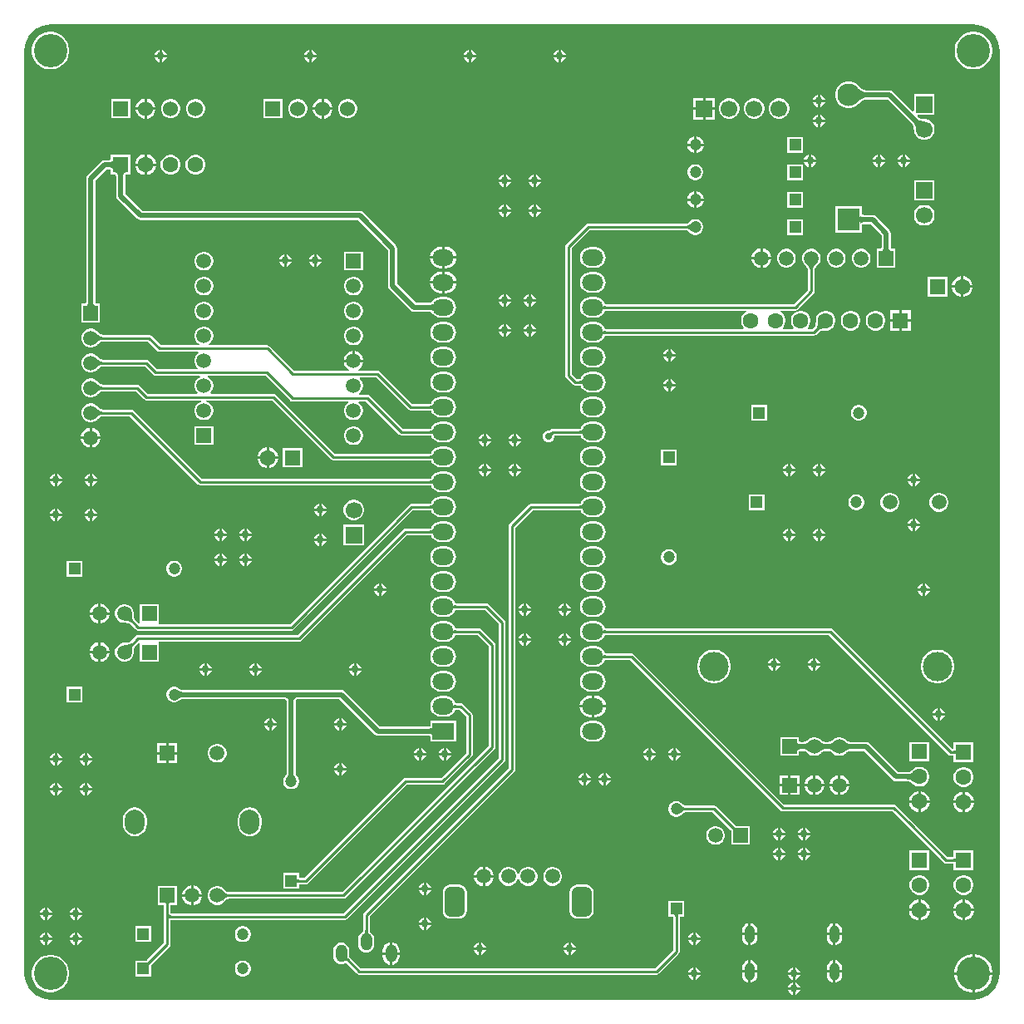
<source format=gbl>
G04*
G04 #@! TF.GenerationSoftware,Altium Limited,Altium Designer,22.0.2 (36)*
G04*
G04 Layer_Physical_Order=2*
G04 Layer_Color=16711680*
%FSLAX25Y25*%
%MOIN*%
G70*
G04*
G04 #@! TF.SameCoordinates,D467B77E-6E5F-44E5-9B52-D7AE6B4A5D67*
G04*
G04*
G04 #@! TF.FilePolarity,Positive*
G04*
G01*
G75*
%ADD10C,0.01000*%
%ADD15C,0.02000*%
%ADD63R,0.05906X0.05906*%
%ADD64C,0.05906*%
%ADD65C,0.06299*%
%ADD66R,0.06299X0.06299*%
%ADD67R,0.04724X0.04724*%
%ADD68C,0.04724*%
%ADD69O,0.07874X0.09843*%
%ADD70R,0.05906X0.05906*%
%ADD71C,0.09055*%
%ADD72R,0.09055X0.09055*%
%ADD73C,0.06000*%
%ADD74R,0.06000X0.06000*%
%ADD75C,0.06693*%
%ADD76R,0.06693X0.06693*%
%ADD77R,0.04724X0.04724*%
%ADD78C,0.11811*%
%ADD79R,0.06299X0.06299*%
%ADD80O,0.04724X0.07087*%
%ADD81R,0.06693X0.06693*%
%ADD82O,0.08661X0.06535*%
%ADD83R,0.08661X0.06535*%
G04:AMPARAMS|DCode=84|XSize=78.74mil|YSize=118.11mil|CornerRadius=19.68mil|HoleSize=0mil|Usage=FLASHONLY|Rotation=180.000|XOffset=0mil|YOffset=0mil|HoleType=Round|Shape=RoundedRectangle|*
%AMROUNDEDRECTD84*
21,1,0.07874,0.07874,0,0,180.0*
21,1,0.03937,0.11811,0,0,180.0*
1,1,0.03937,-0.01968,0.03937*
1,1,0.03937,0.01968,0.03937*
1,1,0.03937,0.01968,-0.03937*
1,1,0.03937,-0.01968,-0.03937*
%
%ADD84ROUNDEDRECTD84*%
%ADD85C,0.13386*%
%ADD86O,0.03937X0.07087*%
%ADD87C,0.03000*%
%ADD88C,0.02800*%
G36*
X-12992Y380443D02*
X-14593Y380059D01*
X-16114Y379428D01*
X-17518Y378568D01*
X-18770Y377499D01*
X-19840Y376247D01*
X-20700Y374843D01*
X-21330Y373321D01*
X-21715Y371720D01*
X-21842Y370107D01*
X-21836Y370079D01*
Y130D01*
X-21813Y-365D01*
X-21805Y-487D01*
Y-488D01*
X-21715Y-1641D01*
X-21330Y-3243D01*
X-20700Y-4764D01*
X-19840Y-6168D01*
X-18770Y-7420D01*
X-17518Y-8489D01*
X-16114Y-9350D01*
X-14593Y-9980D01*
X-12992Y-10364D01*
X-11379Y-10491D01*
X-11350Y-10486D01*
X358728D01*
X358756Y-10491D01*
X360370Y-10364D01*
X361971Y-9980D01*
X363492Y-9350D01*
X364896Y-8489D01*
X366148Y-7420D01*
X367218Y-6168D01*
X368078Y-4764D01*
X368708Y-3243D01*
X369092Y-1641D01*
X369219Y-28D01*
X369214Y0D01*
Y370079D01*
X369219Y370107D01*
X369092Y371720D01*
X368708Y373321D01*
X368078Y374843D01*
X367218Y376247D01*
X366148Y377499D01*
X364896Y378568D01*
X363492Y379428D01*
X361971Y380059D01*
X360370Y380443D01*
X358756Y380570D01*
X358728Y380564D01*
X-11350D01*
X-11379Y380570D01*
X-12992Y380443D01*
D02*
G37*
%LPC*%
G36*
X32228Y370499D02*
Y368500D01*
X30229D01*
X30609Y369416D01*
X31312Y370119D01*
X32228Y370499D01*
D02*
G37*
G36*
X33228D02*
X34144Y370119D01*
X34848Y369416D01*
X35227Y368500D01*
X33228D01*
Y370499D01*
D02*
G37*
G36*
X92228D02*
Y368500D01*
X90229D01*
X90609Y369416D01*
X91312Y370119D01*
X92228Y370499D01*
D02*
G37*
G36*
X93228D02*
X94144Y370119D01*
X94848Y369416D01*
X95227Y368500D01*
X93228D01*
Y370499D01*
D02*
G37*
G36*
X156228D02*
Y368500D01*
X154229D01*
X154609Y369416D01*
X155312Y370119D01*
X156228Y370499D01*
D02*
G37*
G36*
X157228D02*
X158144Y370119D01*
X158848Y369416D01*
X159227Y368500D01*
X157228D01*
Y370499D01*
D02*
G37*
G36*
X192228D02*
Y368500D01*
X190229D01*
X190609Y369416D01*
X191312Y370119D01*
X192228Y370499D01*
D02*
G37*
G36*
X193228D02*
X194144Y370119D01*
X194848Y369416D01*
X195227Y368500D01*
X193228D01*
Y370499D01*
D02*
G37*
G36*
X30229Y367500D02*
X32228D01*
Y365501D01*
X31312Y365881D01*
X30609Y366584D01*
X30229Y367500D01*
D02*
G37*
G36*
X33228D02*
X35227D01*
X34848Y366584D01*
X34144Y365881D01*
X33228Y365501D01*
Y367500D01*
D02*
G37*
G36*
X90229D02*
X92228D01*
Y365501D01*
X91312Y365881D01*
X90609Y366584D01*
X90229Y367500D01*
D02*
G37*
G36*
X93228D02*
X95227D01*
X94848Y366584D01*
X94144Y365881D01*
X93228Y365501D01*
Y367500D01*
D02*
G37*
G36*
X154229D02*
X156228D01*
Y365501D01*
X155312Y365881D01*
X154609Y366584D01*
X154229Y367500D01*
D02*
G37*
G36*
X157228D02*
X159227D01*
X158848Y366584D01*
X158144Y365881D01*
X157228Y365501D01*
Y367500D01*
D02*
G37*
G36*
X190229D02*
X192228D01*
Y365501D01*
X191312Y365881D01*
X190609Y366584D01*
X190229Y367500D01*
D02*
G37*
G36*
X193228D02*
X195227D01*
X194848Y366584D01*
X194144Y365881D01*
X193228Y365501D01*
Y367500D01*
D02*
G37*
G36*
X-12088Y377572D02*
X-10612D01*
X-9165Y377284D01*
X-7801Y376719D01*
X-6574Y375899D01*
X-5530Y374855D01*
X-4710Y373628D01*
X-4145Y372264D01*
X-3858Y370817D01*
Y369341D01*
X-4145Y367893D01*
X-4710Y366529D01*
X-5530Y365302D01*
X-6574Y364259D01*
X-7801Y363439D01*
X-9165Y362874D01*
X-10612Y362586D01*
X-12088D01*
X-13536Y362874D01*
X-14900Y363439D01*
X-16127Y364259D01*
X-17170Y365302D01*
X-17990Y366529D01*
X-18555Y367893D01*
X-18843Y369341D01*
Y370817D01*
X-18555Y372264D01*
X-17990Y373628D01*
X-17170Y374855D01*
X-16127Y375899D01*
X-14900Y376719D01*
X-13536Y377284D01*
X-12088Y377572D01*
D02*
G37*
G36*
X357990D02*
X359466D01*
X360914Y377284D01*
X362278Y376719D01*
X363505Y375899D01*
X364548Y374855D01*
X365369Y373628D01*
X365933Y372264D01*
X366221Y370817D01*
Y369341D01*
X365933Y367893D01*
X365369Y366529D01*
X364548Y365302D01*
X363505Y364259D01*
X362278Y363439D01*
X360914Y362874D01*
X359466Y362586D01*
X357990D01*
X356543Y362874D01*
X355179Y363439D01*
X353952Y364259D01*
X352908Y365302D01*
X352088Y366529D01*
X351523Y367893D01*
X351235Y369341D01*
Y370817D01*
X351523Y372264D01*
X352088Y373628D01*
X352908Y374855D01*
X353952Y375899D01*
X355179Y376719D01*
X356543Y377284D01*
X357990Y377572D01*
D02*
G37*
G36*
X296228Y352499D02*
Y350500D01*
X294230D01*
X294609Y351416D01*
X295312Y352119D01*
X296228Y352499D01*
D02*
G37*
G36*
X297228D02*
X298145Y352119D01*
X298848Y351416D01*
X299227Y350500D01*
X297228D01*
Y352499D01*
D02*
G37*
G36*
X294230Y349500D02*
X296228D01*
Y347501D01*
X295312Y347881D01*
X294609Y348584D01*
X294230Y349500D01*
D02*
G37*
G36*
X297228D02*
X299227D01*
X298848Y348584D01*
X298145Y347881D01*
X297228Y347501D01*
Y349500D01*
D02*
G37*
G36*
X26233Y350882D02*
X26260D01*
Y347382D01*
X22760D01*
Y347409D01*
X23032Y348426D01*
X23559Y349338D01*
X24304Y350083D01*
X25216Y350609D01*
X26233Y350882D01*
D02*
G37*
G36*
X97233D02*
X97260D01*
Y347382D01*
X93760D01*
Y347409D01*
X94032Y348426D01*
X94559Y349338D01*
X95304Y350083D01*
X96216Y350609D01*
X97233Y350882D01*
D02*
G37*
G36*
X246413Y351228D02*
X250260D01*
Y347382D01*
X246413D01*
Y351228D01*
D02*
G37*
G36*
X27260Y350882D02*
X27286D01*
X28304Y350609D01*
X29216Y350083D01*
X29961Y349338D01*
X30487Y348426D01*
X30760Y347409D01*
Y347382D01*
X27260D01*
Y350882D01*
D02*
G37*
G36*
X98260D02*
X98286D01*
X99304Y350609D01*
X100216Y350083D01*
X100961Y349338D01*
X101487Y348426D01*
X101760Y347409D01*
Y347382D01*
X98260D01*
Y350882D01*
D02*
G37*
G36*
X251260Y351228D02*
X255106D01*
Y347382D01*
X251260D01*
Y351228D01*
D02*
G37*
G36*
X308058Y357710D02*
X309461D01*
X310816Y357346D01*
X312031Y356645D01*
X312501Y356175D01*
X312563Y356135D01*
X312971Y355736D01*
X313355Y355394D01*
X313727Y355098D01*
X314085Y354846D01*
X314427Y354638D01*
X314754Y354473D01*
X315063Y354349D01*
X315355Y354264D01*
X315618Y354217D01*
X325165D01*
X325868Y354078D01*
X326463Y353680D01*
X334435Y345708D01*
X334897Y345899D01*
Y352650D01*
X343190D01*
Y344357D01*
X336438D01*
X336247Y343896D01*
X336866Y343277D01*
X336992Y343181D01*
X337182Y343063D01*
X337387Y342959D01*
X337608Y342870D01*
X337848Y342796D01*
X338106Y342738D01*
X338384Y342696D01*
X338683Y342672D01*
X339025Y342666D01*
X339096Y342650D01*
X339589D01*
X340644Y342368D01*
X341589Y341822D01*
X342361Y341050D01*
X342907Y340104D01*
X343190Y339050D01*
Y337958D01*
X342907Y336904D01*
X342361Y335958D01*
X341589Y335186D01*
X340644Y334640D01*
X339589Y334358D01*
X338497D01*
X337443Y334640D01*
X336497Y335186D01*
X335725Y335958D01*
X335179Y336904D01*
X334897Y337958D01*
Y338452D01*
X334881Y338522D01*
X334875Y338864D01*
X334851Y339163D01*
X334809Y339441D01*
X334751Y339700D01*
X334677Y339939D01*
X334588Y340160D01*
X334485Y340365D01*
X334366Y340555D01*
X334270Y340682D01*
X324405Y350547D01*
X315618D01*
X315355Y350500D01*
X315063Y350415D01*
X314754Y350291D01*
X314427Y350126D01*
X314084Y349918D01*
X313736Y349673D01*
X312964Y349021D01*
X312563Y348629D01*
X312501Y348588D01*
X312031Y348119D01*
X310816Y347417D01*
X309461Y347054D01*
X308058D01*
X306703Y347417D01*
X305489Y348119D01*
X304497Y349111D01*
X303795Y350325D01*
X303432Y351680D01*
Y353083D01*
X303795Y354438D01*
X304497Y355653D01*
X305489Y356645D01*
X306703Y357346D01*
X308058Y357710D01*
D02*
G37*
G36*
X12960Y350682D02*
X20560D01*
Y343082D01*
X12960D01*
Y350682D01*
D02*
G37*
G36*
X36260D02*
X37260D01*
X38227Y350423D01*
X39093Y349923D01*
X39801Y349215D01*
X40301Y348349D01*
X40560Y347382D01*
Y346382D01*
X40301Y345415D01*
X39801Y344549D01*
X39093Y343841D01*
X38227Y343341D01*
X37260Y343082D01*
X36260D01*
X35293Y343341D01*
X34427Y343841D01*
X33719Y344549D01*
X33219Y345415D01*
X32960Y346382D01*
Y347382D01*
X33219Y348349D01*
X33719Y349215D01*
X34427Y349923D01*
X35293Y350423D01*
X36260Y350682D01*
D02*
G37*
G36*
X46260D02*
X47260D01*
X48227Y350423D01*
X49093Y349923D01*
X49801Y349215D01*
X50301Y348349D01*
X50560Y347382D01*
Y346382D01*
X50301Y345415D01*
X49801Y344549D01*
X49093Y343841D01*
X48227Y343341D01*
X47260Y343082D01*
X46260D01*
X45293Y343341D01*
X44427Y343841D01*
X43719Y344549D01*
X43219Y345415D01*
X42960Y346382D01*
Y347382D01*
X43219Y348349D01*
X43719Y349215D01*
X44427Y349923D01*
X45293Y350423D01*
X46260Y350682D01*
D02*
G37*
G36*
X73960D02*
X81560D01*
Y343082D01*
X73960D01*
Y350682D01*
D02*
G37*
G36*
X87260D02*
X88260D01*
X89227Y350423D01*
X90093Y349923D01*
X90801Y349215D01*
X91301Y348349D01*
X91560Y347382D01*
Y346382D01*
X91301Y345415D01*
X90801Y344549D01*
X90093Y343841D01*
X89227Y343341D01*
X88260Y343082D01*
X87260D01*
X86293Y343341D01*
X85427Y343841D01*
X84719Y344549D01*
X84219Y345415D01*
X83960Y346382D01*
Y347382D01*
X84219Y348349D01*
X84719Y349215D01*
X85427Y349923D01*
X86293Y350423D01*
X87260Y350682D01*
D02*
G37*
G36*
X107260D02*
X108260D01*
X109227Y350423D01*
X110093Y349923D01*
X110801Y349215D01*
X111301Y348349D01*
X111560Y347382D01*
Y346382D01*
X111301Y345415D01*
X110801Y344549D01*
X110093Y343841D01*
X109227Y343341D01*
X108260Y343082D01*
X107260D01*
X106293Y343341D01*
X105427Y343841D01*
X104719Y344549D01*
X104219Y345415D01*
X103960Y346382D01*
Y347382D01*
X104219Y348349D01*
X104719Y349215D01*
X105427Y349923D01*
X106293Y350423D01*
X107260Y350682D01*
D02*
G37*
G36*
X22760Y346382D02*
X26260D01*
Y342882D01*
X26233D01*
X25216Y343155D01*
X24304Y343681D01*
X23559Y344426D01*
X23032Y345338D01*
X22760Y346355D01*
Y346382D01*
D02*
G37*
G36*
X27260D02*
X30760D01*
Y346355D01*
X30487Y345338D01*
X29961Y344426D01*
X29216Y343681D01*
X28304Y343155D01*
X27286Y342882D01*
X27260D01*
Y346382D01*
D02*
G37*
G36*
X93760D02*
X97260D01*
Y342882D01*
X97233D01*
X96216Y343155D01*
X95304Y343681D01*
X94559Y344426D01*
X94032Y345338D01*
X93760Y346355D01*
Y346382D01*
D02*
G37*
G36*
X98260D02*
X101760D01*
Y346355D01*
X101487Y345338D01*
X100961Y344426D01*
X100216Y343681D01*
X99304Y343155D01*
X98286Y342882D01*
X98260D01*
Y346382D01*
D02*
G37*
G36*
X260214Y351028D02*
X261306D01*
X262360Y350746D01*
X263306Y350200D01*
X264078Y349428D01*
X264624Y348482D01*
X264906Y347428D01*
Y346336D01*
X264624Y345281D01*
X264078Y344336D01*
X263306Y343564D01*
X262360Y343018D01*
X261306Y342735D01*
X260214D01*
X259159Y343018D01*
X258214Y343564D01*
X257442Y344336D01*
X256896Y345281D01*
X256613Y346336D01*
Y347428D01*
X256896Y348482D01*
X257442Y349428D01*
X258214Y350200D01*
X259159Y350746D01*
X260214Y351028D01*
D02*
G37*
G36*
X270214D02*
X271306D01*
X272360Y350746D01*
X273306Y350200D01*
X274078Y349428D01*
X274624Y348482D01*
X274906Y347428D01*
Y346336D01*
X274624Y345281D01*
X274078Y344336D01*
X273306Y343564D01*
X272360Y343018D01*
X271306Y342735D01*
X270214D01*
X269159Y343018D01*
X268214Y343564D01*
X267442Y344336D01*
X266896Y345281D01*
X266613Y346336D01*
Y347428D01*
X266896Y348482D01*
X267442Y349428D01*
X268214Y350200D01*
X269159Y350746D01*
X270214Y351028D01*
D02*
G37*
G36*
X280214D02*
X281306D01*
X282360Y350746D01*
X283306Y350200D01*
X284078Y349428D01*
X284624Y348482D01*
X284906Y347428D01*
Y346336D01*
X284624Y345281D01*
X284078Y344336D01*
X283306Y343564D01*
X282360Y343018D01*
X281306Y342735D01*
X280214D01*
X279159Y343018D01*
X278214Y343564D01*
X277442Y344336D01*
X276896Y345281D01*
X276613Y346336D01*
Y347428D01*
X276896Y348482D01*
X277442Y349428D01*
X278214Y350200D01*
X279159Y350746D01*
X280214Y351028D01*
D02*
G37*
G36*
X246413Y346382D02*
X250260D01*
Y342535D01*
X246413D01*
Y346382D01*
D02*
G37*
G36*
X251260D02*
X255106D01*
Y342535D01*
X251260D01*
Y346382D01*
D02*
G37*
G36*
X296228Y344499D02*
Y342500D01*
X294230D01*
X294609Y343416D01*
X295312Y344119D01*
X296228Y344499D01*
D02*
G37*
G36*
X297228D02*
X298145Y344119D01*
X298848Y343416D01*
X299227Y342500D01*
X297228D01*
Y344499D01*
D02*
G37*
G36*
X294230Y341500D02*
X296228D01*
Y339501D01*
X295312Y339881D01*
X294609Y340584D01*
X294230Y341500D01*
D02*
G37*
G36*
X297228D02*
X299227D01*
X298848Y340584D01*
X298145Y339881D01*
X297228Y339501D01*
Y341500D01*
D02*
G37*
G36*
X246760Y335729D02*
Y332882D01*
X243913D01*
X244127Y333680D01*
X244569Y334446D01*
X245195Y335072D01*
X245962Y335515D01*
X246760Y335729D01*
D02*
G37*
G36*
X247760D02*
X248558Y335515D01*
X249324Y335072D01*
X249950Y334446D01*
X250393Y333680D01*
X250607Y332882D01*
X247760D01*
Y335729D01*
D02*
G37*
G36*
X284098Y335544D02*
X290422D01*
Y329220D01*
X284098D01*
Y335544D01*
D02*
G37*
G36*
X243913Y331882D02*
X246760D01*
Y329035D01*
X245962Y329249D01*
X245195Y329692D01*
X244569Y330317D01*
X244127Y331084D01*
X243913Y331882D01*
D02*
G37*
G36*
X247760D02*
X250607D01*
X250393Y331084D01*
X249950Y330317D01*
X249324Y329692D01*
X248558Y329249D01*
X247760Y329035D01*
Y331882D01*
D02*
G37*
G36*
X292728Y328499D02*
Y326500D01*
X290729D01*
X291109Y327416D01*
X291812Y328119D01*
X292728Y328499D01*
D02*
G37*
G36*
X293728D02*
X294644Y328119D01*
X295348Y327416D01*
X295727Y326500D01*
X293728D01*
Y328499D01*
D02*
G37*
G36*
X320228D02*
Y326500D01*
X318230D01*
X318609Y327416D01*
X319312Y328119D01*
X320228Y328499D01*
D02*
G37*
G36*
X321228D02*
X322145Y328119D01*
X322848Y327416D01*
X323227Y326500D01*
X321228D01*
Y328499D01*
D02*
G37*
G36*
X330228D02*
Y326500D01*
X328229D01*
X328609Y327416D01*
X329312Y328119D01*
X330228Y328499D01*
D02*
G37*
G36*
X331228D02*
X332144Y328119D01*
X332848Y327416D01*
X333227Y326500D01*
X331228D01*
Y328499D01*
D02*
G37*
G36*
X26213Y328532D02*
X26260D01*
Y324882D01*
X22610D01*
Y324928D01*
X22893Y325984D01*
X23439Y326930D01*
X24212Y327702D01*
X25158Y328249D01*
X26213Y328532D01*
D02*
G37*
G36*
X27260D02*
X27306D01*
X28361Y328249D01*
X29308Y327702D01*
X30080Y326930D01*
X30627Y325984D01*
X30909Y324928D01*
Y324882D01*
X27260D01*
Y328532D01*
D02*
G37*
G36*
X290729Y325500D02*
X292728D01*
Y323501D01*
X291812Y323881D01*
X291109Y324584D01*
X290729Y325500D01*
D02*
G37*
G36*
X293728D02*
X295727D01*
X295348Y324584D01*
X294644Y323881D01*
X293728Y323501D01*
Y325500D01*
D02*
G37*
G36*
X318230D02*
X320228D01*
Y323501D01*
X319312Y323881D01*
X318609Y324584D01*
X318230Y325500D01*
D02*
G37*
G36*
X321228D02*
X323227D01*
X322848Y324584D01*
X322145Y323881D01*
X321228Y323501D01*
Y325500D01*
D02*
G37*
G36*
X328229D02*
X330228D01*
Y323501D01*
X329312Y323881D01*
X328609Y324584D01*
X328229Y325500D01*
D02*
G37*
G36*
X331228D02*
X333227D01*
X332848Y324584D01*
X332144Y323881D01*
X331228Y323501D01*
Y325500D01*
D02*
G37*
G36*
X36240Y328331D02*
X37280D01*
X38284Y328062D01*
X39185Y327542D01*
X39920Y326807D01*
X40440Y325906D01*
X40709Y324902D01*
Y323862D01*
X40440Y322857D01*
X39920Y321957D01*
X39185Y321221D01*
X38284Y320702D01*
X37280Y320432D01*
X36240D01*
X35235Y320702D01*
X34335Y321221D01*
X33599Y321957D01*
X33079Y322857D01*
X32810Y323862D01*
Y324902D01*
X33079Y325906D01*
X33599Y326807D01*
X34335Y327542D01*
X35235Y328062D01*
X36240Y328331D01*
D02*
G37*
G36*
X46240D02*
X47280D01*
X48284Y328062D01*
X49185Y327542D01*
X49920Y326807D01*
X50440Y325906D01*
X50709Y324902D01*
Y323862D01*
X50440Y322857D01*
X49920Y321957D01*
X49185Y321221D01*
X48284Y320702D01*
X47280Y320432D01*
X46240D01*
X45235Y320702D01*
X44335Y321221D01*
X43599Y321957D01*
X43079Y322857D01*
X42810Y323862D01*
Y324902D01*
X43079Y325906D01*
X43599Y326807D01*
X44335Y327542D01*
X45235Y328062D01*
X46240Y328331D01*
D02*
G37*
G36*
X22610Y323882D02*
X26260D01*
Y320232D01*
X26213D01*
X25158Y320515D01*
X24212Y321061D01*
X23439Y321834D01*
X22893Y322780D01*
X22610Y323836D01*
Y323882D01*
D02*
G37*
G36*
X27260D02*
X30909D01*
Y323836D01*
X30627Y322780D01*
X30080Y321834D01*
X29308Y321061D01*
X28361Y320515D01*
X27306Y320232D01*
X27260D01*
Y323882D01*
D02*
G37*
G36*
X170228Y320499D02*
Y318500D01*
X168229D01*
X168609Y319416D01*
X169312Y320119D01*
X170228Y320499D01*
D02*
G37*
G36*
X171228D02*
X172144Y320119D01*
X172848Y319416D01*
X173227Y318500D01*
X171228D01*
Y320499D01*
D02*
G37*
G36*
X182228D02*
Y318500D01*
X180229D01*
X180609Y319416D01*
X181312Y320119D01*
X182228Y320499D01*
D02*
G37*
G36*
X183228D02*
X184144Y320119D01*
X184848Y319416D01*
X185227Y318500D01*
X183228D01*
Y320499D01*
D02*
G37*
G36*
X246844Y324544D02*
X247676D01*
X248480Y324329D01*
X249201Y323912D01*
X249790Y323323D01*
X250206Y322602D01*
X250422Y321798D01*
Y320966D01*
X250206Y320161D01*
X249790Y319440D01*
X249201Y318851D01*
X248480Y318435D01*
X247676Y318220D01*
X246844D01*
X246039Y318435D01*
X245318Y318851D01*
X244729Y319440D01*
X244313Y320161D01*
X244098Y320966D01*
Y321798D01*
X244313Y322602D01*
X244729Y323323D01*
X245318Y323912D01*
X246039Y324329D01*
X246844Y324544D01*
D02*
G37*
G36*
X284098D02*
X290422D01*
Y318220D01*
X284098D01*
Y324544D01*
D02*
G37*
G36*
X168229Y317500D02*
X170228D01*
Y315501D01*
X169312Y315881D01*
X168609Y316584D01*
X168229Y317500D01*
D02*
G37*
G36*
X171228D02*
X173227D01*
X172848Y316584D01*
X172144Y315881D01*
X171228Y315501D01*
Y317500D01*
D02*
G37*
G36*
X180229D02*
X182228D01*
Y315501D01*
X181312Y315881D01*
X180609Y316584D01*
X180229Y317500D01*
D02*
G37*
G36*
X183228D02*
X185227D01*
X184848Y316584D01*
X184144Y315881D01*
X183228Y315501D01*
Y317500D01*
D02*
G37*
G36*
X246760Y313729D02*
Y310882D01*
X243913D01*
X244127Y311680D01*
X244569Y312446D01*
X245195Y313072D01*
X245962Y313515D01*
X246760Y313729D01*
D02*
G37*
G36*
X247760D02*
X248558Y313515D01*
X249324Y313072D01*
X249950Y312446D01*
X250393Y311680D01*
X250607Y310882D01*
X247760D01*
Y313729D01*
D02*
G37*
G36*
X334897Y318202D02*
X343190D01*
Y309909D01*
X334897D01*
Y318202D01*
D02*
G37*
G36*
X284098Y313544D02*
X290422D01*
Y307220D01*
X284098D01*
Y313544D01*
D02*
G37*
G36*
X243913Y309882D02*
X246760D01*
Y307035D01*
X245962Y307249D01*
X245195Y307692D01*
X244569Y308317D01*
X244127Y309084D01*
X243913Y309882D01*
D02*
G37*
G36*
X247760D02*
X250607D01*
X250393Y309084D01*
X249950Y308317D01*
X249324Y307692D01*
X248558Y307249D01*
X247760Y307035D01*
Y309882D01*
D02*
G37*
G36*
X170228Y308499D02*
Y306500D01*
X168229D01*
X168609Y307416D01*
X169312Y308119D01*
X170228Y308499D01*
D02*
G37*
G36*
X171228D02*
X172144Y308119D01*
X172848Y307416D01*
X173227Y306500D01*
X171228D01*
Y308499D01*
D02*
G37*
G36*
X182228D02*
Y306500D01*
X180229D01*
X180609Y307416D01*
X181312Y308119D01*
X182228Y308499D01*
D02*
G37*
G36*
X183228D02*
X184144Y308119D01*
X184848Y307416D01*
X185227Y306500D01*
X183228D01*
Y308499D01*
D02*
G37*
G36*
X168229Y305500D02*
X170228D01*
Y303501D01*
X169312Y303881D01*
X168609Y304584D01*
X168229Y305500D01*
D02*
G37*
G36*
X171228D02*
X173227D01*
X172848Y304584D01*
X172144Y303881D01*
X171228Y303501D01*
Y305500D01*
D02*
G37*
G36*
X180229D02*
X182228D01*
Y303501D01*
X181312Y303881D01*
X180609Y304584D01*
X180229Y305500D01*
D02*
G37*
G36*
X183228D02*
X185227D01*
X184848Y304584D01*
X184144Y303881D01*
X183228Y303501D01*
Y305500D01*
D02*
G37*
G36*
X338497Y308202D02*
X339589D01*
X340644Y307919D01*
X341589Y307373D01*
X342361Y306601D01*
X342907Y305656D01*
X343190Y304601D01*
Y303509D01*
X342907Y302455D01*
X342361Y301509D01*
X341589Y300737D01*
X340644Y300191D01*
X339589Y299909D01*
X338497D01*
X337443Y300191D01*
X336497Y300737D01*
X335725Y301509D01*
X335179Y302455D01*
X334897Y303509D01*
Y304601D01*
X335179Y305656D01*
X335725Y306601D01*
X336497Y307373D01*
X337443Y307919D01*
X338497Y308202D01*
D02*
G37*
G36*
X303432Y307710D02*
X314087D01*
Y304391D01*
X314134Y304363D01*
X314248Y304317D01*
X314422Y304270D01*
X314653Y304232D01*
X314820Y304217D01*
X318260D01*
X318962Y304078D01*
X319558Y303680D01*
X325058Y298180D01*
X325455Y297584D01*
X325595Y296882D01*
Y291367D01*
X325610Y291201D01*
X325648Y290969D01*
X325695Y290795D01*
X325741Y290681D01*
X325769Y290635D01*
X327513D01*
Y283129D01*
X320007D01*
Y290635D01*
X321750D01*
X321779Y290681D01*
X321825Y290795D01*
X321872Y290969D01*
X321910Y291201D01*
X321925Y291367D01*
Y296122D01*
X317500Y300547D01*
X314820D01*
X314653Y300532D01*
X314422Y300494D01*
X314248Y300447D01*
X314134Y300401D01*
X314087Y300373D01*
Y297054D01*
X303432D01*
Y307710D01*
D02*
G37*
G36*
X284098Y302544D02*
X290422D01*
Y296220D01*
X284098D01*
Y302544D01*
D02*
G37*
G36*
X145067Y291470D02*
X145630D01*
Y287665D01*
X140828D01*
X140909Y288280D01*
X141339Y289318D01*
X142023Y290209D01*
X142915Y290893D01*
X143953Y291323D01*
X145067Y291470D01*
D02*
G37*
G36*
X146630D02*
X147193D01*
X148307Y291323D01*
X149345Y290893D01*
X150237Y290209D01*
X150921Y289318D01*
X151351Y288280D01*
X151432Y287665D01*
X146630D01*
Y291470D01*
D02*
G37*
G36*
X273239Y290835D02*
X273260D01*
Y287382D01*
X269807D01*
Y287402D01*
X270076Y288408D01*
X270597Y289309D01*
X271333Y290045D01*
X272234Y290565D01*
X273239Y290835D01*
D02*
G37*
G36*
X274260D02*
X274280D01*
X275286Y290565D01*
X276187Y290045D01*
X276923Y289309D01*
X277443Y288408D01*
X277713Y287402D01*
Y287382D01*
X274260D01*
Y290835D01*
D02*
G37*
G36*
X82228Y288499D02*
Y286500D01*
X80230D01*
X80609Y287416D01*
X81312Y288119D01*
X82228Y288499D01*
D02*
G37*
G36*
X83228D02*
X84145Y288119D01*
X84848Y287416D01*
X85227Y286500D01*
X83228D01*
Y288499D01*
D02*
G37*
G36*
X94228D02*
Y286500D01*
X92229D01*
X92609Y287416D01*
X93312Y288119D01*
X94228Y288499D01*
D02*
G37*
G36*
X95228D02*
X96144Y288119D01*
X96848Y287416D01*
X97227Y286500D01*
X95228D01*
Y288499D01*
D02*
G37*
G36*
X80230Y285500D02*
X82228D01*
Y283501D01*
X81312Y283881D01*
X80609Y284584D01*
X80230Y285500D01*
D02*
G37*
G36*
X83228D02*
X85227D01*
X84848Y284584D01*
X84145Y283881D01*
X83228Y283501D01*
Y285500D01*
D02*
G37*
G36*
X92229D02*
X94228D01*
Y283501D01*
X93312Y283881D01*
X92609Y284584D01*
X92229Y285500D01*
D02*
G37*
G36*
X95228D02*
X97227D01*
X96848Y284584D01*
X96144Y283881D01*
X95228Y283501D01*
Y285500D01*
D02*
G37*
G36*
X283266Y290635D02*
X284254D01*
X285208Y290379D01*
X286064Y289885D01*
X286763Y289186D01*
X287257Y288330D01*
X287513Y287376D01*
Y286388D01*
X287257Y285433D01*
X286763Y284578D01*
X286064Y283879D01*
X285208Y283385D01*
X284254Y283129D01*
X283266D01*
X282311Y283385D01*
X281456Y283879D01*
X280757Y284578D01*
X280263Y285433D01*
X280007Y286388D01*
Y287376D01*
X280263Y288330D01*
X280757Y289186D01*
X281456Y289885D01*
X282311Y290379D01*
X283266Y290635D01*
D02*
G37*
G36*
X303266D02*
X304254D01*
X305208Y290379D01*
X306064Y289885D01*
X306763Y289186D01*
X307257Y288330D01*
X307513Y287376D01*
Y286388D01*
X307257Y285433D01*
X306763Y284578D01*
X306064Y283879D01*
X305208Y283385D01*
X304254Y283129D01*
X303266D01*
X302311Y283385D01*
X301456Y283879D01*
X300757Y284578D01*
X300263Y285433D01*
X300007Y286388D01*
Y287376D01*
X300263Y288330D01*
X300757Y289186D01*
X301456Y289885D01*
X302311Y290379D01*
X303266Y290635D01*
D02*
G37*
G36*
X313266D02*
X314254D01*
X315208Y290379D01*
X316064Y289885D01*
X316763Y289186D01*
X317257Y288330D01*
X317513Y287376D01*
Y286388D01*
X317257Y285433D01*
X316763Y284578D01*
X316064Y283879D01*
X315208Y283385D01*
X314254Y283129D01*
X313266D01*
X312311Y283385D01*
X311456Y283879D01*
X310757Y284578D01*
X310263Y285433D01*
X310007Y286388D01*
Y287376D01*
X310263Y288330D01*
X310757Y289186D01*
X311456Y289885D01*
X312311Y290379D01*
X313266Y290635D01*
D02*
G37*
G36*
X205067Y291268D02*
X207193D01*
X208255Y291128D01*
X209244Y290719D01*
X210094Y290067D01*
X210746Y289217D01*
X211156Y288227D01*
X211296Y287165D01*
X211156Y286104D01*
X210746Y285114D01*
X210094Y284264D01*
X209244Y283612D01*
X208255Y283202D01*
X207193Y283063D01*
X205067D01*
X204005Y283202D01*
X203015Y283612D01*
X202166Y284264D01*
X201514Y285114D01*
X201104Y286104D01*
X200964Y287165D01*
X201104Y288227D01*
X201514Y289217D01*
X202166Y290067D01*
X203015Y290719D01*
X204005Y291128D01*
X205067Y291268D01*
D02*
G37*
G36*
X269807Y286382D02*
X273260D01*
Y282929D01*
X273239D01*
X272234Y283198D01*
X271333Y283719D01*
X270597Y284455D01*
X270076Y285356D01*
X269807Y286362D01*
Y286382D01*
D02*
G37*
G36*
X274260D02*
X277713D01*
Y286362D01*
X277443Y285356D01*
X276923Y284455D01*
X276187Y283719D01*
X275286Y283198D01*
X274280Y282929D01*
X274260D01*
Y286382D01*
D02*
G37*
G36*
X140828Y286665D02*
X145630D01*
Y282861D01*
X145067D01*
X143953Y283008D01*
X142915Y283437D01*
X142023Y284122D01*
X141339Y285013D01*
X140909Y286051D01*
X140828Y286665D01*
D02*
G37*
G36*
X146630D02*
X151432D01*
X151351Y286051D01*
X150921Y285013D01*
X150237Y284122D01*
X149345Y283437D01*
X148307Y283008D01*
X147193Y282861D01*
X146630D01*
Y286665D01*
D02*
G37*
G36*
X49679Y289477D02*
X50667D01*
X51622Y289221D01*
X52478Y288727D01*
X53176Y288029D01*
X53670Y287173D01*
X53926Y286219D01*
Y285230D01*
X53670Y284276D01*
X53176Y283420D01*
X52478Y282721D01*
X51622Y282227D01*
X50667Y281972D01*
X49679D01*
X48725Y282227D01*
X47869Y282721D01*
X47170Y283420D01*
X46676Y284276D01*
X46420Y285230D01*
Y286219D01*
X46676Y287173D01*
X47170Y288029D01*
X47869Y288727D01*
X48725Y289221D01*
X49679Y289477D01*
D02*
G37*
G36*
X106421D02*
X113926D01*
Y281972D01*
X106421D01*
Y289477D01*
D02*
G37*
G36*
X145067Y281470D02*
X145630D01*
Y277665D01*
X140828D01*
X140909Y278279D01*
X141339Y279318D01*
X142023Y280209D01*
X142915Y280893D01*
X143953Y281323D01*
X145067Y281470D01*
D02*
G37*
G36*
X146630D02*
X147193D01*
X148307Y281323D01*
X149345Y280893D01*
X150237Y280209D01*
X150921Y279318D01*
X151351Y278279D01*
X151432Y277665D01*
X146630D01*
Y281470D01*
D02*
G37*
G36*
X353783Y279602D02*
X353829D01*
Y275952D01*
X350180D01*
Y275998D01*
X350462Y277054D01*
X351009Y278000D01*
X351781Y278773D01*
X352727Y279319D01*
X353783Y279602D01*
D02*
G37*
G36*
X354829D02*
X354875D01*
X355931Y279319D01*
X356877Y278773D01*
X357650Y278000D01*
X358196Y277054D01*
X358479Y275998D01*
Y275952D01*
X354829D01*
Y279602D01*
D02*
G37*
G36*
X205067Y281268D02*
X207193D01*
X208255Y281128D01*
X209244Y280718D01*
X210094Y280066D01*
X210746Y279217D01*
X211156Y278227D01*
X211296Y277165D01*
X211156Y276103D01*
X210746Y275114D01*
X210094Y274264D01*
X209244Y273612D01*
X208255Y273202D01*
X207193Y273063D01*
X205067D01*
X204005Y273202D01*
X203015Y273612D01*
X202166Y274264D01*
X201514Y275114D01*
X201104Y276103D01*
X200964Y277165D01*
X201104Y278227D01*
X201514Y279217D01*
X202166Y280066D01*
X203015Y280718D01*
X204005Y281128D01*
X205067Y281268D01*
D02*
G37*
G36*
X140828Y276665D02*
X145630D01*
Y272861D01*
X145067D01*
X143953Y273007D01*
X142915Y273438D01*
X142023Y274122D01*
X141339Y275013D01*
X140909Y276051D01*
X140828Y276665D01*
D02*
G37*
G36*
X146630D02*
X151432D01*
X151351Y276051D01*
X150921Y275013D01*
X150237Y274122D01*
X149345Y273438D01*
X148307Y273007D01*
X147193Y272861D01*
X146630D01*
Y276665D01*
D02*
G37*
G36*
X49679Y279477D02*
X50667D01*
X51622Y279221D01*
X52478Y278727D01*
X53176Y278029D01*
X53670Y277173D01*
X53926Y276219D01*
Y275230D01*
X53670Y274276D01*
X53176Y273420D01*
X52478Y272722D01*
X51622Y272227D01*
X50667Y271972D01*
X49679D01*
X48725Y272227D01*
X47869Y272722D01*
X47170Y273420D01*
X46676Y274276D01*
X46420Y275230D01*
Y276219D01*
X46676Y277173D01*
X47170Y278029D01*
X47869Y278727D01*
X48725Y279221D01*
X49679Y279477D01*
D02*
G37*
G36*
X109679D02*
X110667D01*
X111622Y279221D01*
X112478Y278727D01*
X113176Y278029D01*
X113670Y277173D01*
X113926Y276219D01*
Y275230D01*
X113670Y274276D01*
X113176Y273420D01*
X112478Y272722D01*
X111622Y272227D01*
X110667Y271972D01*
X109679D01*
X108725Y272227D01*
X107869Y272722D01*
X107170Y273420D01*
X106676Y274276D01*
X106421Y275230D01*
Y276219D01*
X106676Y277173D01*
X107170Y278029D01*
X107869Y278727D01*
X108725Y279221D01*
X109679Y279477D01*
D02*
G37*
G36*
X340537Y279402D02*
X348436D01*
Y271502D01*
X340537D01*
Y279402D01*
D02*
G37*
G36*
X350180Y274952D02*
X353829D01*
Y271303D01*
X353783D01*
X352727Y271585D01*
X351781Y272132D01*
X351009Y272904D01*
X350462Y273850D01*
X350180Y274906D01*
Y274952D01*
D02*
G37*
G36*
X354829D02*
X358479D01*
Y274906D01*
X358196Y273850D01*
X357650Y272904D01*
X356877Y272132D01*
X355931Y271585D01*
X354875Y271303D01*
X354829D01*
Y274952D01*
D02*
G37*
G36*
X170228Y272499D02*
Y270500D01*
X168229D01*
X168609Y271416D01*
X169312Y272119D01*
X170228Y272499D01*
D02*
G37*
G36*
X171228D02*
X172144Y272119D01*
X172848Y271416D01*
X173227Y270500D01*
X171228D01*
Y272499D01*
D02*
G37*
G36*
X180228D02*
Y270500D01*
X178229D01*
X178609Y271416D01*
X179312Y272119D01*
X180228Y272499D01*
D02*
G37*
G36*
X181228D02*
X182144Y272119D01*
X182848Y271416D01*
X183227Y270500D01*
X181228D01*
Y272499D01*
D02*
G37*
G36*
X168229Y269500D02*
X170228D01*
Y267501D01*
X169312Y267881D01*
X168609Y268584D01*
X168229Y269500D01*
D02*
G37*
G36*
X171228D02*
X173227D01*
X172848Y268584D01*
X172144Y267881D01*
X171228Y267501D01*
Y269500D01*
D02*
G37*
G36*
X178229D02*
X180228D01*
Y267501D01*
X179312Y267881D01*
X178609Y268584D01*
X178229Y269500D01*
D02*
G37*
G36*
X181228D02*
X183227D01*
X182848Y268584D01*
X182144Y267881D01*
X181228Y267501D01*
Y269500D01*
D02*
G37*
G36*
X293266Y290635D02*
X294254D01*
X295208Y290379D01*
X296064Y289885D01*
X296763Y289186D01*
X297257Y288330D01*
X297513Y287376D01*
Y286388D01*
X297257Y285433D01*
X296763Y284578D01*
X296450Y284265D01*
X296408Y284201D01*
X296127Y283916D01*
X295662Y283383D01*
X295492Y283156D01*
X295349Y282939D01*
X295239Y282742D01*
X295161Y282568D01*
X295111Y282420D01*
X295085Y282299D01*
Y273614D01*
X294984Y273107D01*
X294697Y272677D01*
X288248Y266228D01*
X287818Y265941D01*
X287311Y265840D01*
X281437D01*
X281303Y265340D01*
X281941Y264971D01*
X282676Y264236D01*
X283196Y263335D01*
X283465Y262331D01*
Y261291D01*
X283196Y260286D01*
X282676Y259386D01*
X282281Y258991D01*
X282488Y258491D01*
X286543D01*
X286750Y258991D01*
X286355Y259386D01*
X285835Y260286D01*
X285566Y261291D01*
Y262331D01*
X285835Y263335D01*
X286355Y264236D01*
X287091Y264971D01*
X287991Y265491D01*
X288996Y265761D01*
X290036D01*
X291040Y265491D01*
X291941Y264971D01*
X292676Y264236D01*
X293196Y263335D01*
X293465Y262331D01*
Y261291D01*
X293196Y260286D01*
X292676Y259386D01*
X292281Y258991D01*
X292488Y258491D01*
X294321D01*
X295111Y259281D01*
X295116Y259286D01*
X295188Y259399D01*
X295262Y259552D01*
X295334Y259748D01*
X295399Y259986D01*
X295455Y260266D01*
X295498Y260576D01*
X295548Y261348D01*
X295551Y261785D01*
X295566Y261860D01*
Y262331D01*
X295835Y263335D01*
X296355Y264236D01*
X297091Y264971D01*
X297991Y265492D01*
X298996Y265761D01*
X300036D01*
X301040Y265492D01*
X301941Y264971D01*
X302676Y264236D01*
X303196Y263335D01*
X303465Y262331D01*
Y261291D01*
X303196Y260286D01*
X302676Y259386D01*
X301941Y258651D01*
X301040Y258131D01*
X300036Y257861D01*
X299565D01*
X299490Y257846D01*
X299052Y257843D01*
X298281Y257793D01*
X297970Y257750D01*
X297691Y257694D01*
X297453Y257629D01*
X297257Y257558D01*
X297104Y257483D01*
X296991Y257411D01*
X296986Y257407D01*
X295807Y256228D01*
X295377Y255941D01*
X294870Y255840D01*
X211168D01*
X211097Y255834D01*
X211041Y255826D01*
X210746Y255114D01*
X210094Y254264D01*
X209244Y253612D01*
X208255Y253202D01*
X207193Y253063D01*
X205067D01*
X204005Y253202D01*
X203015Y253612D01*
X202166Y254264D01*
X201514Y255114D01*
X201104Y256103D01*
X200964Y257165D01*
X201104Y258227D01*
X201514Y259217D01*
X202166Y260067D01*
X203015Y260718D01*
X204005Y261128D01*
X205067Y261268D01*
X207193D01*
X208255Y261128D01*
X209244Y260718D01*
X210094Y260067D01*
X210746Y259217D01*
X211041Y258505D01*
X211097Y258496D01*
X211168Y258491D01*
X266543D01*
X266750Y258991D01*
X266355Y259386D01*
X265835Y260286D01*
X265566Y261291D01*
Y262331D01*
X265835Y263335D01*
X266355Y264236D01*
X267091Y264971D01*
X267729Y265340D01*
X267595Y265840D01*
X211168D01*
X211097Y265834D01*
X211041Y265826D01*
X210746Y265114D01*
X210094Y264264D01*
X209244Y263612D01*
X208255Y263202D01*
X207193Y263063D01*
X205067D01*
X204005Y263202D01*
X203015Y263612D01*
X202166Y264264D01*
X201514Y265114D01*
X201104Y266104D01*
X200964Y267165D01*
X201104Y268227D01*
X201514Y269217D01*
X202166Y270066D01*
X203015Y270719D01*
X204005Y271128D01*
X205067Y271268D01*
X207193D01*
X208255Y271128D01*
X209244Y270719D01*
X210094Y270066D01*
X210746Y269217D01*
X211041Y268505D01*
X211097Y268496D01*
X211168Y268491D01*
X286762D01*
X292434Y274163D01*
Y282299D01*
X292409Y282420D01*
X292359Y282568D01*
X292280Y282742D01*
X292170Y282939D01*
X292028Y283156D01*
X291857Y283383D01*
X291392Y283916D01*
X291112Y284201D01*
X291070Y284265D01*
X290757Y284578D01*
X290263Y285433D01*
X290007Y286388D01*
Y287376D01*
X290263Y288330D01*
X290757Y289186D01*
X291456Y289885D01*
X292311Y290379D01*
X293266Y290635D01*
D02*
G37*
G36*
X325366Y265961D02*
X329016D01*
Y262311D01*
X325366D01*
Y265961D01*
D02*
G37*
G36*
X330016D02*
X333665D01*
Y262311D01*
X330016D01*
Y265961D01*
D02*
G37*
G36*
X49679Y269477D02*
X50667D01*
X51622Y269221D01*
X52478Y268727D01*
X53176Y268029D01*
X53670Y267173D01*
X53926Y266218D01*
Y265230D01*
X53670Y264276D01*
X53176Y263420D01*
X52478Y262721D01*
X51622Y262227D01*
X50667Y261972D01*
X49679D01*
X48725Y262227D01*
X47869Y262721D01*
X47170Y263420D01*
X46676Y264276D01*
X46420Y265230D01*
Y266218D01*
X46676Y267173D01*
X47170Y268029D01*
X47869Y268727D01*
X48725Y269221D01*
X49679Y269477D01*
D02*
G37*
G36*
X109679D02*
X110667D01*
X111622Y269221D01*
X112478Y268727D01*
X113176Y268029D01*
X113670Y267173D01*
X113926Y266218D01*
Y265230D01*
X113670Y264276D01*
X113176Y263420D01*
X112478Y262721D01*
X111622Y262227D01*
X110667Y261972D01*
X109679D01*
X108725Y262227D01*
X107869Y262721D01*
X107170Y263420D01*
X106676Y264276D01*
X106421Y265230D01*
Y266218D01*
X106676Y267173D01*
X107170Y268029D01*
X107869Y268727D01*
X108725Y269221D01*
X109679Y269477D01*
D02*
G37*
G36*
X12810Y328331D02*
X20709D01*
Y320432D01*
X18837D01*
X18771Y320425D01*
X18740Y320375D01*
X18694Y320263D01*
X18648Y320091D01*
X18610Y319861D01*
X18595Y319697D01*
Y312642D01*
X25402Y305835D01*
X112642D01*
X113344Y305696D01*
X113939Y305298D01*
X127058Y292180D01*
X127455Y291584D01*
X127595Y290882D01*
Y276642D01*
X135237Y269001D01*
X140562D01*
X140801Y269017D01*
X141125Y269059D01*
X141383Y269114D01*
X141484Y269146D01*
X141514Y269217D01*
X142166Y270066D01*
X143016Y270719D01*
X144005Y271128D01*
X145067Y271268D01*
X147193D01*
X148255Y271128D01*
X149244Y270719D01*
X150094Y270066D01*
X150746Y269217D01*
X151156Y268227D01*
X151296Y267165D01*
X151156Y266104D01*
X150746Y265114D01*
X150094Y264264D01*
X149244Y263612D01*
X148255Y263202D01*
X147193Y263063D01*
X145067D01*
X144005Y263202D01*
X143016Y263612D01*
X142166Y264264D01*
X141514Y265114D01*
X141484Y265185D01*
X141383Y265217D01*
X141138Y265269D01*
X140509Y265330D01*
X134476D01*
X133774Y265470D01*
X133179Y265868D01*
X124462Y274584D01*
X124064Y275180D01*
X123925Y275882D01*
Y290122D01*
X111881Y302165D01*
X24642D01*
X23939Y302304D01*
X23344Y302702D01*
X15462Y310584D01*
X15064Y311180D01*
X14925Y311882D01*
Y319697D01*
X14910Y319861D01*
X14872Y320091D01*
X14826Y320263D01*
X14780Y320375D01*
X14749Y320425D01*
X14682Y320432D01*
X12810D01*
Y322373D01*
X12764Y322401D01*
X12650Y322447D01*
X12476Y322494D01*
X12244Y322532D01*
X12078Y322547D01*
X11020D01*
X6595Y318122D01*
Y269367D01*
X6610Y269201D01*
X6648Y268969D01*
X6695Y268795D01*
X6741Y268681D01*
X6769Y268635D01*
X8513D01*
Y261129D01*
X1007D01*
Y268635D01*
X2750D01*
X2779Y268681D01*
X2825Y268795D01*
X2872Y268969D01*
X2910Y269201D01*
X2925Y269367D01*
Y318882D01*
X3064Y319584D01*
X3462Y320180D01*
X8962Y325680D01*
X9557Y326077D01*
X10260Y326217D01*
X12078D01*
X12244Y326232D01*
X12476Y326270D01*
X12650Y326317D01*
X12764Y326363D01*
X12810Y326391D01*
Y328331D01*
D02*
G37*
G36*
X170228Y260499D02*
Y258500D01*
X168229D01*
X168609Y259416D01*
X169312Y260119D01*
X170228Y260499D01*
D02*
G37*
G36*
X171228D02*
X172144Y260119D01*
X172848Y259416D01*
X173227Y258500D01*
X171228D01*
Y260499D01*
D02*
G37*
G36*
X180228D02*
Y258500D01*
X178229D01*
X178609Y259416D01*
X179312Y260119D01*
X180228Y260499D01*
D02*
G37*
G36*
X181228D02*
X182144Y260119D01*
X182848Y259416D01*
X183227Y258500D01*
X181228D01*
Y260499D01*
D02*
G37*
G36*
X308996Y265761D02*
X310036D01*
X311040Y265492D01*
X311941Y264971D01*
X312676Y264236D01*
X313196Y263335D01*
X313465Y262331D01*
Y261291D01*
X313196Y260286D01*
X312676Y259386D01*
X311941Y258651D01*
X311040Y258131D01*
X310036Y257861D01*
X308996D01*
X307991Y258131D01*
X307091Y258651D01*
X306355Y259386D01*
X305835Y260286D01*
X305566Y261291D01*
Y262331D01*
X305835Y263335D01*
X306355Y264236D01*
X307091Y264971D01*
X307991Y265492D01*
X308996Y265761D01*
D02*
G37*
G36*
X318996D02*
X320036D01*
X321040Y265492D01*
X321941Y264971D01*
X322676Y264236D01*
X323196Y263335D01*
X323465Y262331D01*
Y261291D01*
X323196Y260286D01*
X322676Y259386D01*
X321941Y258651D01*
X321040Y258131D01*
X320036Y257861D01*
X318996D01*
X317991Y258131D01*
X317091Y258651D01*
X316355Y259386D01*
X315835Y260286D01*
X315566Y261291D01*
Y262331D01*
X315835Y263335D01*
X316355Y264236D01*
X317091Y264971D01*
X317991Y265492D01*
X318996Y265761D01*
D02*
G37*
G36*
X325366Y261311D02*
X329016D01*
Y257661D01*
X325366D01*
Y261311D01*
D02*
G37*
G36*
X330016D02*
X333665D01*
Y257661D01*
X330016D01*
Y261311D01*
D02*
G37*
G36*
X168229Y257500D02*
X170228D01*
Y255501D01*
X169312Y255881D01*
X168609Y256584D01*
X168229Y257500D01*
D02*
G37*
G36*
X171228D02*
X173227D01*
X172848Y256584D01*
X172144Y255881D01*
X171228Y255501D01*
Y257500D01*
D02*
G37*
G36*
X178229D02*
X180228D01*
Y255501D01*
X179312Y255881D01*
X178609Y256584D01*
X178229Y257500D01*
D02*
G37*
G36*
X181228D02*
X183227D01*
X182848Y256584D01*
X182144Y255881D01*
X181228Y255501D01*
Y257500D01*
D02*
G37*
G36*
X145067Y261268D02*
X147193D01*
X148255Y261128D01*
X149244Y260718D01*
X150094Y260067D01*
X150746Y259217D01*
X151156Y258227D01*
X151296Y257165D01*
X151156Y256103D01*
X150746Y255114D01*
X150094Y254264D01*
X149244Y253612D01*
X148255Y253202D01*
X147193Y253063D01*
X145067D01*
X144005Y253202D01*
X143016Y253612D01*
X142166Y254264D01*
X141514Y255114D01*
X141104Y256103D01*
X140964Y257165D01*
X141104Y258227D01*
X141514Y259217D01*
X142166Y260067D01*
X143016Y260718D01*
X144005Y261128D01*
X145067Y261268D01*
D02*
G37*
G36*
X109679Y259477D02*
X110667D01*
X111622Y259221D01*
X112478Y258727D01*
X113176Y258029D01*
X113670Y257173D01*
X113926Y256219D01*
Y255230D01*
X113670Y254276D01*
X113176Y253420D01*
X112478Y252722D01*
X111622Y252227D01*
X110667Y251972D01*
X109679D01*
X108725Y252227D01*
X107869Y252722D01*
X107170Y253420D01*
X106676Y254276D01*
X106421Y255230D01*
Y256219D01*
X106676Y257173D01*
X107170Y258029D01*
X107869Y258727D01*
X108725Y259221D01*
X109679Y259477D01*
D02*
G37*
G36*
X49679D02*
X50667D01*
X51622Y259221D01*
X52478Y258727D01*
X53176Y258029D01*
X53670Y257173D01*
X53926Y256219D01*
Y255230D01*
X53670Y254276D01*
X53176Y253420D01*
X52478Y252722D01*
X51933Y252407D01*
X52067Y251907D01*
X75560D01*
X76067Y251806D01*
X76497Y251519D01*
X86309Y241707D01*
X108226D01*
X108359Y242207D01*
X107746Y242561D01*
X107010Y243297D01*
X106490Y244199D01*
X106220Y245204D01*
Y245224D01*
X110173D01*
X114126D01*
Y245204D01*
X113857Y244199D01*
X113336Y243297D01*
X112600Y242561D01*
X111987Y242207D01*
X112121Y241707D01*
X119860D01*
X120367Y241606D01*
X120797Y241319D01*
X133625Y228491D01*
X141092D01*
X141163Y228496D01*
X141219Y228504D01*
X141514Y229217D01*
X142166Y230066D01*
X143016Y230718D01*
X144005Y231128D01*
X145067Y231268D01*
X147193D01*
X148255Y231128D01*
X149244Y230718D01*
X150094Y230066D01*
X150746Y229217D01*
X151156Y228227D01*
X151296Y227165D01*
X151156Y226103D01*
X150746Y225114D01*
X150094Y224264D01*
X149244Y223612D01*
X148255Y223202D01*
X147193Y223063D01*
X145067D01*
X144005Y223202D01*
X143016Y223612D01*
X142166Y224264D01*
X141514Y225114D01*
X141219Y225826D01*
X141163Y225834D01*
X141092Y225840D01*
X133076D01*
X132569Y225941D01*
X132139Y226228D01*
X119311Y239056D01*
X112856D01*
X112648Y238556D01*
X113176Y238029D01*
X113670Y237173D01*
X113926Y236219D01*
Y235230D01*
X113670Y234276D01*
X113176Y233420D01*
X112478Y232721D01*
X112280Y232607D01*
X112414Y232107D01*
X115760D01*
X116267Y232007D01*
X116697Y231719D01*
X129925Y218491D01*
X141092D01*
X141163Y218496D01*
X141219Y218505D01*
X141514Y219217D01*
X142166Y220066D01*
X143016Y220719D01*
X144005Y221128D01*
X145067Y221268D01*
X147193D01*
X148255Y221128D01*
X149244Y220719D01*
X150094Y220066D01*
X150746Y219217D01*
X151156Y218227D01*
X151296Y217165D01*
X151156Y216104D01*
X150746Y215114D01*
X150094Y214264D01*
X149244Y213612D01*
X148255Y213202D01*
X147193Y213063D01*
X145067D01*
X144005Y213202D01*
X143016Y213612D01*
X142166Y214264D01*
X141514Y215114D01*
X141219Y215826D01*
X141163Y215834D01*
X141092Y215840D01*
X129376D01*
X128869Y215941D01*
X128439Y216228D01*
X115211Y229456D01*
X112215D01*
X112081Y228956D01*
X112478Y228727D01*
X113176Y228029D01*
X113670Y227173D01*
X113926Y226219D01*
Y225230D01*
X113670Y224276D01*
X113176Y223420D01*
X112478Y222722D01*
X111622Y222227D01*
X110667Y221972D01*
X109679D01*
X108725Y222227D01*
X107869Y222722D01*
X107170Y223420D01*
X106676Y224276D01*
X106421Y225230D01*
Y226219D01*
X106676Y227173D01*
X107170Y228029D01*
X107869Y228727D01*
X108266Y228956D01*
X108132Y229456D01*
X85660D01*
X85153Y229557D01*
X84723Y229845D01*
X74911Y239656D01*
X51857D01*
X51734Y239156D01*
X52478Y238727D01*
X53176Y238029D01*
X53670Y237173D01*
X53926Y236219D01*
Y235230D01*
X53670Y234276D01*
X53176Y233420D01*
X52763Y233007D01*
X52970Y232507D01*
X78160D01*
X78667Y232406D01*
X79097Y232119D01*
X102725Y208491D01*
X141092D01*
X141163Y208496D01*
X141219Y208505D01*
X141514Y209217D01*
X142166Y210067D01*
X143016Y210718D01*
X144005Y211128D01*
X145067Y211268D01*
X147193D01*
X148255Y211128D01*
X149244Y210718D01*
X150094Y210067D01*
X150746Y209217D01*
X151156Y208227D01*
X151296Y207165D01*
X151156Y206103D01*
X150746Y205114D01*
X150094Y204264D01*
X149244Y203612D01*
X148255Y203202D01*
X147193Y203063D01*
X145067D01*
X144005Y203202D01*
X143016Y203612D01*
X142166Y204264D01*
X141514Y205114D01*
X141219Y205826D01*
X141163Y205834D01*
X141092Y205840D01*
X102176D01*
X101669Y205941D01*
X101239Y206228D01*
X77611Y229856D01*
X51184D01*
X51118Y229356D01*
X51622Y229221D01*
X52478Y228727D01*
X53176Y228029D01*
X53670Y227173D01*
X53926Y226219D01*
Y225230D01*
X53670Y224276D01*
X53176Y223420D01*
X52478Y222722D01*
X51622Y222227D01*
X50667Y221972D01*
X49679D01*
X48725Y222227D01*
X47869Y222722D01*
X47170Y223420D01*
X46676Y224276D01*
X46420Y225230D01*
Y226219D01*
X46676Y227173D01*
X47170Y228029D01*
X47869Y228727D01*
X48725Y229221D01*
X49229Y229356D01*
X49163Y229856D01*
X27060D01*
X26553Y229957D01*
X26123Y230245D01*
X22811Y233556D01*
X9342D01*
X9222Y233531D01*
X9074Y233481D01*
X8900Y233402D01*
X8703Y233292D01*
X8486Y233150D01*
X8258Y232979D01*
X7726Y232514D01*
X7441Y232234D01*
X7377Y232192D01*
X7064Y231879D01*
X6208Y231385D01*
X5254Y231129D01*
X4266D01*
X3311Y231385D01*
X2456Y231879D01*
X1757Y232578D01*
X1263Y233433D01*
X1007Y234388D01*
Y235376D01*
X1263Y236330D01*
X1757Y237186D01*
X2456Y237885D01*
X3311Y238379D01*
X4266Y238635D01*
X5254D01*
X6208Y238379D01*
X7064Y237885D01*
X7377Y237572D01*
X7441Y237530D01*
X7726Y237249D01*
X8258Y236784D01*
X8486Y236614D01*
X8703Y236471D01*
X8900Y236361D01*
X9074Y236283D01*
X9222Y236233D01*
X9342Y236207D01*
X23360D01*
X23867Y236106D01*
X24297Y235819D01*
X27609Y232507D01*
X47376D01*
X47583Y233007D01*
X47170Y233420D01*
X46676Y234276D01*
X46420Y235230D01*
Y236219D01*
X46676Y237173D01*
X47170Y238029D01*
X47869Y238727D01*
X48612Y239156D01*
X48490Y239656D01*
X30860D01*
X30353Y239757D01*
X29923Y240045D01*
X26411Y243556D01*
X9342D01*
X9222Y243531D01*
X9074Y243481D01*
X8900Y243402D01*
X8703Y243292D01*
X8486Y243150D01*
X8258Y242979D01*
X7726Y242514D01*
X7441Y242234D01*
X7377Y242192D01*
X7064Y241879D01*
X6208Y241385D01*
X5254Y241129D01*
X4266D01*
X3311Y241385D01*
X2456Y241879D01*
X1757Y242578D01*
X1263Y243433D01*
X1007Y244388D01*
Y245376D01*
X1263Y246330D01*
X1757Y247186D01*
X2456Y247885D01*
X3311Y248379D01*
X4266Y248635D01*
X5254D01*
X6208Y248379D01*
X7064Y247885D01*
X7377Y247572D01*
X7441Y247530D01*
X7726Y247250D01*
X8258Y246784D01*
X8486Y246614D01*
X8703Y246471D01*
X8900Y246361D01*
X9074Y246283D01*
X9222Y246233D01*
X9342Y246207D01*
X26960D01*
X27467Y246107D01*
X27897Y245819D01*
X31409Y242307D01*
X47662D01*
X47783Y242807D01*
X47170Y243420D01*
X46676Y244276D01*
X46420Y245230D01*
Y246218D01*
X46676Y247173D01*
X47170Y248029D01*
X47869Y248727D01*
X47919Y248756D01*
X47785Y249256D01*
X32360D01*
X31853Y249357D01*
X31423Y249645D01*
X27511Y253556D01*
X9342D01*
X9222Y253531D01*
X9074Y253481D01*
X8900Y253402D01*
X8703Y253292D01*
X8486Y253150D01*
X8258Y252979D01*
X7726Y252514D01*
X7441Y252234D01*
X7377Y252192D01*
X7064Y251879D01*
X6208Y251385D01*
X5254Y251129D01*
X4266D01*
X3311Y251385D01*
X2456Y251879D01*
X1757Y252578D01*
X1263Y253433D01*
X1007Y254388D01*
Y255376D01*
X1263Y256330D01*
X1757Y257186D01*
X2456Y257885D01*
X3311Y258379D01*
X4266Y258635D01*
X5254D01*
X6208Y258379D01*
X7064Y257885D01*
X7377Y257572D01*
X7441Y257530D01*
X7726Y257249D01*
X8258Y256784D01*
X8486Y256614D01*
X8703Y256471D01*
X8900Y256361D01*
X9074Y256283D01*
X9222Y256233D01*
X9342Y256207D01*
X28060D01*
X28567Y256106D01*
X28997Y255819D01*
X32909Y251907D01*
X48279D01*
X48413Y252407D01*
X47869Y252722D01*
X47170Y253420D01*
X46676Y254276D01*
X46420Y255230D01*
Y256219D01*
X46676Y257173D01*
X47170Y258029D01*
X47869Y258727D01*
X48725Y259221D01*
X49679Y259477D01*
D02*
G37*
G36*
X236228Y250499D02*
Y248500D01*
X234229D01*
X234609Y249416D01*
X235312Y250119D01*
X236228Y250499D01*
D02*
G37*
G36*
X237228D02*
X238144Y250119D01*
X238848Y249416D01*
X239227Y248500D01*
X237228D01*
Y250499D01*
D02*
G37*
G36*
X109653Y249677D02*
X109673D01*
Y246224D01*
X106220D01*
Y246245D01*
X106490Y247250D01*
X107010Y248151D01*
X107746Y248887D01*
X108648Y249408D01*
X109653Y249677D01*
D02*
G37*
G36*
X110673D02*
X110694D01*
X111699Y249408D01*
X112600Y248887D01*
X113336Y248151D01*
X113857Y247250D01*
X114126Y246245D01*
Y246224D01*
X110673D01*
Y249677D01*
D02*
G37*
G36*
X234229Y247500D02*
X236228D01*
Y245501D01*
X235312Y245881D01*
X234609Y246584D01*
X234229Y247500D01*
D02*
G37*
G36*
X237228D02*
X239227D01*
X238848Y246584D01*
X238144Y245881D01*
X237228Y245501D01*
Y247500D01*
D02*
G37*
G36*
X145067Y251268D02*
X147193D01*
X148255Y251128D01*
X149244Y250718D01*
X150094Y250066D01*
X150746Y249217D01*
X151156Y248227D01*
X151296Y247165D01*
X151156Y246104D01*
X150746Y245114D01*
X150094Y244264D01*
X149244Y243612D01*
X148255Y243202D01*
X147193Y243063D01*
X145067D01*
X144005Y243202D01*
X143016Y243612D01*
X142166Y244264D01*
X141514Y245114D01*
X141104Y246104D01*
X140964Y247165D01*
X141104Y248227D01*
X141514Y249217D01*
X142166Y250066D01*
X143016Y250718D01*
X144005Y251128D01*
X145067Y251268D01*
D02*
G37*
G36*
X205067D02*
X207193D01*
X208255Y251128D01*
X209244Y250718D01*
X210094Y250066D01*
X210746Y249217D01*
X211156Y248227D01*
X211296Y247165D01*
X211156Y246104D01*
X210746Y245114D01*
X210094Y244264D01*
X209244Y243612D01*
X208255Y243202D01*
X207193Y243063D01*
X205067D01*
X204005Y243202D01*
X203015Y243612D01*
X202166Y244264D01*
X201514Y245114D01*
X201104Y246104D01*
X200964Y247165D01*
X201104Y248227D01*
X201514Y249217D01*
X202166Y250066D01*
X203015Y250718D01*
X204005Y251128D01*
X205067Y251268D01*
D02*
G37*
G36*
X246844Y302544D02*
X247676D01*
X248480Y302329D01*
X249201Y301912D01*
X249790Y301324D01*
X250206Y300602D01*
X250422Y299798D01*
Y298966D01*
X250206Y298161D01*
X249790Y297440D01*
X249201Y296851D01*
X248480Y296435D01*
X247676Y296220D01*
X246844D01*
X246039Y296435D01*
X245318Y296851D01*
X245072Y297098D01*
X245015Y297133D01*
X244594Y297527D01*
X244422Y297666D01*
X244253Y297786D01*
X244097Y297883D01*
X243954Y297956D01*
X243827Y298008D01*
X243715Y298042D01*
X243634Y298056D01*
X204809D01*
X197585Y290833D01*
Y240431D01*
X199525Y238491D01*
X201092D01*
X201163Y238496D01*
X201219Y238505D01*
X201514Y239217D01*
X202166Y240067D01*
X203015Y240719D01*
X204005Y241128D01*
X205067Y241268D01*
X207193D01*
X208255Y241128D01*
X209244Y240719D01*
X210094Y240067D01*
X210746Y239217D01*
X211156Y238227D01*
X211296Y237165D01*
X211156Y236104D01*
X210746Y235114D01*
X210094Y234264D01*
X209244Y233612D01*
X208255Y233202D01*
X207193Y233063D01*
X205067D01*
X204005Y233202D01*
X203015Y233612D01*
X202166Y234264D01*
X201514Y235114D01*
X201219Y235826D01*
X201163Y235834D01*
X201092Y235840D01*
X198976D01*
X198469Y235941D01*
X198039Y236228D01*
X195323Y238945D01*
X195035Y239375D01*
X194934Y239882D01*
Y291382D01*
X195035Y291889D01*
X195323Y292319D01*
X203323Y300319D01*
X203753Y300606D01*
X204260Y300707D01*
X243634D01*
X243715Y300722D01*
X243827Y300756D01*
X243954Y300808D01*
X244097Y300881D01*
X244253Y300977D01*
X244413Y301091D01*
X244799Y301419D01*
X245002Y301618D01*
X245065Y301660D01*
X245318Y301912D01*
X246039Y302329D01*
X246844Y302544D01*
D02*
G37*
G36*
X236228Y238499D02*
Y236500D01*
X234229D01*
X234609Y237416D01*
X235312Y238119D01*
X236228Y238499D01*
D02*
G37*
G36*
X237228D02*
X238144Y238119D01*
X238848Y237416D01*
X239227Y236500D01*
X237228D01*
Y238499D01*
D02*
G37*
G36*
X234229Y235500D02*
X236228D01*
Y233501D01*
X235312Y233881D01*
X234609Y234584D01*
X234229Y235500D01*
D02*
G37*
G36*
X237228D02*
X239227D01*
X238848Y234584D01*
X238144Y233881D01*
X237228Y233501D01*
Y235500D01*
D02*
G37*
G36*
X145067Y241268D02*
X147193D01*
X148255Y241128D01*
X149244Y240719D01*
X150094Y240067D01*
X150746Y239217D01*
X151156Y238227D01*
X151296Y237165D01*
X151156Y236104D01*
X150746Y235114D01*
X150094Y234264D01*
X149244Y233612D01*
X148255Y233202D01*
X147193Y233063D01*
X145067D01*
X144005Y233202D01*
X143016Y233612D01*
X142166Y234264D01*
X141514Y235114D01*
X141104Y236104D01*
X140964Y237165D01*
X141104Y238227D01*
X141514Y239217D01*
X142166Y240067D01*
X143016Y240719D01*
X144005Y241128D01*
X145067Y241268D01*
D02*
G37*
G36*
X205067Y231268D02*
X207193D01*
X208255Y231128D01*
X209244Y230718D01*
X210094Y230066D01*
X210746Y229217D01*
X211156Y228227D01*
X211296Y227165D01*
X211156Y226103D01*
X210746Y225114D01*
X210094Y224264D01*
X209244Y223612D01*
X208255Y223202D01*
X207193Y223063D01*
X205067D01*
X204005Y223202D01*
X203015Y223612D01*
X202166Y224264D01*
X201514Y225114D01*
X201104Y226103D01*
X200964Y227165D01*
X201104Y228227D01*
X201514Y229217D01*
X202166Y230066D01*
X203015Y230718D01*
X204005Y231128D01*
X205067Y231268D01*
D02*
G37*
G36*
X269598Y228044D02*
X275922D01*
Y221720D01*
X269598D01*
Y228044D01*
D02*
G37*
G36*
X312344D02*
X313176D01*
X313980Y227829D01*
X314702Y227412D01*
X315290Y226823D01*
X315707Y226102D01*
X315922Y225298D01*
Y224466D01*
X315707Y223661D01*
X315290Y222940D01*
X314702Y222352D01*
X313980Y221935D01*
X313176Y221720D01*
X312344D01*
X311539Y221935D01*
X310818Y222352D01*
X310229Y222940D01*
X309813Y223661D01*
X309598Y224466D01*
Y225298D01*
X309813Y226102D01*
X310229Y226823D01*
X310818Y227412D01*
X311539Y227829D01*
X312344Y228044D01*
D02*
G37*
G36*
X4266Y228635D02*
X5254D01*
X6208Y228379D01*
X7064Y227885D01*
X7377Y227572D01*
X7441Y227530D01*
X7726Y227250D01*
X8258Y226784D01*
X8486Y226614D01*
X8703Y226471D01*
X8900Y226361D01*
X9074Y226283D01*
X9222Y226233D01*
X9342Y226207D01*
X21060D01*
X21567Y226107D01*
X21997Y225819D01*
X49325Y198491D01*
X141092D01*
X141163Y198496D01*
X141219Y198504D01*
X141514Y199217D01*
X142166Y200066D01*
X143016Y200718D01*
X144005Y201128D01*
X145067Y201268D01*
X147193D01*
X148255Y201128D01*
X149244Y200718D01*
X150094Y200066D01*
X150746Y199217D01*
X151156Y198227D01*
X151296Y197165D01*
X151156Y196104D01*
X150746Y195114D01*
X150094Y194264D01*
X149244Y193612D01*
X148255Y193202D01*
X147193Y193063D01*
X145067D01*
X144005Y193202D01*
X143016Y193612D01*
X142166Y194264D01*
X141514Y195114D01*
X141219Y195826D01*
X141163Y195834D01*
X141092Y195840D01*
X48776D01*
X48269Y195941D01*
X47839Y196228D01*
X20511Y223556D01*
X9342D01*
X9222Y223531D01*
X9074Y223481D01*
X8900Y223402D01*
X8703Y223292D01*
X8486Y223150D01*
X8258Y222979D01*
X7726Y222514D01*
X7441Y222234D01*
X7377Y222192D01*
X7064Y221879D01*
X6208Y221385D01*
X5254Y221129D01*
X4266D01*
X3311Y221385D01*
X2456Y221879D01*
X1757Y222578D01*
X1263Y223433D01*
X1007Y224388D01*
Y225376D01*
X1263Y226330D01*
X1757Y227186D01*
X2456Y227885D01*
X3311Y228379D01*
X4266Y228635D01*
D02*
G37*
G36*
X4239Y218835D02*
X4260D01*
Y215382D01*
X807D01*
Y215402D01*
X1077Y216408D01*
X1597Y217309D01*
X2333Y218045D01*
X3234Y218565D01*
X4239Y218835D01*
D02*
G37*
G36*
X5260D02*
X5280D01*
X6285Y218565D01*
X7187Y218045D01*
X7923Y217309D01*
X8443Y216408D01*
X8713Y215402D01*
Y215382D01*
X5260D01*
Y218835D01*
D02*
G37*
G36*
X162228Y216499D02*
Y214500D01*
X160230D01*
X160609Y215416D01*
X161312Y216119D01*
X162228Y216499D01*
D02*
G37*
G36*
X163228D02*
X164145Y216119D01*
X164848Y215416D01*
X165227Y214500D01*
X163228D01*
Y216499D01*
D02*
G37*
G36*
X174228D02*
Y214500D01*
X172230D01*
X172609Y215416D01*
X173312Y216119D01*
X174228Y216499D01*
D02*
G37*
G36*
X175228D02*
X176145Y216119D01*
X176848Y215416D01*
X177227Y214500D01*
X175228D01*
Y216499D01*
D02*
G37*
G36*
X205067Y221268D02*
X207193D01*
X208255Y221128D01*
X209244Y220719D01*
X210094Y220066D01*
X210746Y219217D01*
X211156Y218227D01*
X211296Y217165D01*
X211156Y216104D01*
X210746Y215114D01*
X210094Y214264D01*
X209244Y213612D01*
X208255Y213202D01*
X207193Y213063D01*
X205067D01*
X204005Y213202D01*
X203015Y213612D01*
X202166Y214264D01*
X201514Y215114D01*
X201219Y215826D01*
X201163Y215834D01*
X201092Y215840D01*
X190701D01*
X190682Y215812D01*
X190653Y215761D01*
X190630Y215710D01*
X190611Y215657D01*
X190596Y215601D01*
X190585Y215541D01*
X190578Y215476D01*
X190575Y215374D01*
X190560Y215307D01*
Y214944D01*
X190225Y214136D01*
X189606Y213517D01*
X188797Y213182D01*
X187922D01*
X187114Y213517D01*
X186495Y214136D01*
X186160Y214944D01*
Y215820D01*
X186495Y216628D01*
X187114Y217247D01*
X187922Y217582D01*
X188285D01*
X188352Y217597D01*
X188454Y217600D01*
X188519Y217607D01*
X188579Y217618D01*
X188635Y217633D01*
X188688Y217652D01*
X188739Y217675D01*
X188790Y217704D01*
X188841Y217739D01*
X188847Y217744D01*
X189206Y218103D01*
X189636Y218390D01*
X190143Y218491D01*
X201092D01*
X201163Y218496D01*
X201219Y218505D01*
X201514Y219217D01*
X202166Y220066D01*
X203015Y220719D01*
X204005Y221128D01*
X205067Y221268D01*
D02*
G37*
G36*
X46420Y219477D02*
X53926D01*
Y211972D01*
X46420D01*
Y219477D01*
D02*
G37*
G36*
X109679D02*
X110667D01*
X111622Y219221D01*
X112478Y218727D01*
X113176Y218029D01*
X113670Y217173D01*
X113926Y216218D01*
Y215230D01*
X113670Y214276D01*
X113176Y213420D01*
X112478Y212721D01*
X111622Y212227D01*
X110667Y211972D01*
X109679D01*
X108725Y212227D01*
X107869Y212721D01*
X107170Y213420D01*
X106676Y214276D01*
X106421Y215230D01*
Y216218D01*
X106676Y217173D01*
X107170Y218029D01*
X107869Y218727D01*
X108725Y219221D01*
X109679Y219477D01*
D02*
G37*
G36*
X160230Y213500D02*
X162228D01*
Y211501D01*
X161312Y211881D01*
X160609Y212584D01*
X160230Y213500D01*
D02*
G37*
G36*
X163228D02*
X165227D01*
X164848Y212584D01*
X164145Y211881D01*
X163228Y211501D01*
Y213500D01*
D02*
G37*
G36*
X172230D02*
X174228D01*
Y211501D01*
X173312Y211881D01*
X172609Y212584D01*
X172230Y213500D01*
D02*
G37*
G36*
X175228D02*
X177227D01*
X176848Y212584D01*
X176145Y211881D01*
X175228Y211501D01*
Y213500D01*
D02*
G37*
G36*
X807Y214382D02*
X4260D01*
Y210929D01*
X4239D01*
X3234Y211198D01*
X2333Y211719D01*
X1597Y212455D01*
X1077Y213356D01*
X807Y214362D01*
Y214382D01*
D02*
G37*
G36*
X5260D02*
X8713D01*
Y214362D01*
X8443Y213356D01*
X7923Y212455D01*
X7187Y211719D01*
X6285Y211198D01*
X5280Y210929D01*
X5260D01*
Y214382D01*
D02*
G37*
G36*
X75213Y211032D02*
X75260D01*
Y207382D01*
X71610D01*
Y207428D01*
X71893Y208484D01*
X72439Y209430D01*
X73212Y210202D01*
X74158Y210749D01*
X75213Y211032D01*
D02*
G37*
G36*
X76260D02*
X76306D01*
X77362Y210749D01*
X78308Y210202D01*
X79080Y209430D01*
X79627Y208484D01*
X79909Y207428D01*
Y207382D01*
X76260D01*
Y211032D01*
D02*
G37*
G36*
X233519Y210170D02*
X239843D01*
Y203846D01*
X233519D01*
Y210170D01*
D02*
G37*
G36*
X205067Y211268D02*
X207193D01*
X208255Y211128D01*
X209244Y210718D01*
X210094Y210067D01*
X210746Y209217D01*
X211156Y208227D01*
X211296Y207165D01*
X211156Y206103D01*
X210746Y205114D01*
X210094Y204264D01*
X209244Y203612D01*
X208255Y203202D01*
X207193Y203063D01*
X205067D01*
X204005Y203202D01*
X203015Y203612D01*
X202166Y204264D01*
X201514Y205114D01*
X201104Y206103D01*
X200964Y207165D01*
X201104Y208227D01*
X201514Y209217D01*
X202166Y210067D01*
X203015Y210718D01*
X204005Y211128D01*
X205067Y211268D01*
D02*
G37*
G36*
X81653Y210831D02*
X89552D01*
Y202932D01*
X81653D01*
Y210831D01*
D02*
G37*
G36*
X71610Y206382D02*
X75260D01*
Y202732D01*
X75213D01*
X74158Y203015D01*
X73212Y203561D01*
X72439Y204334D01*
X71893Y205280D01*
X71610Y206336D01*
Y206382D01*
D02*
G37*
G36*
X76260D02*
X79909D01*
Y206336D01*
X79627Y205280D01*
X79080Y204334D01*
X78308Y203561D01*
X77362Y203015D01*
X76306Y202732D01*
X76260D01*
Y206382D01*
D02*
G37*
G36*
X162228Y204499D02*
Y202500D01*
X160230D01*
X160609Y203416D01*
X161312Y204119D01*
X162228Y204499D01*
D02*
G37*
G36*
X163228D02*
X164145Y204119D01*
X164848Y203416D01*
X165227Y202500D01*
X163228D01*
Y204499D01*
D02*
G37*
G36*
X174228D02*
Y202500D01*
X172230D01*
X172609Y203416D01*
X173312Y204119D01*
X174228Y204499D01*
D02*
G37*
G36*
X175228D02*
X176145Y204119D01*
X176848Y203416D01*
X177227Y202500D01*
X175228D01*
Y204499D01*
D02*
G37*
G36*
X284228D02*
Y202500D01*
X282229D01*
X282609Y203416D01*
X283312Y204119D01*
X284228Y204499D01*
D02*
G37*
G36*
X285228D02*
X286144Y204119D01*
X286848Y203416D01*
X287227Y202500D01*
X285228D01*
Y204499D01*
D02*
G37*
G36*
X296228D02*
Y202500D01*
X294230D01*
X294609Y203416D01*
X295312Y204119D01*
X296228Y204499D01*
D02*
G37*
G36*
X297228D02*
X298145Y204119D01*
X298848Y203416D01*
X299227Y202500D01*
X297228D01*
Y204499D01*
D02*
G37*
G36*
X160230Y201500D02*
X162228D01*
Y199501D01*
X161312Y199881D01*
X160609Y200584D01*
X160230Y201500D01*
D02*
G37*
G36*
X163228D02*
X165227D01*
X164848Y200584D01*
X164145Y199881D01*
X163228Y199501D01*
Y201500D01*
D02*
G37*
G36*
X172230D02*
X174228D01*
Y199501D01*
X173312Y199881D01*
X172609Y200584D01*
X172230Y201500D01*
D02*
G37*
G36*
X175228D02*
X177227D01*
X176848Y200584D01*
X176145Y199881D01*
X175228Y199501D01*
Y201500D01*
D02*
G37*
G36*
X282229D02*
X284228D01*
Y199501D01*
X283312Y199881D01*
X282609Y200584D01*
X282229Y201500D01*
D02*
G37*
G36*
X285228D02*
X287227D01*
X286848Y200584D01*
X286144Y199881D01*
X285228Y199501D01*
Y201500D01*
D02*
G37*
G36*
X294230D02*
X296228D01*
Y199501D01*
X295312Y199881D01*
X294609Y200584D01*
X294230Y201500D01*
D02*
G37*
G36*
X297228D02*
X299227D01*
X298848Y200584D01*
X298145Y199881D01*
X297228Y199501D01*
Y201500D01*
D02*
G37*
G36*
X-9772Y200499D02*
Y198500D01*
X-11771D01*
X-11391Y199416D01*
X-10688Y200119D01*
X-9772Y200499D01*
D02*
G37*
G36*
X-8772D02*
X-7856Y200119D01*
X-7152Y199416D01*
X-6773Y198500D01*
X-8772D01*
Y200499D01*
D02*
G37*
G36*
X4228D02*
Y198500D01*
X2230D01*
X2609Y199416D01*
X3312Y200119D01*
X4228Y200499D01*
D02*
G37*
G36*
X5228D02*
X6145Y200119D01*
X6848Y199416D01*
X7227Y198500D01*
X5228D01*
Y200499D01*
D02*
G37*
G36*
X334228D02*
Y198500D01*
X332229D01*
X332609Y199416D01*
X333312Y200119D01*
X334228Y200499D01*
D02*
G37*
G36*
X335228D02*
X336144Y200119D01*
X336848Y199416D01*
X337227Y198500D01*
X335228D01*
Y200499D01*
D02*
G37*
G36*
X-11771Y197500D02*
X-9772D01*
Y195501D01*
X-10688Y195881D01*
X-11391Y196584D01*
X-11771Y197500D01*
D02*
G37*
G36*
X-8772D02*
X-6773D01*
X-7152Y196584D01*
X-7856Y195881D01*
X-8772Y195501D01*
Y197500D01*
D02*
G37*
G36*
X2230D02*
X4228D01*
Y195501D01*
X3312Y195881D01*
X2609Y196584D01*
X2230Y197500D01*
D02*
G37*
G36*
X5228D02*
X7227D01*
X6848Y196584D01*
X6145Y195881D01*
X5228Y195501D01*
Y197500D01*
D02*
G37*
G36*
X332229D02*
X334228D01*
Y195501D01*
X333312Y195881D01*
X332609Y196584D01*
X332229Y197500D01*
D02*
G37*
G36*
X335228D02*
X337227D01*
X336848Y196584D01*
X336144Y195881D01*
X335228Y195501D01*
Y197500D01*
D02*
G37*
G36*
X205067Y201268D02*
X207193D01*
X208255Y201128D01*
X209244Y200718D01*
X210094Y200066D01*
X210746Y199217D01*
X211156Y198227D01*
X211296Y197165D01*
X211156Y196104D01*
X210746Y195114D01*
X210094Y194264D01*
X209244Y193612D01*
X208255Y193202D01*
X207193Y193063D01*
X205067D01*
X204005Y193202D01*
X203015Y193612D01*
X202166Y194264D01*
X201514Y195114D01*
X201104Y196104D01*
X200964Y197165D01*
X201104Y198227D01*
X201514Y199217D01*
X202166Y200066D01*
X203015Y200718D01*
X204005Y201128D01*
X205067Y201268D01*
D02*
G37*
G36*
X96228Y188499D02*
Y186500D01*
X94230D01*
X94609Y187416D01*
X95312Y188119D01*
X96228Y188499D01*
D02*
G37*
G36*
X97228D02*
X98145Y188119D01*
X98848Y187416D01*
X99227Y186500D01*
X97228D01*
Y188499D01*
D02*
G37*
G36*
X268637Y192139D02*
X274961D01*
Y185814D01*
X268637D01*
Y192139D01*
D02*
G37*
G36*
X311383D02*
X312215D01*
X313020Y191923D01*
X313741Y191507D01*
X314330Y190918D01*
X314746Y190197D01*
X314961Y189393D01*
Y188560D01*
X314746Y187756D01*
X314330Y187035D01*
X313741Y186446D01*
X313020Y186030D01*
X312215Y185814D01*
X311383D01*
X310579Y186030D01*
X309858Y186446D01*
X309269Y187035D01*
X308853Y187756D01*
X308637Y188560D01*
Y189393D01*
X308853Y190197D01*
X309269Y190918D01*
X309858Y191507D01*
X310579Y191923D01*
X311383Y192139D01*
D02*
G37*
G36*
X324770Y192729D02*
X325758D01*
X326712Y192473D01*
X327568Y191979D01*
X328267Y191281D01*
X328761Y190425D01*
X329016Y189470D01*
Y188482D01*
X328761Y187528D01*
X328267Y186672D01*
X327568Y185973D01*
X326712Y185479D01*
X325758Y185224D01*
X324770D01*
X323815Y185479D01*
X322959Y185973D01*
X322261Y186672D01*
X321767Y187528D01*
X321511Y188482D01*
Y189470D01*
X321767Y190425D01*
X322261Y191281D01*
X322959Y191979D01*
X323815Y192473D01*
X324770Y192729D01*
D02*
G37*
G36*
X344455D02*
X345443D01*
X346397Y192473D01*
X347253Y191979D01*
X347952Y191281D01*
X348446Y190425D01*
X348702Y189470D01*
Y188482D01*
X348446Y187528D01*
X347952Y186672D01*
X347253Y185973D01*
X346397Y185479D01*
X345443Y185224D01*
X344455D01*
X343500Y185479D01*
X342645Y185973D01*
X341946Y186672D01*
X341452Y187528D01*
X341196Y188482D01*
Y189470D01*
X341452Y190425D01*
X341946Y191281D01*
X342645Y191979D01*
X343500Y192473D01*
X344455Y192729D01*
D02*
G37*
G36*
X-9772Y186499D02*
Y184500D01*
X-11771D01*
X-11391Y185416D01*
X-10688Y186119D01*
X-9772Y186499D01*
D02*
G37*
G36*
X-8772D02*
X-7856Y186119D01*
X-7152Y185416D01*
X-6773Y184500D01*
X-8772D01*
Y186499D01*
D02*
G37*
G36*
X4228D02*
Y184500D01*
X2230D01*
X2609Y185416D01*
X3312Y186119D01*
X4228Y186499D01*
D02*
G37*
G36*
X5228D02*
X6145Y186119D01*
X6848Y185416D01*
X7227Y184500D01*
X5228D01*
Y186499D01*
D02*
G37*
G36*
X94230Y185500D02*
X96228D01*
Y183501D01*
X95312Y183881D01*
X94609Y184584D01*
X94230Y185500D01*
D02*
G37*
G36*
X97228D02*
X99227D01*
X98848Y184584D01*
X98145Y183881D01*
X97228Y183501D01*
Y185500D01*
D02*
G37*
G36*
X109714Y190028D02*
X110806D01*
X111860Y189746D01*
X112806Y189200D01*
X113578Y188428D01*
X114124Y187482D01*
X114406Y186428D01*
Y185336D01*
X114124Y184281D01*
X113578Y183336D01*
X112806Y182564D01*
X111860Y182018D01*
X110806Y181735D01*
X109714D01*
X108659Y182018D01*
X107714Y182564D01*
X106942Y183336D01*
X106396Y184281D01*
X106113Y185336D01*
Y186428D01*
X106396Y187482D01*
X106942Y188428D01*
X107714Y189200D01*
X108659Y189746D01*
X109714Y190028D01*
D02*
G37*
G36*
X-11771Y183500D02*
X-9772D01*
Y181501D01*
X-10688Y181881D01*
X-11391Y182584D01*
X-11771Y183500D01*
D02*
G37*
G36*
X-8772D02*
X-6773D01*
X-7152Y182584D01*
X-7856Y181881D01*
X-8772Y181501D01*
Y183500D01*
D02*
G37*
G36*
X2230D02*
X4228D01*
Y181501D01*
X3312Y181881D01*
X2609Y182584D01*
X2230Y183500D01*
D02*
G37*
G36*
X5228D02*
X7227D01*
X6848Y182584D01*
X6145Y181881D01*
X5228Y181501D01*
Y183500D01*
D02*
G37*
G36*
X334228Y182499D02*
Y180500D01*
X332229D01*
X332609Y181416D01*
X333312Y182119D01*
X334228Y182499D01*
D02*
G37*
G36*
X335228D02*
X336144Y182119D01*
X336848Y181416D01*
X337227Y180500D01*
X335228D01*
Y182499D01*
D02*
G37*
G36*
X332229Y179500D02*
X334228D01*
Y177501D01*
X333312Y177881D01*
X332609Y178584D01*
X332229Y179500D01*
D02*
G37*
G36*
X335228D02*
X337227D01*
X336848Y178584D01*
X336144Y177881D01*
X335228Y177501D01*
Y179500D01*
D02*
G37*
G36*
X56228Y178499D02*
Y176500D01*
X54229D01*
X54609Y177416D01*
X55312Y178119D01*
X56228Y178499D01*
D02*
G37*
G36*
X57228D02*
X58144Y178119D01*
X58848Y177416D01*
X59227Y176500D01*
X57228D01*
Y178499D01*
D02*
G37*
G36*
X66228D02*
Y176500D01*
X64230D01*
X64609Y177416D01*
X65312Y178119D01*
X66228Y178499D01*
D02*
G37*
G36*
X67228D02*
X68145Y178119D01*
X68848Y177416D01*
X69227Y176500D01*
X67228D01*
Y178499D01*
D02*
G37*
G36*
X284228D02*
Y176500D01*
X282229D01*
X282609Y177416D01*
X283312Y178119D01*
X284228Y178499D01*
D02*
G37*
G36*
X285228D02*
X286144Y178119D01*
X286848Y177416D01*
X287227Y176500D01*
X285228D01*
Y178499D01*
D02*
G37*
G36*
X296228D02*
Y176500D01*
X294230D01*
X294609Y177416D01*
X295312Y178119D01*
X296228Y178499D01*
D02*
G37*
G36*
X297228D02*
X298145Y178119D01*
X298848Y177416D01*
X299227Y176500D01*
X297228D01*
Y178499D01*
D02*
G37*
G36*
X96228Y176499D02*
Y174500D01*
X94230D01*
X94609Y175416D01*
X95312Y176119D01*
X96228Y176499D01*
D02*
G37*
G36*
X97228D02*
X98145Y176119D01*
X98848Y175416D01*
X99227Y174500D01*
X97228D01*
Y176499D01*
D02*
G37*
G36*
X54229Y175500D02*
X56228D01*
Y173501D01*
X55312Y173881D01*
X54609Y174584D01*
X54229Y175500D01*
D02*
G37*
G36*
X57228D02*
X59227D01*
X58848Y174584D01*
X58144Y173881D01*
X57228Y173501D01*
Y175500D01*
D02*
G37*
G36*
X64230D02*
X66228D01*
Y173501D01*
X65312Y173881D01*
X64609Y174584D01*
X64230Y175500D01*
D02*
G37*
G36*
X67228D02*
X69227D01*
X68848Y174584D01*
X68145Y173881D01*
X67228Y173501D01*
Y175500D01*
D02*
G37*
G36*
X282229D02*
X284228D01*
Y173501D01*
X283312Y173881D01*
X282609Y174584D01*
X282229Y175500D01*
D02*
G37*
G36*
X285228D02*
X287227D01*
X286848Y174584D01*
X286144Y173881D01*
X285228Y173501D01*
Y175500D01*
D02*
G37*
G36*
X294230D02*
X296228D01*
Y173501D01*
X295312Y173881D01*
X294609Y174584D01*
X294230Y175500D01*
D02*
G37*
G36*
X297228D02*
X299227D01*
X298848Y174584D01*
X298145Y173881D01*
X297228Y173501D01*
Y175500D01*
D02*
G37*
G36*
X205067Y181268D02*
X207193D01*
X208255Y181128D01*
X209244Y180719D01*
X210094Y180067D01*
X210746Y179217D01*
X211156Y178227D01*
X211296Y177165D01*
X211156Y176103D01*
X210746Y175114D01*
X210094Y174264D01*
X209244Y173612D01*
X208255Y173202D01*
X207193Y173063D01*
X205067D01*
X204005Y173202D01*
X203015Y173612D01*
X202166Y174264D01*
X201514Y175114D01*
X201104Y176103D01*
X200964Y177165D01*
X201104Y178227D01*
X201514Y179217D01*
X202166Y180067D01*
X203015Y180719D01*
X204005Y181128D01*
X205067Y181268D01*
D02*
G37*
G36*
X106113Y180028D02*
X114406D01*
Y171735D01*
X106113D01*
Y180028D01*
D02*
G37*
G36*
X94230Y173500D02*
X96228D01*
Y171501D01*
X95312Y171881D01*
X94609Y172584D01*
X94230Y173500D01*
D02*
G37*
G36*
X97228D02*
X99227D01*
X98848Y172584D01*
X98145Y171881D01*
X97228Y171501D01*
Y173500D01*
D02*
G37*
G36*
X56228Y168499D02*
Y166500D01*
X54229D01*
X54609Y167416D01*
X55312Y168119D01*
X56228Y168499D01*
D02*
G37*
G36*
X57228D02*
X58144Y168119D01*
X58848Y167416D01*
X59227Y166500D01*
X57228D01*
Y168499D01*
D02*
G37*
G36*
X66228D02*
Y166500D01*
X64230D01*
X64609Y167416D01*
X65312Y168119D01*
X66228Y168499D01*
D02*
G37*
G36*
X67228D02*
X68145Y168119D01*
X68848Y167416D01*
X69227Y166500D01*
X67228D01*
Y168499D01*
D02*
G37*
G36*
X236265Y170170D02*
X237097D01*
X237902Y169955D01*
X238623Y169538D01*
X239212Y168949D01*
X239628Y168228D01*
X239843Y167424D01*
Y166592D01*
X239628Y165787D01*
X239212Y165066D01*
X238623Y164478D01*
X237902Y164061D01*
X237097Y163846D01*
X236265D01*
X235460Y164061D01*
X234739Y164478D01*
X234151Y165066D01*
X233734Y165787D01*
X233519Y166592D01*
Y167424D01*
X233734Y168228D01*
X234151Y168949D01*
X234739Y169538D01*
X235460Y169955D01*
X236265Y170170D01*
D02*
G37*
G36*
X54229Y165500D02*
X56228D01*
Y163501D01*
X55312Y163881D01*
X54609Y164584D01*
X54229Y165500D01*
D02*
G37*
G36*
X57228D02*
X59227D01*
X58848Y164584D01*
X58144Y163881D01*
X57228Y163501D01*
Y165500D01*
D02*
G37*
G36*
X64230D02*
X66228D01*
Y163501D01*
X65312Y163881D01*
X64609Y164584D01*
X64230Y165500D01*
D02*
G37*
G36*
X67228D02*
X69227D01*
X68848Y164584D01*
X68145Y163881D01*
X67228Y163501D01*
Y165500D01*
D02*
G37*
G36*
X145067Y171268D02*
X147193D01*
X148255Y171128D01*
X149244Y170719D01*
X150094Y170066D01*
X150746Y169217D01*
X151156Y168227D01*
X151296Y167165D01*
X151156Y166103D01*
X150746Y165114D01*
X150094Y164264D01*
X149244Y163612D01*
X148255Y163202D01*
X147193Y163063D01*
X145067D01*
X144005Y163202D01*
X143016Y163612D01*
X142166Y164264D01*
X141514Y165114D01*
X141104Y166103D01*
X140964Y167165D01*
X141104Y168227D01*
X141514Y169217D01*
X142166Y170066D01*
X143016Y170719D01*
X144005Y171128D01*
X145067Y171268D01*
D02*
G37*
G36*
X205067D02*
X207193D01*
X208255Y171128D01*
X209244Y170719D01*
X210094Y170066D01*
X210746Y169217D01*
X211156Y168227D01*
X211296Y167165D01*
X211156Y166103D01*
X210746Y165114D01*
X210094Y164264D01*
X209244Y163612D01*
X208255Y163202D01*
X207193Y163063D01*
X205067D01*
X204005Y163202D01*
X203015Y163612D01*
X202166Y164264D01*
X201514Y165114D01*
X201104Y166103D01*
X200964Y167165D01*
X201104Y168227D01*
X201514Y169217D01*
X202166Y170066D01*
X203015Y170719D01*
X204005Y171128D01*
X205067Y171268D01*
D02*
G37*
G36*
X-4902Y165544D02*
X1422D01*
Y159220D01*
X-4902D01*
Y165544D01*
D02*
G37*
G36*
X37843D02*
X38676D01*
X39480Y165329D01*
X40202Y164912D01*
X40790Y164323D01*
X41206Y163602D01*
X41422Y162798D01*
Y161966D01*
X41206Y161161D01*
X40790Y160440D01*
X40202Y159852D01*
X39480Y159435D01*
X38676Y159220D01*
X37843D01*
X37039Y159435D01*
X36318Y159852D01*
X35730Y160440D01*
X35313Y161161D01*
X35098Y161966D01*
Y162798D01*
X35313Y163602D01*
X35730Y164323D01*
X36318Y164912D01*
X37039Y165329D01*
X37843Y165544D01*
D02*
G37*
G36*
X120228Y156499D02*
Y154500D01*
X118229D01*
X118609Y155416D01*
X119312Y156119D01*
X120228Y156499D01*
D02*
G37*
G36*
X121228D02*
X122144Y156119D01*
X122848Y155416D01*
X123227Y154500D01*
X121228D01*
Y156499D01*
D02*
G37*
G36*
X338228D02*
Y154500D01*
X336229D01*
X336609Y155416D01*
X337312Y156119D01*
X338228Y156499D01*
D02*
G37*
G36*
X339228D02*
X340144Y156119D01*
X340848Y155416D01*
X341227Y154500D01*
X339228D01*
Y156499D01*
D02*
G37*
G36*
X145067Y161268D02*
X147193D01*
X148255Y161128D01*
X149244Y160719D01*
X150094Y160066D01*
X150746Y159217D01*
X151156Y158227D01*
X151296Y157165D01*
X151156Y156104D01*
X150746Y155114D01*
X150094Y154264D01*
X149244Y153612D01*
X148255Y153202D01*
X147193Y153063D01*
X145067D01*
X144005Y153202D01*
X143016Y153612D01*
X142166Y154264D01*
X141514Y155114D01*
X141104Y156104D01*
X140964Y157165D01*
X141104Y158227D01*
X141514Y159217D01*
X142166Y160066D01*
X143016Y160719D01*
X144005Y161128D01*
X145067Y161268D01*
D02*
G37*
G36*
X205067D02*
X207193D01*
X208255Y161128D01*
X209244Y160719D01*
X210094Y160066D01*
X210746Y159217D01*
X211156Y158227D01*
X211296Y157165D01*
X211156Y156104D01*
X210746Y155114D01*
X210094Y154264D01*
X209244Y153612D01*
X208255Y153202D01*
X207193Y153063D01*
X205067D01*
X204005Y153202D01*
X203015Y153612D01*
X202166Y154264D01*
X201514Y155114D01*
X201104Y156104D01*
X200964Y157165D01*
X201104Y158227D01*
X201514Y159217D01*
X202166Y160066D01*
X203015Y160719D01*
X204005Y161128D01*
X205067Y161268D01*
D02*
G37*
G36*
X118229Y153500D02*
X120228D01*
Y151501D01*
X119312Y151881D01*
X118609Y152584D01*
X118229Y153500D01*
D02*
G37*
G36*
X121228D02*
X123227D01*
X122848Y152584D01*
X122144Y151881D01*
X121228Y151501D01*
Y153500D01*
D02*
G37*
G36*
X336229D02*
X338228D01*
Y151501D01*
X337312Y151881D01*
X336609Y152584D01*
X336229Y153500D01*
D02*
G37*
G36*
X339228D02*
X341227D01*
X340848Y152584D01*
X340144Y151881D01*
X339228Y151501D01*
Y153500D01*
D02*
G37*
G36*
X178228Y148499D02*
Y146500D01*
X176230D01*
X176609Y147416D01*
X177312Y148119D01*
X178228Y148499D01*
D02*
G37*
G36*
X179228D02*
X180145Y148119D01*
X180848Y147416D01*
X181227Y146500D01*
X179228D01*
Y148499D01*
D02*
G37*
G36*
X194228D02*
Y146500D01*
X192229D01*
X192609Y147416D01*
X193312Y148119D01*
X194228Y148499D01*
D02*
G37*
G36*
X195228D02*
X196144Y148119D01*
X196848Y147416D01*
X197227Y146500D01*
X195228D01*
Y148499D01*
D02*
G37*
G36*
X7739Y148335D02*
X7760D01*
Y144882D01*
X4307D01*
Y144902D01*
X4577Y145908D01*
X5097Y146809D01*
X5833Y147545D01*
X6734Y148065D01*
X7739Y148335D01*
D02*
G37*
G36*
X8760D02*
X8780D01*
X9786Y148065D01*
X10687Y147545D01*
X11423Y146809D01*
X11943Y145908D01*
X12213Y144902D01*
Y144882D01*
X8760D01*
Y148335D01*
D02*
G37*
G36*
X176230Y145500D02*
X178228D01*
Y143501D01*
X177312Y143881D01*
X176609Y144584D01*
X176230Y145500D01*
D02*
G37*
G36*
X179228D02*
X181227D01*
X180848Y144584D01*
X180145Y143881D01*
X179228Y143501D01*
Y145500D01*
D02*
G37*
G36*
X192229D02*
X194228D01*
Y143501D01*
X193312Y143881D01*
X192609Y144584D01*
X192229Y145500D01*
D02*
G37*
G36*
X195228D02*
X197227D01*
X196848Y144584D01*
X196144Y143881D01*
X195228Y143501D01*
Y145500D01*
D02*
G37*
G36*
X145067Y151268D02*
X147193D01*
X148255Y151128D01*
X149244Y150718D01*
X150094Y150066D01*
X150746Y149217D01*
X151041Y148504D01*
X151097Y148496D01*
X151168Y148491D01*
X163476D01*
X163984Y148390D01*
X164414Y148103D01*
X170697Y141819D01*
X170984Y141389D01*
X171085Y140882D01*
Y85882D01*
X170984Y85375D01*
X170697Y84945D01*
X107697Y21945D01*
X107267Y21657D01*
X106760Y21556D01*
X36850D01*
X36809Y21549D01*
X36803Y21547D01*
X36801Y21541D01*
X36793Y21499D01*
Y11700D01*
X36692Y11193D01*
X36405Y10763D01*
X29196Y3554D01*
X29041Y3387D01*
X28933Y3253D01*
X28898Y3204D01*
Y-1194D01*
X22574D01*
Y5131D01*
X26971D01*
X27012Y5159D01*
X27281Y5388D01*
X34142Y12249D01*
Y22882D01*
Y27543D01*
X31715D01*
Y35049D01*
X39220D01*
Y27543D01*
X36793D01*
Y24264D01*
X36801Y24223D01*
X36803Y24217D01*
X36809Y24215D01*
X36850Y24207D01*
X106211D01*
X168434Y86431D01*
Y140333D01*
X162927Y145840D01*
X151168D01*
X151097Y145834D01*
X151041Y145826D01*
X150746Y145114D01*
X150094Y144264D01*
X149244Y143612D01*
X148255Y143202D01*
X147193Y143063D01*
X145067D01*
X144005Y143202D01*
X143016Y143612D01*
X142166Y144264D01*
X141514Y145114D01*
X141104Y146104D01*
X140964Y147165D01*
X141104Y148227D01*
X141514Y149217D01*
X142166Y150066D01*
X143016Y150718D01*
X144005Y151128D01*
X145067Y151268D01*
D02*
G37*
G36*
X205067D02*
X207193D01*
X208255Y151128D01*
X209244Y150718D01*
X210094Y150066D01*
X210746Y149217D01*
X211156Y148227D01*
X211296Y147165D01*
X211156Y146104D01*
X210746Y145114D01*
X210094Y144264D01*
X209244Y143612D01*
X208255Y143202D01*
X207193Y143063D01*
X205067D01*
X204005Y143202D01*
X203015Y143612D01*
X202166Y144264D01*
X201514Y145114D01*
X201104Y146104D01*
X200964Y147165D01*
X201104Y148227D01*
X201514Y149217D01*
X202166Y150066D01*
X203015Y150718D01*
X204005Y151128D01*
X205067Y151268D01*
D02*
G37*
G36*
X4307Y143882D02*
X7760D01*
Y140429D01*
X7739D01*
X6734Y140699D01*
X5833Y141219D01*
X5097Y141955D01*
X4577Y142856D01*
X4307Y143861D01*
Y143882D01*
D02*
G37*
G36*
X8760D02*
X12213D01*
Y143861D01*
X11943Y142856D01*
X11423Y141955D01*
X10687Y141219D01*
X9786Y140699D01*
X8780Y140429D01*
X8760D01*
Y143882D01*
D02*
G37*
G36*
X145067Y191268D02*
X147193D01*
X148255Y191128D01*
X149244Y190718D01*
X150094Y190067D01*
X150746Y189217D01*
X151156Y188227D01*
X151296Y187165D01*
X151156Y186103D01*
X150746Y185114D01*
X150094Y184264D01*
X149244Y183612D01*
X148255Y183202D01*
X147193Y183063D01*
X145067D01*
X144005Y183202D01*
X143016Y183612D01*
X142166Y184264D01*
X141514Y185114D01*
X141219Y185826D01*
X141163Y185834D01*
X141092Y185840D01*
X134092D01*
X86197Y137945D01*
X85767Y137657D01*
X85260Y137556D01*
X23760D01*
X23253Y137657D01*
X22823Y137945D01*
X20563Y140204D01*
X20460Y140271D01*
X20320Y140341D01*
X20141Y140408D01*
X19924Y140470D01*
X19670Y140522D01*
X19388Y140563D01*
X18683Y140611D01*
X18283Y140614D01*
X18208Y140629D01*
X17766D01*
X16811Y140885D01*
X15956Y141379D01*
X15257Y142078D01*
X14763Y142933D01*
X14507Y143888D01*
Y144876D01*
X14763Y145830D01*
X15257Y146686D01*
X15956Y147385D01*
X16811Y147879D01*
X17766Y148135D01*
X18754D01*
X19708Y147879D01*
X20564Y147385D01*
X21263Y146686D01*
X21757Y145830D01*
X22013Y144876D01*
Y144433D01*
X22028Y144358D01*
X22031Y143959D01*
X22079Y143253D01*
X22119Y142972D01*
X22172Y142718D01*
X22233Y142501D01*
X22301Y142322D01*
X22370Y142182D01*
X22437Y142079D01*
X24092Y140424D01*
X24507Y140716D01*
Y148135D01*
X32013D01*
Y140707D01*
X32013Y140629D01*
X32201Y140207D01*
X84711D01*
X132606Y188103D01*
X133036Y188390D01*
X133543Y188491D01*
X141092D01*
X141163Y188496D01*
X141219Y188505D01*
X141514Y189217D01*
X142166Y190067D01*
X143016Y190718D01*
X144005Y191128D01*
X145067Y191268D01*
D02*
G37*
G36*
X178228Y136499D02*
Y134500D01*
X176230D01*
X176609Y135416D01*
X177312Y136119D01*
X178228Y136499D01*
D02*
G37*
G36*
X179228D02*
X180145Y136119D01*
X180848Y135416D01*
X181227Y134500D01*
X179228D01*
Y136499D01*
D02*
G37*
G36*
X194228D02*
Y134500D01*
X192229D01*
X192609Y135416D01*
X193312Y136119D01*
X194228Y136499D01*
D02*
G37*
G36*
X195228D02*
X196144Y136119D01*
X196848Y135416D01*
X197227Y134500D01*
X195228D01*
Y136499D01*
D02*
G37*
G36*
X145067Y141268D02*
X147193D01*
X148255Y141128D01*
X149244Y140718D01*
X150094Y140067D01*
X150746Y139217D01*
X151041Y138505D01*
X151097Y138496D01*
X151168Y138491D01*
X160476D01*
X160984Y138390D01*
X161414Y138103D01*
X166697Y132819D01*
X166984Y132389D01*
X167085Y131882D01*
Y90882D01*
X166984Y90375D01*
X166697Y89945D01*
X107111Y30359D01*
X106681Y30071D01*
X106174Y29971D01*
X60050D01*
X59930Y29945D01*
X59781Y29895D01*
X59608Y29816D01*
X59411Y29707D01*
X59194Y29564D01*
X58966Y29394D01*
X58434Y28929D01*
X58149Y28648D01*
X58085Y28606D01*
X57772Y28293D01*
X56916Y27799D01*
X55962Y27543D01*
X54974D01*
X54019Y27799D01*
X53163Y28293D01*
X52465Y28992D01*
X51971Y29847D01*
X51715Y30802D01*
Y31790D01*
X51971Y32745D01*
X52465Y33600D01*
X53163Y34299D01*
X54019Y34793D01*
X54974Y35049D01*
X55962D01*
X56916Y34793D01*
X57772Y34299D01*
X58085Y33986D01*
X58149Y33944D01*
X58434Y33664D01*
X58966Y33198D01*
X59194Y33028D01*
X59411Y32886D01*
X59608Y32776D01*
X59781Y32697D01*
X59930Y32647D01*
X60050Y32621D01*
X105625D01*
X164434Y91431D01*
Y131333D01*
X159927Y135840D01*
X151168D01*
X151097Y135834D01*
X151041Y135826D01*
X150746Y135114D01*
X150094Y134264D01*
X149244Y133612D01*
X148255Y133202D01*
X147193Y133063D01*
X145067D01*
X144005Y133202D01*
X143016Y133612D01*
X142166Y134264D01*
X141514Y135114D01*
X141104Y136103D01*
X140964Y137165D01*
X141104Y138227D01*
X141514Y139217D01*
X142166Y140067D01*
X143016Y140718D01*
X144005Y141128D01*
X145067Y141268D01*
D02*
G37*
G36*
X205067D02*
X207193D01*
X208255Y141128D01*
X209244Y140718D01*
X210094Y140067D01*
X210746Y139217D01*
X211041Y138505D01*
X211097Y138496D01*
X211168Y138491D01*
X301287D01*
X301795Y138390D01*
X302225Y138103D01*
X350262Y90066D01*
X350842D01*
Y92690D01*
X358741D01*
Y84791D01*
X350842D01*
Y87415D01*
X349713D01*
X349205Y87516D01*
X348775Y87803D01*
X300738Y135840D01*
X211168D01*
X211097Y135834D01*
X211041Y135826D01*
X210746Y135114D01*
X210094Y134264D01*
X209244Y133612D01*
X208255Y133202D01*
X207193Y133063D01*
X205067D01*
X204005Y133202D01*
X203015Y133612D01*
X202166Y134264D01*
X201514Y135114D01*
X201104Y136103D01*
X200964Y137165D01*
X201104Y138227D01*
X201514Y139217D01*
X202166Y140067D01*
X203015Y140718D01*
X204005Y141128D01*
X205067Y141268D01*
D02*
G37*
G36*
X176230Y133500D02*
X178228D01*
Y131501D01*
X177312Y131881D01*
X176609Y132584D01*
X176230Y133500D01*
D02*
G37*
G36*
X179228D02*
X181227D01*
X180848Y132584D01*
X180145Y131881D01*
X179228Y131501D01*
Y133500D01*
D02*
G37*
G36*
X192229D02*
X194228D01*
Y131501D01*
X193312Y131881D01*
X192609Y132584D01*
X192229Y133500D01*
D02*
G37*
G36*
X195228D02*
X197227D01*
X196848Y132584D01*
X196144Y131881D01*
X195228Y131501D01*
Y133500D01*
D02*
G37*
G36*
X7739Y132835D02*
X7760D01*
Y129382D01*
X4307D01*
Y129402D01*
X4577Y130408D01*
X5097Y131309D01*
X5833Y132045D01*
X6734Y132565D01*
X7739Y132835D01*
D02*
G37*
G36*
X8760D02*
X8780D01*
X9786Y132565D01*
X10687Y132045D01*
X11423Y131309D01*
X11943Y130408D01*
X12213Y129402D01*
Y129382D01*
X8760D01*
Y132835D01*
D02*
G37*
G36*
X145067Y181268D02*
X147193D01*
X148255Y181128D01*
X149244Y180719D01*
X150094Y180067D01*
X150746Y179217D01*
X151156Y178227D01*
X151296Y177165D01*
X151156Y176103D01*
X150746Y175114D01*
X150094Y174264D01*
X149244Y173612D01*
X148255Y173202D01*
X147193Y173063D01*
X145067D01*
X144005Y173202D01*
X143016Y173612D01*
X142166Y174264D01*
X141514Y175114D01*
X141219Y175826D01*
X141163Y175834D01*
X141092Y175840D01*
X131592D01*
X89197Y133445D01*
X88767Y133157D01*
X88260Y133056D01*
X32201D01*
X32013Y132635D01*
X32013Y132556D01*
Y125129D01*
X24507D01*
Y132547D01*
X24092Y132840D01*
X22437Y131185D01*
X22370Y131082D01*
X22301Y130942D01*
X22233Y130763D01*
X22172Y130546D01*
X22119Y130292D01*
X22079Y130011D01*
X22031Y129305D01*
X22028Y128905D01*
X22013Y128830D01*
Y128388D01*
X21757Y127433D01*
X21263Y126578D01*
X20564Y125879D01*
X19708Y125385D01*
X18754Y125129D01*
X17766D01*
X16811Y125385D01*
X15956Y125879D01*
X15257Y126578D01*
X14763Y127433D01*
X14507Y128388D01*
Y129376D01*
X14763Y130330D01*
X15257Y131186D01*
X15956Y131885D01*
X16811Y132379D01*
X17766Y132635D01*
X18208D01*
X18283Y132650D01*
X18683Y132653D01*
X19388Y132701D01*
X19670Y132742D01*
X19924Y132794D01*
X20141Y132856D01*
X20320Y132923D01*
X20460Y132992D01*
X20563Y133059D01*
X22823Y135319D01*
X23253Y135607D01*
X23760Y135707D01*
X87711D01*
X130106Y178103D01*
X130536Y178390D01*
X131043Y178491D01*
X141092D01*
X141163Y178496D01*
X141219Y178505D01*
X141514Y179217D01*
X142166Y180067D01*
X143016Y180719D01*
X144005Y181128D01*
X145067Y181268D01*
D02*
G37*
G36*
X4307Y128382D02*
X7760D01*
Y124929D01*
X7739D01*
X6734Y125198D01*
X5833Y125719D01*
X5097Y126455D01*
X4577Y127356D01*
X4307Y128361D01*
Y128382D01*
D02*
G37*
G36*
X8760D02*
X12213D01*
Y128361D01*
X11943Y127356D01*
X11423Y126455D01*
X10687Y125719D01*
X9786Y125198D01*
X8780Y124929D01*
X8760D01*
Y128382D01*
D02*
G37*
G36*
X278228Y126499D02*
Y124500D01*
X276230D01*
X276609Y125416D01*
X277312Y126119D01*
X278228Y126499D01*
D02*
G37*
G36*
X279228D02*
X280145Y126119D01*
X280848Y125416D01*
X281227Y124500D01*
X279228D01*
Y126499D01*
D02*
G37*
G36*
X294228D02*
Y124500D01*
X292230D01*
X292609Y125416D01*
X293312Y126119D01*
X294228Y126499D01*
D02*
G37*
G36*
X295228D02*
X296145Y126119D01*
X296848Y125416D01*
X297227Y124500D01*
X295228D01*
Y126499D01*
D02*
G37*
G36*
X145067Y131268D02*
X147193D01*
X148255Y131128D01*
X149244Y130719D01*
X150094Y130067D01*
X150746Y129217D01*
X151156Y128227D01*
X151296Y127165D01*
X151156Y126103D01*
X150746Y125114D01*
X150094Y124264D01*
X149244Y123612D01*
X148255Y123202D01*
X147193Y123063D01*
X145067D01*
X144005Y123202D01*
X143016Y123612D01*
X142166Y124264D01*
X141514Y125114D01*
X141104Y126103D01*
X140964Y127165D01*
X141104Y128227D01*
X141514Y129217D01*
X142166Y130067D01*
X143016Y130719D01*
X144005Y131128D01*
X145067Y131268D01*
D02*
G37*
G36*
X205067D02*
X207193D01*
X208255Y131128D01*
X209244Y130719D01*
X210094Y130067D01*
X210746Y129217D01*
X211041Y128505D01*
X211097Y128496D01*
X211168Y128491D01*
X221563D01*
X222070Y128390D01*
X222500Y128103D01*
X282878Y67725D01*
X326778D01*
X327285Y67624D01*
X327715Y67337D01*
X334215Y60837D01*
X348293Y46758D01*
X350842D01*
Y49383D01*
X358741D01*
Y41484D01*
X350842D01*
Y44108D01*
X347744D01*
X347237Y44208D01*
X346807Y44496D01*
X332340Y58962D01*
X326228Y65074D01*
X282329D01*
X281821Y65175D01*
X281392Y65462D01*
X221014Y125840D01*
X211168D01*
X211097Y125834D01*
X211041Y125826D01*
X210746Y125114D01*
X210094Y124264D01*
X209244Y123612D01*
X208255Y123202D01*
X207193Y123063D01*
X205067D01*
X204005Y123202D01*
X203015Y123612D01*
X202166Y124264D01*
X201514Y125114D01*
X201104Y126103D01*
X200964Y127165D01*
X201104Y128227D01*
X201514Y129217D01*
X202166Y130067D01*
X203015Y130719D01*
X204005Y131128D01*
X205067Y131268D01*
D02*
G37*
G36*
X50228Y124499D02*
Y122500D01*
X48230D01*
X48609Y123416D01*
X49312Y124119D01*
X50228Y124499D01*
D02*
G37*
G36*
X51228D02*
X52144Y124119D01*
X52848Y123416D01*
X53227Y122500D01*
X51228D01*
Y124499D01*
D02*
G37*
G36*
X70228D02*
Y122500D01*
X68230D01*
X68609Y123416D01*
X69312Y124119D01*
X70228Y124499D01*
D02*
G37*
G36*
X71228D02*
X72145Y124119D01*
X72848Y123416D01*
X73227Y122500D01*
X71228D01*
Y124499D01*
D02*
G37*
G36*
X110228D02*
Y122500D01*
X108229D01*
X108609Y123416D01*
X109312Y124119D01*
X110228Y124499D01*
D02*
G37*
G36*
X111228D02*
X112144Y124119D01*
X112848Y123416D01*
X113227Y122500D01*
X111228D01*
Y124499D01*
D02*
G37*
G36*
X276230Y123500D02*
X278228D01*
Y121501D01*
X277312Y121881D01*
X276609Y122584D01*
X276230Y123500D01*
D02*
G37*
G36*
X279228D02*
X281227D01*
X280848Y122584D01*
X280145Y121881D01*
X279228Y121501D01*
Y123500D01*
D02*
G37*
G36*
X292230D02*
X294228D01*
Y121501D01*
X293312Y121881D01*
X292609Y122584D01*
X292230Y123500D01*
D02*
G37*
G36*
X295228D02*
X297227D01*
X296848Y122584D01*
X296145Y121881D01*
X295228Y121501D01*
Y123500D01*
D02*
G37*
G36*
X48230Y121500D02*
X50228D01*
Y119501D01*
X49312Y119881D01*
X48609Y120584D01*
X48230Y121500D01*
D02*
G37*
G36*
X51228D02*
X53227D01*
X52848Y120584D01*
X52144Y119881D01*
X51228Y119501D01*
Y121500D01*
D02*
G37*
G36*
X68230D02*
X70228D01*
Y119501D01*
X69312Y119881D01*
X68609Y120584D01*
X68230Y121500D01*
D02*
G37*
G36*
X71228D02*
X73227D01*
X72848Y120584D01*
X72145Y119881D01*
X71228Y119501D01*
Y121500D01*
D02*
G37*
G36*
X108229D02*
X110228D01*
Y119501D01*
X109312Y119881D01*
X108609Y120584D01*
X108229Y121500D01*
D02*
G37*
G36*
X111228D02*
X113227D01*
X112848Y120584D01*
X112144Y119881D01*
X111228Y119501D01*
Y121500D01*
D02*
G37*
G36*
X254013Y129855D02*
X255334D01*
X256629Y129597D01*
X257850Y129092D01*
X258948Y128358D01*
X259882Y127424D01*
X260616Y126326D01*
X261121Y125106D01*
X261379Y123810D01*
Y122489D01*
X261121Y121194D01*
X260616Y119973D01*
X259882Y118875D01*
X258948Y117941D01*
X257850Y117207D01*
X256629Y116702D01*
X255334Y116444D01*
X254013D01*
X252717Y116702D01*
X251497Y117207D01*
X250399Y117941D01*
X249465Y118875D01*
X248731Y119973D01*
X248225Y121194D01*
X247968Y122489D01*
Y123810D01*
X248225Y125106D01*
X248731Y126326D01*
X249465Y127424D01*
X250399Y128358D01*
X251497Y129092D01*
X252717Y129597D01*
X254013Y129855D01*
D02*
G37*
G36*
X343698D02*
X345019D01*
X346314Y129597D01*
X347534Y129092D01*
X348633Y128358D01*
X349567Y127424D01*
X350301Y126326D01*
X350806Y125106D01*
X351064Y123810D01*
Y122489D01*
X350806Y121194D01*
X350301Y119973D01*
X349567Y118875D01*
X348633Y117941D01*
X347534Y117207D01*
X346314Y116702D01*
X345019Y116444D01*
X343698D01*
X342402Y116702D01*
X341182Y117207D01*
X340084Y117941D01*
X339150Y118875D01*
X338416Y119973D01*
X337910Y121194D01*
X337653Y122489D01*
Y123810D01*
X337910Y125106D01*
X338416Y126326D01*
X339150Y127424D01*
X340084Y128358D01*
X341182Y129092D01*
X342402Y129597D01*
X343698Y129855D01*
D02*
G37*
G36*
X145067Y121268D02*
X147193D01*
X148255Y121128D01*
X149244Y120719D01*
X150094Y120066D01*
X150746Y119217D01*
X151156Y118227D01*
X151296Y117165D01*
X151156Y116103D01*
X150746Y115114D01*
X150094Y114264D01*
X149244Y113612D01*
X148255Y113202D01*
X147193Y113063D01*
X145067D01*
X144005Y113202D01*
X143016Y113612D01*
X142166Y114264D01*
X141514Y115114D01*
X141104Y116103D01*
X140964Y117165D01*
X141104Y118227D01*
X141514Y119217D01*
X142166Y120066D01*
X143016Y120719D01*
X144005Y121128D01*
X145067Y121268D01*
D02*
G37*
G36*
X205067D02*
X207193D01*
X208255Y121128D01*
X209244Y120719D01*
X210094Y120066D01*
X210746Y119217D01*
X211156Y118227D01*
X211296Y117165D01*
X211156Y116103D01*
X210746Y115114D01*
X210094Y114264D01*
X209244Y113612D01*
X208255Y113202D01*
X207193Y113063D01*
X205067D01*
X204005Y113202D01*
X203015Y113612D01*
X202166Y114264D01*
X201514Y115114D01*
X201104Y116103D01*
X200964Y117165D01*
X201104Y118227D01*
X201514Y119217D01*
X202166Y120066D01*
X203015Y120719D01*
X204005Y121128D01*
X205067Y121268D01*
D02*
G37*
G36*
X-4902Y115044D02*
X1422D01*
Y108720D01*
X-4902D01*
Y115044D01*
D02*
G37*
G36*
X37843D02*
X38676D01*
X39480Y114829D01*
X40202Y114412D01*
X40446Y114167D01*
X40501Y114134D01*
X40606Y114036D01*
X40690Y113972D01*
X40783Y113915D01*
X40887Y113862D01*
X41005Y113816D01*
X41136Y113776D01*
X41282Y113743D01*
X41445Y113718D01*
X41460Y113717D01*
X105260D01*
X105962Y113577D01*
X106558Y113180D01*
X120737Y99001D01*
X140267D01*
X140433Y99015D01*
X140665Y99054D01*
X140839Y99100D01*
X140953Y99146D01*
X140999Y99175D01*
Y101233D01*
X151261D01*
Y93098D01*
X140999D01*
Y95156D01*
X140953Y95184D01*
X140839Y95231D01*
X140665Y95277D01*
X140433Y95315D01*
X140267Y95330D01*
X119976D01*
X119274Y95470D01*
X118679Y95868D01*
X104500Y110047D01*
X87800D01*
X87587Y110009D01*
X87411Y109950D01*
X87282Y109881D01*
X87186Y109802D01*
X87107Y109706D01*
X87038Y109577D01*
X86979Y109401D01*
X86942Y109188D01*
Y80287D01*
X86943Y80272D01*
X86967Y80109D01*
X87000Y79963D01*
X87040Y79831D01*
X87087Y79714D01*
X87139Y79610D01*
X87197Y79517D01*
X87261Y79433D01*
X87358Y79328D01*
X87392Y79273D01*
X87637Y79028D01*
X88053Y78307D01*
X88269Y77503D01*
Y76670D01*
X88053Y75866D01*
X87637Y75145D01*
X87048Y74556D01*
X86327Y74140D01*
X85523Y73924D01*
X84690D01*
X83886Y74140D01*
X83165Y74556D01*
X82576Y75145D01*
X82160Y75866D01*
X81944Y76670D01*
Y77503D01*
X82160Y78307D01*
X82576Y79028D01*
X82821Y79273D01*
X82854Y79328D01*
X82952Y79433D01*
X83016Y79517D01*
X83074Y79610D01*
X83126Y79714D01*
X83172Y79831D01*
X83213Y79963D01*
X83245Y80109D01*
X83270Y80272D01*
X83271Y80287D01*
Y109188D01*
X83233Y109401D01*
X83175Y109577D01*
X83105Y109706D01*
X83027Y109802D01*
X82930Y109881D01*
X82802Y109950D01*
X82625Y110009D01*
X82412Y110047D01*
X41460D01*
X41445Y110045D01*
X41282Y110021D01*
X41136Y109988D01*
X41005Y109948D01*
X40887Y109901D01*
X40783Y109849D01*
X40690Y109792D01*
X40606Y109728D01*
X40501Y109630D01*
X40446Y109596D01*
X40202Y109352D01*
X39480Y108935D01*
X38676Y108720D01*
X37843D01*
X37039Y108935D01*
X36318Y109352D01*
X35730Y109940D01*
X35313Y110661D01*
X35098Y111466D01*
Y112298D01*
X35313Y113102D01*
X35730Y113823D01*
X36318Y114412D01*
X37039Y114829D01*
X37843Y115044D01*
D02*
G37*
G36*
X205067Y111470D02*
X205630D01*
Y107665D01*
X200828D01*
X200909Y108280D01*
X201339Y109318D01*
X202023Y110209D01*
X202915Y110893D01*
X203953Y111323D01*
X205067Y111470D01*
D02*
G37*
G36*
X206630D02*
X207193D01*
X208307Y111323D01*
X209345Y110893D01*
X210237Y110209D01*
X210921Y109318D01*
X211351Y108280D01*
X211432Y107665D01*
X206630D01*
Y111470D01*
D02*
G37*
G36*
X344228Y106499D02*
Y104500D01*
X342230D01*
X342609Y105416D01*
X343312Y106119D01*
X344228Y106499D01*
D02*
G37*
G36*
X345228D02*
X346145Y106119D01*
X346848Y105416D01*
X347227Y104500D01*
X345228D01*
Y106499D01*
D02*
G37*
G36*
X145067Y111268D02*
X147193D01*
X148255Y111128D01*
X149244Y110719D01*
X150094Y110066D01*
X150746Y109217D01*
X151041Y108504D01*
X151097Y108496D01*
X151168Y108491D01*
X153076D01*
X153584Y108390D01*
X154014Y108103D01*
X157497Y104619D01*
X157784Y104189D01*
X157885Y103682D01*
Y87882D01*
X157784Y87375D01*
X157497Y86945D01*
X146702Y76149D01*
X146272Y75862D01*
X145765Y75761D01*
X131514D01*
X91902Y36149D01*
X91472Y35862D01*
X90965Y35761D01*
X88269D01*
Y33924D01*
X81944D01*
Y40249D01*
X88269D01*
Y38412D01*
X90416D01*
X130027Y78024D01*
X130457Y78311D01*
X130965Y78412D01*
X145215D01*
X155234Y88431D01*
Y103133D01*
X152527Y105840D01*
X151168D01*
X151097Y105834D01*
X151041Y105826D01*
X150746Y105114D01*
X150094Y104264D01*
X149244Y103612D01*
X148255Y103202D01*
X147193Y103063D01*
X145067D01*
X144005Y103202D01*
X143016Y103612D01*
X142166Y104264D01*
X141514Y105114D01*
X141104Y106104D01*
X140964Y107165D01*
X141104Y108227D01*
X141514Y109217D01*
X142166Y110066D01*
X143016Y110719D01*
X144005Y111128D01*
X145067Y111268D01*
D02*
G37*
G36*
X200828Y106665D02*
X205630D01*
Y102861D01*
X205067D01*
X203953Y103007D01*
X202915Y103437D01*
X202023Y104122D01*
X201339Y105013D01*
X200909Y106051D01*
X200828Y106665D01*
D02*
G37*
G36*
X206630D02*
X211432D01*
X211351Y106051D01*
X210921Y105013D01*
X210237Y104122D01*
X209345Y103437D01*
X208307Y103007D01*
X207193Y102861D01*
X206630D01*
Y106665D01*
D02*
G37*
G36*
X342230Y103500D02*
X344228D01*
Y101501D01*
X343312Y101881D01*
X342609Y102584D01*
X342230Y103500D01*
D02*
G37*
G36*
X345228D02*
X347227D01*
X346848Y102584D01*
X346145Y101881D01*
X345228Y101501D01*
Y103500D01*
D02*
G37*
G36*
X76228Y102499D02*
Y100500D01*
X74230D01*
X74609Y101416D01*
X75312Y102119D01*
X76228Y102499D01*
D02*
G37*
G36*
X77228D02*
X78145Y102119D01*
X78848Y101416D01*
X79227Y100500D01*
X77228D01*
Y102499D01*
D02*
G37*
G36*
X104228D02*
Y100500D01*
X102229D01*
X102609Y101416D01*
X103312Y102119D01*
X104228Y102499D01*
D02*
G37*
G36*
X105228D02*
X106144Y102119D01*
X106848Y101416D01*
X107227Y100500D01*
X105228D01*
Y102499D01*
D02*
G37*
G36*
X74230Y99500D02*
X76228D01*
Y97501D01*
X75312Y97881D01*
X74609Y98584D01*
X74230Y99500D01*
D02*
G37*
G36*
X77228D02*
X79227D01*
X78848Y98584D01*
X78145Y97881D01*
X77228Y97501D01*
Y99500D01*
D02*
G37*
G36*
X102229D02*
X104228D01*
Y97501D01*
X103312Y97881D01*
X102609Y98584D01*
X102229Y99500D01*
D02*
G37*
G36*
X105228D02*
X107227D01*
X106848Y98584D01*
X106144Y97881D01*
X105228Y97501D01*
Y99500D01*
D02*
G37*
G36*
X205067Y101268D02*
X207193D01*
X208255Y101128D01*
X209244Y100718D01*
X210094Y100066D01*
X210746Y99217D01*
X211156Y98227D01*
X211296Y97165D01*
X211156Y96104D01*
X210746Y95114D01*
X210094Y94264D01*
X209244Y93612D01*
X208255Y93202D01*
X207193Y93063D01*
X205067D01*
X204005Y93202D01*
X203015Y93612D01*
X202166Y94264D01*
X201514Y95114D01*
X201104Y96104D01*
X200964Y97165D01*
X201104Y98227D01*
X201514Y99217D01*
X202166Y100066D01*
X203015Y100718D01*
X204005Y101128D01*
X205067Y101268D01*
D02*
G37*
G36*
X281232Y94802D02*
X288738D01*
Y93059D01*
X288784Y93031D01*
X288898Y92984D01*
X289072Y92938D01*
X289304Y92900D01*
X289470Y92885D01*
X290737D01*
X290849Y92898D01*
X291044Y92938D01*
X291233Y92993D01*
X291416Y93065D01*
X291596Y93152D01*
X291773Y93257D01*
X291948Y93381D01*
X292122Y93524D01*
X292314Y93707D01*
X292373Y93745D01*
X292681Y94053D01*
X293536Y94547D01*
X294491Y94802D01*
X295479D01*
X296433Y94547D01*
X297289Y94053D01*
X297597Y93745D01*
X297656Y93707D01*
X297848Y93524D01*
X298022Y93381D01*
X298197Y93257D01*
X298374Y93152D01*
X298554Y93065D01*
X298737Y92993D01*
X298926Y92938D01*
X299121Y92898D01*
X299233Y92885D01*
X300737D01*
X300849Y92898D01*
X301044Y92938D01*
X301233Y92993D01*
X301416Y93065D01*
X301596Y93152D01*
X301773Y93257D01*
X301948Y93381D01*
X302122Y93524D01*
X302313Y93707D01*
X302373Y93745D01*
X302681Y94053D01*
X303537Y94547D01*
X304491Y94802D01*
X305479D01*
X306434Y94547D01*
X307289Y94053D01*
X307597Y93745D01*
X307657Y93707D01*
X307848Y93524D01*
X308022Y93381D01*
X308197Y93257D01*
X308374Y93152D01*
X308554Y93065D01*
X308737Y92993D01*
X308926Y92938D01*
X309121Y92898D01*
X309233Y92885D01*
X315592D01*
X316294Y92745D01*
X316890Y92348D01*
X328504Y80733D01*
X332491D01*
X332627Y80750D01*
X332834Y80795D01*
X333037Y80859D01*
X333238Y80941D01*
X333439Y81043D01*
X333640Y81167D01*
X333840Y81312D01*
X334042Y81481D01*
X334261Y81691D01*
X334321Y81729D01*
X334650Y82058D01*
X335550Y82578D01*
X336555Y82847D01*
X337595D01*
X338599Y82578D01*
X339500Y82058D01*
X340235Y81323D01*
X340755Y80422D01*
X341024Y79418D01*
Y78378D01*
X340755Y77373D01*
X340235Y76473D01*
X339500Y75737D01*
X338599Y75217D01*
X337595Y74948D01*
X336555D01*
X335550Y75217D01*
X334650Y75737D01*
X334321Y76066D01*
X334261Y76104D01*
X334042Y76314D01*
X333840Y76483D01*
X333640Y76629D01*
X333439Y76752D01*
X333238Y76854D01*
X333037Y76937D01*
X332834Y77000D01*
X332627Y77045D01*
X332491Y77062D01*
X327744D01*
X327042Y77202D01*
X326446Y77600D01*
X314832Y89214D01*
X309233D01*
X309121Y89201D01*
X308926Y89161D01*
X308737Y89106D01*
X308554Y89035D01*
X308374Y88947D01*
X308197Y88842D01*
X308022Y88718D01*
X307848Y88575D01*
X307657Y88392D01*
X307597Y88355D01*
X307289Y88047D01*
X306434Y87553D01*
X305479Y87297D01*
X304491D01*
X303537Y87553D01*
X302681Y88047D01*
X302373Y88355D01*
X302313Y88393D01*
X302122Y88575D01*
X301948Y88718D01*
X301773Y88842D01*
X301596Y88947D01*
X301416Y89035D01*
X301233Y89106D01*
X301044Y89161D01*
X300849Y89201D01*
X300737Y89214D01*
X299233D01*
X299121Y89201D01*
X298926Y89161D01*
X298737Y89106D01*
X298554Y89035D01*
X298374Y88947D01*
X298197Y88842D01*
X298022Y88718D01*
X297848Y88575D01*
X297656Y88392D01*
X297597Y88355D01*
X297289Y88047D01*
X296433Y87553D01*
X295479Y87297D01*
X294491D01*
X293536Y87553D01*
X292681Y88047D01*
X292373Y88355D01*
X292314Y88393D01*
X292122Y88575D01*
X291948Y88718D01*
X291773Y88842D01*
X291596Y88947D01*
X291416Y89035D01*
X291233Y89106D01*
X291044Y89161D01*
X290849Y89201D01*
X290737Y89214D01*
X289470D01*
X289304Y89200D01*
X289072Y89162D01*
X288898Y89115D01*
X288784Y89069D01*
X288738Y89040D01*
Y87297D01*
X281232D01*
Y94802D01*
D02*
G37*
G36*
X31515Y92335D02*
X34968D01*
Y88883D01*
X31515D01*
Y92335D01*
D02*
G37*
G36*
X35968D02*
X39421D01*
Y88883D01*
X35968D01*
Y92335D01*
D02*
G37*
G36*
X136228Y90499D02*
Y88500D01*
X134230D01*
X134609Y89416D01*
X135312Y90119D01*
X136228Y90499D01*
D02*
G37*
G36*
X137228D02*
X138145Y90119D01*
X138848Y89416D01*
X139227Y88500D01*
X137228D01*
Y90499D01*
D02*
G37*
G36*
X146228D02*
Y88500D01*
X144229D01*
X144609Y89416D01*
X145312Y90119D01*
X146228Y90499D01*
D02*
G37*
G36*
X147228D02*
X148144Y90119D01*
X148848Y89416D01*
X149227Y88500D01*
X147228D01*
Y90499D01*
D02*
G37*
G36*
X228228D02*
Y88500D01*
X226230D01*
X226609Y89416D01*
X227312Y90119D01*
X228228Y90499D01*
D02*
G37*
G36*
X229228D02*
X230145Y90119D01*
X230848Y89416D01*
X231227Y88500D01*
X229228D01*
Y90499D01*
D02*
G37*
G36*
X238228D02*
Y88500D01*
X236229D01*
X236609Y89416D01*
X237312Y90119D01*
X238228Y90499D01*
D02*
G37*
G36*
X239228D02*
X240144Y90119D01*
X240848Y89416D01*
X241227Y88500D01*
X239228D01*
Y90499D01*
D02*
G37*
G36*
X-9772Y88499D02*
Y86500D01*
X-11771D01*
X-11391Y87416D01*
X-10688Y88119D01*
X-9772Y88499D01*
D02*
G37*
G36*
X-8772D02*
X-7856Y88119D01*
X-7152Y87416D01*
X-6773Y86500D01*
X-8772D01*
Y88499D01*
D02*
G37*
G36*
X2228D02*
Y86500D01*
X230D01*
X609Y87416D01*
X1312Y88119D01*
X2228Y88499D01*
D02*
G37*
G36*
X3228D02*
X4144Y88119D01*
X4848Y87416D01*
X5227Y86500D01*
X3228D01*
Y88499D01*
D02*
G37*
G36*
X134230Y87500D02*
X136228D01*
Y85501D01*
X135312Y85881D01*
X134609Y86584D01*
X134230Y87500D01*
D02*
G37*
G36*
X137228D02*
X139227D01*
X138848Y86584D01*
X138145Y85881D01*
X137228Y85501D01*
Y87500D01*
D02*
G37*
G36*
X144229D02*
X146228D01*
Y85501D01*
X145312Y85881D01*
X144609Y86584D01*
X144229Y87500D01*
D02*
G37*
G36*
X147228D02*
X149227D01*
X148848Y86584D01*
X148144Y85881D01*
X147228Y85501D01*
Y87500D01*
D02*
G37*
G36*
X226230D02*
X228228D01*
Y85501D01*
X227312Y85881D01*
X226609Y86584D01*
X226230Y87500D01*
D02*
G37*
G36*
X229228D02*
X231227D01*
X230848Y86584D01*
X230145Y85881D01*
X229228Y85501D01*
Y87500D01*
D02*
G37*
G36*
X236229D02*
X238228D01*
Y85501D01*
X237312Y85881D01*
X236609Y86584D01*
X236229Y87500D01*
D02*
G37*
G36*
X239228D02*
X241227D01*
X240848Y86584D01*
X240144Y85881D01*
X239228Y85501D01*
Y87500D01*
D02*
G37*
G36*
X333125Y92847D02*
X341024D01*
Y84948D01*
X333125D01*
Y92847D01*
D02*
G37*
G36*
X54974Y92135D02*
X55962D01*
X56916Y91880D01*
X57772Y91386D01*
X58471Y90687D01*
X58965Y89831D01*
X59220Y88877D01*
Y87889D01*
X58965Y86934D01*
X58471Y86078D01*
X57772Y85380D01*
X56916Y84886D01*
X55962Y84630D01*
X54974D01*
X54019Y84886D01*
X53163Y85380D01*
X52465Y86078D01*
X51971Y86934D01*
X51715Y87889D01*
Y88877D01*
X51971Y89831D01*
X52465Y90687D01*
X53163Y91386D01*
X54019Y91880D01*
X54974Y92135D01*
D02*
G37*
G36*
X31515Y87883D02*
X34968D01*
Y84430D01*
X31515D01*
Y87883D01*
D02*
G37*
G36*
X35968D02*
X39421D01*
Y84430D01*
X35968D01*
Y87883D01*
D02*
G37*
G36*
X-11771Y85500D02*
X-9772D01*
Y83501D01*
X-10688Y83881D01*
X-11391Y84584D01*
X-11771Y85500D01*
D02*
G37*
G36*
X-8772D02*
X-6773D01*
X-7152Y84584D01*
X-7856Y83881D01*
X-8772Y83501D01*
Y85500D01*
D02*
G37*
G36*
X230D02*
X2228D01*
Y83501D01*
X1312Y83881D01*
X609Y84584D01*
X230Y85500D01*
D02*
G37*
G36*
X3228D02*
X5227D01*
X4848Y84584D01*
X4144Y83881D01*
X3228Y83501D01*
Y85500D01*
D02*
G37*
G36*
X104228Y84499D02*
Y82500D01*
X102229D01*
X102609Y83416D01*
X103312Y84119D01*
X104228Y84499D01*
D02*
G37*
G36*
X105228D02*
X106144Y84119D01*
X106848Y83416D01*
X107227Y82500D01*
X105228D01*
Y84499D01*
D02*
G37*
G36*
X102229Y81500D02*
X104228D01*
Y79501D01*
X103312Y79881D01*
X102609Y80584D01*
X102229Y81500D01*
D02*
G37*
G36*
X105228D02*
X107227D01*
X106848Y80584D01*
X106144Y79881D01*
X105228Y79501D01*
Y81500D01*
D02*
G37*
G36*
X202228Y80499D02*
Y78500D01*
X200230D01*
X200609Y79416D01*
X201312Y80119D01*
X202228Y80499D01*
D02*
G37*
G36*
X203228D02*
X204145Y80119D01*
X204848Y79416D01*
X205227Y78500D01*
X203228D01*
Y80499D01*
D02*
G37*
G36*
X210228D02*
Y78500D01*
X208229D01*
X208609Y79416D01*
X209312Y80119D01*
X210228Y80499D01*
D02*
G37*
G36*
X211228D02*
X212144Y80119D01*
X212848Y79416D01*
X213227Y78500D01*
X211228D01*
Y80499D01*
D02*
G37*
G36*
X281032Y79502D02*
X284485D01*
Y76050D01*
X281032D01*
Y79502D01*
D02*
G37*
G36*
X294465D02*
X294485D01*
Y76050D01*
X291032D01*
Y76070D01*
X291302Y77075D01*
X291822Y77977D01*
X292558Y78713D01*
X293459Y79233D01*
X294465Y79502D01*
D02*
G37*
G36*
X295485D02*
X295505D01*
X296511Y79233D01*
X297412Y78713D01*
X298148Y77977D01*
X298668Y77075D01*
X298938Y76070D01*
Y76050D01*
X295485D01*
Y79502D01*
D02*
G37*
G36*
X285485D02*
X288938D01*
Y76050D01*
X285485D01*
Y79502D01*
D02*
G37*
G36*
X304465Y79502D02*
X304485D01*
Y76050D01*
X301032D01*
Y76070D01*
X301302Y77075D01*
X301822Y77977D01*
X302558Y78713D01*
X303459Y79233D01*
X304465Y79502D01*
D02*
G37*
G36*
X305485D02*
X305505D01*
X306511Y79233D01*
X307412Y78713D01*
X308148Y77977D01*
X308668Y77075D01*
X308938Y76070D01*
Y76050D01*
X305485D01*
Y79502D01*
D02*
G37*
G36*
X200230Y77500D02*
X202228D01*
Y75501D01*
X201312Y75881D01*
X200609Y76584D01*
X200230Y77500D01*
D02*
G37*
G36*
X203228D02*
X205227D01*
X204848Y76584D01*
X204145Y75881D01*
X203228Y75501D01*
Y77500D01*
D02*
G37*
G36*
X208229D02*
X210228D01*
Y75501D01*
X209312Y75881D01*
X208609Y76584D01*
X208229Y77500D01*
D02*
G37*
G36*
X211228D02*
X213227D01*
X212848Y76584D01*
X212144Y75881D01*
X211228Y75501D01*
Y77500D01*
D02*
G37*
G36*
X354271Y82690D02*
X355311D01*
X356316Y82421D01*
X357216Y81901D01*
X357952Y81165D01*
X358472Y80265D01*
X358741Y79260D01*
Y78220D01*
X358472Y77216D01*
X357952Y76315D01*
X357216Y75580D01*
X356316Y75060D01*
X355311Y74791D01*
X354271D01*
X353267Y75060D01*
X352366Y75580D01*
X351631Y76315D01*
X351111Y77216D01*
X350842Y78220D01*
Y79260D01*
X351111Y80265D01*
X351631Y81165D01*
X352366Y81901D01*
X353267Y82421D01*
X354271Y82690D01*
D02*
G37*
G36*
X-9772Y76499D02*
Y74500D01*
X-11771D01*
X-11391Y75416D01*
X-10688Y76119D01*
X-9772Y76499D01*
D02*
G37*
G36*
X-8772D02*
X-7856Y76119D01*
X-7152Y75416D01*
X-6773Y74500D01*
X-8772D01*
Y76499D01*
D02*
G37*
G36*
X2228D02*
Y74500D01*
X230D01*
X609Y75416D01*
X1312Y76119D01*
X2228Y76499D01*
D02*
G37*
G36*
X3228D02*
X4144Y76119D01*
X4848Y75416D01*
X5227Y74500D01*
X3228D01*
Y76499D01*
D02*
G37*
G36*
X281032Y75050D02*
X284485D01*
Y71597D01*
X281032D01*
Y75050D01*
D02*
G37*
G36*
X285485D02*
X288938D01*
Y71597D01*
X285485D01*
Y75050D01*
D02*
G37*
G36*
X291032D02*
X294485D01*
Y71597D01*
X294465D01*
X293459Y71866D01*
X292558Y72387D01*
X291822Y73123D01*
X291302Y74024D01*
X291032Y75029D01*
Y75050D01*
D02*
G37*
G36*
X295485D02*
X298938D01*
Y75029D01*
X298668Y74024D01*
X298148Y73123D01*
X297412Y72387D01*
X296511Y71866D01*
X295505Y71597D01*
X295485D01*
Y75050D01*
D02*
G37*
G36*
X301032Y75050D02*
X304485D01*
Y71597D01*
X304465D01*
X303459Y71866D01*
X302558Y72387D01*
X301822Y73123D01*
X301302Y74024D01*
X301032Y75029D01*
Y75050D01*
D02*
G37*
G36*
X305485D02*
X308938D01*
Y75029D01*
X308668Y74024D01*
X308148Y73123D01*
X307412Y72387D01*
X306511Y71866D01*
X305505Y71597D01*
X305485D01*
Y75050D01*
D02*
G37*
G36*
X-11771Y73500D02*
X-9772D01*
Y71501D01*
X-10688Y71881D01*
X-11391Y72584D01*
X-11771Y73500D01*
D02*
G37*
G36*
X-8772D02*
X-6773D01*
X-7152Y72584D01*
X-7856Y71881D01*
X-8772Y71501D01*
Y73500D01*
D02*
G37*
G36*
X230D02*
X2228D01*
Y71501D01*
X1312Y71881D01*
X609Y72584D01*
X230Y73500D01*
D02*
G37*
G36*
X3228D02*
X5227D01*
X4848Y72584D01*
X4144Y71881D01*
X3228Y71501D01*
Y73500D01*
D02*
G37*
G36*
X336528Y73047D02*
X336575D01*
Y69398D01*
X332925D01*
Y69444D01*
X333208Y70499D01*
X333754Y71446D01*
X334527Y72218D01*
X335473Y72764D01*
X336528Y73047D01*
D02*
G37*
G36*
X337575D02*
X337621D01*
X338677Y72764D01*
X339623Y72218D01*
X340395Y71446D01*
X340942Y70499D01*
X341224Y69444D01*
Y69398D01*
X337575D01*
Y73047D01*
D02*
G37*
G36*
X354245Y72890D02*
X354291D01*
Y69240D01*
X350642D01*
Y69287D01*
X350924Y70342D01*
X351471Y71288D01*
X352243Y72061D01*
X353190Y72607D01*
X354245Y72890D01*
D02*
G37*
G36*
X355291D02*
X355338D01*
X356393Y72607D01*
X357339Y72061D01*
X358112Y71288D01*
X358658Y70342D01*
X358941Y69287D01*
Y69240D01*
X355291D01*
Y72890D01*
D02*
G37*
G36*
X332925Y68398D02*
X336575D01*
Y64748D01*
X336528D01*
X335473Y65031D01*
X334527Y65577D01*
X333754Y66350D01*
X333208Y67296D01*
X332925Y68351D01*
Y68398D01*
D02*
G37*
G36*
X337575D02*
X341224D01*
Y68351D01*
X340942Y67296D01*
X340395Y66350D01*
X339623Y65577D01*
X338677Y65031D01*
X337621Y64748D01*
X337575D01*
Y68398D01*
D02*
G37*
G36*
X350642Y68240D02*
X354291D01*
Y64591D01*
X354245D01*
X353190Y64873D01*
X352243Y65420D01*
X351471Y66192D01*
X350924Y67138D01*
X350642Y68194D01*
Y68240D01*
D02*
G37*
G36*
X355291D02*
X358941D01*
Y68194D01*
X358658Y67138D01*
X358112Y66192D01*
X357339Y65420D01*
X356393Y64873D01*
X355338Y64591D01*
X355291D01*
Y68240D01*
D02*
G37*
G36*
X239143Y69144D02*
X239976D01*
X240780Y68929D01*
X241501Y68512D01*
X241748Y68266D01*
X241804Y68231D01*
X242225Y67836D01*
X242398Y67698D01*
X242567Y67577D01*
X242723Y67481D01*
X242865Y67408D01*
X242993Y67356D01*
X243105Y67322D01*
X243186Y67307D01*
X254760D01*
X255267Y67207D01*
X255697Y66919D01*
X263184Y59432D01*
X263351Y59277D01*
X263485Y59169D01*
X263534Y59135D01*
X269113D01*
Y51629D01*
X261607D01*
Y57207D01*
X261579Y57248D01*
X261350Y57517D01*
X254211Y64656D01*
X243186D01*
X243105Y64642D01*
X242993Y64608D01*
X242865Y64556D01*
X242723Y64483D01*
X242567Y64386D01*
X242407Y64272D01*
X242021Y63945D01*
X241817Y63745D01*
X241754Y63704D01*
X241501Y63451D01*
X240780Y63035D01*
X239976Y62820D01*
X239143D01*
X238339Y63035D01*
X237618Y63451D01*
X237029Y64040D01*
X236613Y64761D01*
X236398Y65566D01*
Y66398D01*
X236613Y67202D01*
X237029Y67923D01*
X237618Y68512D01*
X238339Y68929D01*
X239143Y69144D01*
D02*
G37*
G36*
X280228Y58499D02*
Y56500D01*
X278229D01*
X278609Y57416D01*
X279312Y58119D01*
X280228Y58499D01*
D02*
G37*
G36*
X281228D02*
X282144Y58119D01*
X282848Y57416D01*
X283227Y56500D01*
X281228D01*
Y58499D01*
D02*
G37*
G36*
X290228D02*
Y56500D01*
X288229D01*
X288609Y57416D01*
X289312Y58119D01*
X290228Y58499D01*
D02*
G37*
G36*
X291228D02*
X292144Y58119D01*
X292848Y57416D01*
X293227Y56500D01*
X291228D01*
Y58499D01*
D02*
G37*
G36*
X68499Y66586D02*
X69736Y66423D01*
X70888Y65946D01*
X71878Y65186D01*
X72637Y64197D01*
X73114Y63045D01*
X73277Y61808D01*
Y59839D01*
X73114Y58603D01*
X72637Y57450D01*
X71878Y56461D01*
X70888Y55702D01*
X69736Y55224D01*
X68499Y55062D01*
X67263Y55224D01*
X66110Y55702D01*
X65121Y56461D01*
X64361Y57450D01*
X63884Y58603D01*
X63721Y59839D01*
Y61808D01*
X63884Y63045D01*
X64361Y64197D01*
X65121Y65186D01*
X66110Y65946D01*
X67263Y66423D01*
X68499Y66586D01*
D02*
G37*
G36*
X22436Y66586D02*
X23673Y66423D01*
X24825Y65946D01*
X25815Y65186D01*
X26574Y64197D01*
X27051Y63045D01*
X27214Y61808D01*
Y59839D01*
X27051Y58603D01*
X26574Y57450D01*
X25815Y56461D01*
X24825Y55702D01*
X23673Y55224D01*
X22436Y55062D01*
X21200Y55224D01*
X20047Y55702D01*
X19058Y56461D01*
X18298Y57450D01*
X17821Y58603D01*
X17658Y59839D01*
Y61808D01*
X17821Y63045D01*
X18298Y64197D01*
X19058Y65186D01*
X20047Y65946D01*
X21200Y66423D01*
X22436Y66586D01*
D02*
G37*
G36*
X278229Y55500D02*
X280228D01*
Y53501D01*
X279312Y53881D01*
X278609Y54584D01*
X278229Y55500D01*
D02*
G37*
G36*
X281228D02*
X283227D01*
X282848Y54584D01*
X282144Y53881D01*
X281228Y53501D01*
Y55500D01*
D02*
G37*
G36*
X288229D02*
X290228D01*
Y53501D01*
X289312Y53881D01*
X288609Y54584D01*
X288229Y55500D01*
D02*
G37*
G36*
X291228D02*
X293227D01*
X292848Y54584D01*
X292144Y53881D01*
X291228Y53501D01*
Y55500D01*
D02*
G37*
G36*
X254866Y59135D02*
X255854D01*
X256808Y58879D01*
X257664Y58385D01*
X258363Y57686D01*
X258857Y56830D01*
X259113Y55876D01*
Y54888D01*
X258857Y53933D01*
X258363Y53078D01*
X257664Y52379D01*
X256808Y51885D01*
X255854Y51629D01*
X254866D01*
X253911Y51885D01*
X253056Y52379D01*
X252357Y53078D01*
X251863Y53933D01*
X251607Y54888D01*
Y55876D01*
X251863Y56830D01*
X252357Y57686D01*
X253056Y58385D01*
X253911Y58879D01*
X254866Y59135D01*
D02*
G37*
G36*
X280228Y50499D02*
Y48500D01*
X278229D01*
X278609Y49416D01*
X279312Y50119D01*
X280228Y50499D01*
D02*
G37*
G36*
X281228D02*
X282144Y50119D01*
X282848Y49416D01*
X283227Y48500D01*
X281228D01*
Y50499D01*
D02*
G37*
G36*
X290228D02*
Y48500D01*
X288229D01*
X288609Y49416D01*
X289312Y50119D01*
X290228Y50499D01*
D02*
G37*
G36*
X291228D02*
X292144Y50119D01*
X292848Y49416D01*
X293227Y48500D01*
X291228D01*
Y50499D01*
D02*
G37*
G36*
X278229Y47500D02*
X280228D01*
Y45501D01*
X279312Y45881D01*
X278609Y46584D01*
X278229Y47500D01*
D02*
G37*
G36*
X281228D02*
X283227D01*
X282848Y46584D01*
X282144Y45881D01*
X281228Y45501D01*
Y47500D01*
D02*
G37*
G36*
X288229D02*
X290228D01*
Y45501D01*
X289312Y45881D01*
X288609Y46584D01*
X288229Y47500D01*
D02*
G37*
G36*
X291228D02*
X293227D01*
X292848Y46584D01*
X292144Y45881D01*
X291228Y45501D01*
Y47500D01*
D02*
G37*
G36*
X333125Y49383D02*
X341024D01*
Y41484D01*
X333125D01*
Y49383D01*
D02*
G37*
G36*
X171760Y42653D02*
X172748D01*
X173703Y42397D01*
X174559Y41903D01*
X175257Y41204D01*
X175751Y40349D01*
X175933Y39672D01*
X176450D01*
X176631Y40349D01*
X177125Y41204D01*
X177824Y41903D01*
X178680Y42397D01*
X179634Y42653D01*
X180622D01*
X181577Y42397D01*
X182433Y41903D01*
X183131Y41204D01*
X183625Y40349D01*
X183881Y39394D01*
Y38406D01*
X183625Y37451D01*
X183131Y36596D01*
X182433Y35897D01*
X181577Y35403D01*
X180622Y35147D01*
X179634D01*
X178680Y35403D01*
X177824Y35897D01*
X177125Y36596D01*
X176631Y37451D01*
X176450Y38128D01*
X175933D01*
X175751Y37451D01*
X175257Y36596D01*
X174559Y35897D01*
X173703Y35403D01*
X172748Y35147D01*
X171760D01*
X170806Y35403D01*
X169950Y35897D01*
X169251Y36596D01*
X168757Y37451D01*
X168502Y38406D01*
Y39394D01*
X168757Y40349D01*
X169251Y41204D01*
X169950Y41903D01*
X170806Y42397D01*
X171760Y42653D01*
D02*
G37*
G36*
X161891Y42853D02*
X161912D01*
Y39400D01*
X158459D01*
Y39420D01*
X158728Y40426D01*
X159249Y41327D01*
X159985Y42063D01*
X160886Y42583D01*
X161891Y42853D01*
D02*
G37*
G36*
X162912D02*
X162932D01*
X163937Y42583D01*
X164839Y42063D01*
X165575Y41327D01*
X166095Y40426D01*
X166365Y39420D01*
Y39400D01*
X162912D01*
Y42853D01*
D02*
G37*
G36*
X189477Y42653D02*
X190465D01*
X191419Y42397D01*
X192275Y41903D01*
X192974Y41204D01*
X193468Y40349D01*
X193724Y39394D01*
Y38406D01*
X193468Y37451D01*
X192974Y36596D01*
X192275Y35897D01*
X191419Y35403D01*
X190465Y35147D01*
X189477D01*
X188522Y35403D01*
X187667Y35897D01*
X186968Y36596D01*
X186474Y37451D01*
X186218Y38406D01*
Y39394D01*
X186474Y40349D01*
X186968Y41204D01*
X187667Y41903D01*
X188522Y42397D01*
X189477Y42653D01*
D02*
G37*
G36*
X158459Y38400D02*
X161912D01*
Y34947D01*
X161891D01*
X160886Y35217D01*
X159985Y35737D01*
X159249Y36473D01*
X158728Y37374D01*
X158459Y38380D01*
Y38400D01*
D02*
G37*
G36*
X162912D02*
X166365D01*
Y38380D01*
X166095Y37374D01*
X165575Y36473D01*
X164839Y35737D01*
X163937Y35217D01*
X162932Y34947D01*
X162912D01*
Y38400D01*
D02*
G37*
G36*
X138228Y36499D02*
Y34500D01*
X136230D01*
X136609Y35416D01*
X137312Y36119D01*
X138228Y36499D01*
D02*
G37*
G36*
X139228D02*
X140145Y36119D01*
X140848Y35416D01*
X141227Y34500D01*
X139228D01*
Y36499D01*
D02*
G37*
G36*
X44947Y35249D02*
X44968D01*
Y31796D01*
X41515D01*
Y31816D01*
X41784Y32822D01*
X42305Y33723D01*
X43041Y34459D01*
X43942Y34979D01*
X44947Y35249D01*
D02*
G37*
G36*
X45968D02*
X45988D01*
X46993Y34979D01*
X47895Y34459D01*
X48631Y33723D01*
X49151Y32822D01*
X49420Y31816D01*
Y31796D01*
X45968D01*
Y35249D01*
D02*
G37*
G36*
X136230Y33500D02*
X138228D01*
Y31501D01*
X137312Y31881D01*
X136609Y32584D01*
X136230Y33500D01*
D02*
G37*
G36*
X139228D02*
X141227D01*
X140848Y32584D01*
X140145Y31881D01*
X139228Y31501D01*
Y33500D01*
D02*
G37*
G36*
X336555Y39383D02*
X337595D01*
X338599Y39114D01*
X339500Y38594D01*
X340235Y37858D01*
X340755Y36958D01*
X341024Y35953D01*
Y34913D01*
X340755Y33909D01*
X340235Y33008D01*
X339500Y32273D01*
X338599Y31753D01*
X337595Y31484D01*
X336555D01*
X335550Y31753D01*
X334650Y32273D01*
X333914Y33008D01*
X333394Y33909D01*
X333125Y34913D01*
Y35953D01*
X333394Y36958D01*
X333914Y37858D01*
X334650Y38594D01*
X335550Y39114D01*
X336555Y39383D01*
D02*
G37*
G36*
X354271D02*
X355311D01*
X356316Y39114D01*
X357216Y38594D01*
X357952Y37858D01*
X358472Y36958D01*
X358741Y35953D01*
Y34913D01*
X358472Y33909D01*
X357952Y33008D01*
X357216Y32273D01*
X356316Y31753D01*
X355311Y31484D01*
X354271D01*
X353267Y31753D01*
X352366Y32273D01*
X351631Y33008D01*
X351111Y33909D01*
X350842Y34913D01*
Y35953D01*
X351111Y36958D01*
X351631Y37858D01*
X352366Y38594D01*
X353267Y39114D01*
X354271Y39383D01*
D02*
G37*
G36*
X41515Y30796D02*
X44968D01*
Y27343D01*
X44947D01*
X43942Y27613D01*
X43041Y28133D01*
X42305Y28869D01*
X41784Y29770D01*
X41515Y30776D01*
Y30796D01*
D02*
G37*
G36*
X45968D02*
X49420D01*
Y30776D01*
X49151Y29770D01*
X48631Y28869D01*
X47895Y28133D01*
X46993Y27613D01*
X45988Y27343D01*
X45968D01*
Y30796D01*
D02*
G37*
G36*
X336528Y29583D02*
X336575D01*
Y25933D01*
X332925D01*
Y25979D01*
X333208Y27035D01*
X333754Y27981D01*
X334527Y28754D01*
X335473Y29300D01*
X336528Y29583D01*
D02*
G37*
G36*
X354245Y29583D02*
X354291D01*
Y25933D01*
X350642D01*
Y25979D01*
X350924Y27035D01*
X351471Y27981D01*
X352243Y28754D01*
X353190Y29300D01*
X354245Y29583D01*
D02*
G37*
G36*
X337575Y29583D02*
X337621D01*
X338677Y29300D01*
X339623Y28754D01*
X340395Y27981D01*
X340942Y27035D01*
X341224Y25979D01*
Y25933D01*
X337575D01*
Y29583D01*
D02*
G37*
G36*
X355291Y29583D02*
X355338D01*
X356393Y29300D01*
X357339Y28754D01*
X358112Y27981D01*
X358658Y27035D01*
X358941Y25979D01*
Y25933D01*
X355291D01*
Y29583D01*
D02*
G37*
G36*
X-13772Y26499D02*
Y24500D01*
X-15770D01*
X-15391Y25416D01*
X-14688Y26119D01*
X-13772Y26499D01*
D02*
G37*
G36*
X-12772D02*
X-11856Y26119D01*
X-11152Y25416D01*
X-10773Y24500D01*
X-12772D01*
Y26499D01*
D02*
G37*
G36*
X-1772D02*
Y24500D01*
X-3771D01*
X-3391Y25416D01*
X-2688Y26119D01*
X-1772Y26499D01*
D02*
G37*
G36*
X-772D02*
X144Y26119D01*
X848Y25416D01*
X1227Y24500D01*
X-772D01*
Y26499D01*
D02*
G37*
G36*
X148829Y35590D02*
X152766D01*
X153489Y35495D01*
X154162Y35216D01*
X154741Y34772D01*
X155184Y34194D01*
X155463Y33520D01*
X155559Y32798D01*
Y24924D01*
X155463Y24201D01*
X155184Y23527D01*
X154741Y22949D01*
X154162Y22505D01*
X153489Y22226D01*
X152766Y22131D01*
X148829D01*
X148106Y22226D01*
X147433Y22505D01*
X146855Y22949D01*
X146411Y23527D01*
X146132Y24201D01*
X146037Y24924D01*
Y32798D01*
X146132Y33520D01*
X146411Y34194D01*
X146855Y34772D01*
X147433Y35216D01*
X148106Y35495D01*
X148829Y35590D01*
D02*
G37*
G36*
X199617D02*
X203554D01*
X204276Y35495D01*
X204950Y35216D01*
X205528Y34772D01*
X205972Y34194D01*
X206251Y33520D01*
X206346Y32798D01*
Y24924D01*
X206251Y24201D01*
X205972Y23527D01*
X205528Y22949D01*
X204950Y22505D01*
X204276Y22226D01*
X203554Y22131D01*
X199617D01*
X198894Y22226D01*
X198220Y22505D01*
X197642Y22949D01*
X197198Y23527D01*
X196919Y24201D01*
X196824Y24924D01*
Y32798D01*
X196919Y33520D01*
X197198Y34194D01*
X197642Y34772D01*
X198220Y35216D01*
X198894Y35495D01*
X199617Y35590D01*
D02*
G37*
G36*
X-15770Y23500D02*
X-13772D01*
Y21501D01*
X-14688Y21881D01*
X-15391Y22584D01*
X-15770Y23500D01*
D02*
G37*
G36*
X-12772D02*
X-10773D01*
X-11152Y22584D01*
X-11856Y21881D01*
X-12772Y21501D01*
Y23500D01*
D02*
G37*
G36*
X-3771D02*
X-1772D01*
Y21501D01*
X-2688Y21881D01*
X-3391Y22584D01*
X-3771Y23500D01*
D02*
G37*
G36*
X-772D02*
X1227D01*
X848Y22584D01*
X144Y21881D01*
X-772Y21501D01*
Y23500D01*
D02*
G37*
G36*
X332925Y24933D02*
X336575D01*
Y21283D01*
X336528D01*
X335473Y21566D01*
X334527Y22113D01*
X333754Y22885D01*
X333208Y23831D01*
X332925Y24887D01*
Y24933D01*
D02*
G37*
G36*
X337575D02*
X341224D01*
Y24887D01*
X340942Y23831D01*
X340395Y22885D01*
X339623Y22113D01*
X338677Y21566D01*
X337621Y21283D01*
X337575D01*
Y24933D01*
D02*
G37*
G36*
X350642D02*
X354291D01*
Y21283D01*
X354245D01*
X353190Y21566D01*
X352243Y22113D01*
X351471Y22885D01*
X350924Y23831D01*
X350642Y24887D01*
Y24933D01*
D02*
G37*
G36*
X355291D02*
X358941D01*
Y24887D01*
X358658Y23831D01*
X358112Y22885D01*
X357339Y22113D01*
X356393Y21566D01*
X355338Y21283D01*
X355291D01*
Y24933D01*
D02*
G37*
G36*
X138228Y22499D02*
Y20500D01*
X136230D01*
X136609Y21416D01*
X137312Y22119D01*
X138228Y22499D01*
D02*
G37*
G36*
X139228D02*
X140145Y22119D01*
X140848Y21416D01*
X141227Y20500D01*
X139228D01*
Y22499D01*
D02*
G37*
G36*
X136230Y19500D02*
X138228D01*
Y17501D01*
X137312Y17881D01*
X136609Y18584D01*
X136230Y19500D01*
D02*
G37*
G36*
X139228D02*
X141227D01*
X140848Y18584D01*
X140145Y17881D01*
X139228Y17501D01*
Y19500D01*
D02*
G37*
G36*
X268519Y20252D02*
Y16249D01*
X266025D01*
Y17324D01*
X266127Y18099D01*
X266426Y18821D01*
X266902Y19441D01*
X267522Y19917D01*
X268245Y20216D01*
X268519Y20252D01*
D02*
G37*
G36*
X269519D02*
X269794Y20216D01*
X270516Y19917D01*
X271137Y19441D01*
X271612Y18821D01*
X271912Y18099D01*
X272013Y17324D01*
Y16249D01*
X269519D01*
Y20252D01*
D02*
G37*
G36*
X302519Y20252D02*
Y16249D01*
X300025D01*
Y17324D01*
X300127Y18099D01*
X300427Y18821D01*
X300902Y19441D01*
X301522Y19917D01*
X302244Y20216D01*
X302519Y20252D01*
D02*
G37*
G36*
X303520D02*
X303794Y20216D01*
X304517Y19917D01*
X305137Y19441D01*
X305612Y18821D01*
X305911Y18099D01*
X306014Y17324D01*
Y16249D01*
X303520D01*
Y20252D01*
D02*
G37*
G36*
X-13772Y16499D02*
Y14500D01*
X-15770D01*
X-15391Y15416D01*
X-14688Y16119D01*
X-13772Y16499D01*
D02*
G37*
G36*
X-12772D02*
X-11856Y16119D01*
X-11152Y15416D01*
X-10773Y14500D01*
X-12772D01*
Y16499D01*
D02*
G37*
G36*
X-1772D02*
Y14500D01*
X-3771D01*
X-3391Y15416D01*
X-2688Y16119D01*
X-1772Y16499D01*
D02*
G37*
G36*
X-772D02*
X144Y16119D01*
X848Y15416D01*
X1227Y14500D01*
X-772D01*
Y16499D01*
D02*
G37*
G36*
X246228D02*
Y14500D01*
X244230D01*
X244609Y15416D01*
X245312Y16119D01*
X246228Y16499D01*
D02*
G37*
G36*
X247228D02*
X248145Y16119D01*
X248848Y15416D01*
X249227Y14500D01*
X247228D01*
Y16499D01*
D02*
G37*
G36*
X22574Y18910D02*
X28898D01*
Y12586D01*
X22574D01*
Y18910D01*
D02*
G37*
G36*
X65320D02*
X66153D01*
X66957Y18695D01*
X67678Y18278D01*
X68267Y17690D01*
X68683Y16969D01*
X68898Y16164D01*
Y15332D01*
X68683Y14527D01*
X68267Y13806D01*
X67678Y13218D01*
X66957Y12801D01*
X66153Y12586D01*
X65320D01*
X64516Y12801D01*
X63795Y13218D01*
X63206Y13806D01*
X62789Y14527D01*
X62574Y15332D01*
Y16164D01*
X62789Y16969D01*
X63206Y17690D01*
X63795Y18278D01*
X64516Y18695D01*
X65320Y18910D01*
D02*
G37*
G36*
X-15770Y13500D02*
X-13772D01*
Y11501D01*
X-14688Y11881D01*
X-15391Y12584D01*
X-15770Y13500D01*
D02*
G37*
G36*
X-12772D02*
X-10773D01*
X-11152Y12584D01*
X-11856Y11881D01*
X-12772Y11501D01*
Y13500D01*
D02*
G37*
G36*
X-3771D02*
X-1772D01*
Y11501D01*
X-2688Y11881D01*
X-3391Y12584D01*
X-3771Y13500D01*
D02*
G37*
G36*
X-772D02*
X1227D01*
X848Y12584D01*
X144Y11881D01*
X-772Y11501D01*
Y13500D01*
D02*
G37*
G36*
X244230D02*
X246228D01*
Y11501D01*
X245312Y11881D01*
X244609Y12584D01*
X244230Y13500D01*
D02*
G37*
G36*
X247228D02*
X249227D01*
X248848Y12584D01*
X248145Y11881D01*
X247228Y11501D01*
Y13500D01*
D02*
G37*
G36*
X266025Y15249D02*
X268519D01*
Y11246D01*
X268245Y11282D01*
X267522Y11581D01*
X266902Y12057D01*
X266426Y12677D01*
X266127Y13399D01*
X266025Y14174D01*
Y15249D01*
D02*
G37*
G36*
X269519D02*
X272013D01*
Y14174D01*
X271912Y13399D01*
X271612Y12677D01*
X271137Y12057D01*
X270516Y11581D01*
X269794Y11282D01*
X269519Y11246D01*
Y15249D01*
D02*
G37*
G36*
X300025Y15249D02*
X302519D01*
Y11246D01*
X302244Y11282D01*
X301522Y11581D01*
X300902Y12057D01*
X300427Y12677D01*
X300127Y13399D01*
X300025Y14174D01*
Y15249D01*
D02*
G37*
G36*
X303520D02*
X306014D01*
Y14174D01*
X305911Y13399D01*
X305612Y12677D01*
X305137Y12057D01*
X304517Y11581D01*
X303794Y11282D01*
X303520Y11246D01*
Y15249D01*
D02*
G37*
G36*
X160228Y12499D02*
Y10500D01*
X158229D01*
X158609Y11416D01*
X159312Y12119D01*
X160228Y12499D01*
D02*
G37*
G36*
X161228D02*
X162144Y12119D01*
X162848Y11416D01*
X163227Y10500D01*
X161228D01*
Y12499D01*
D02*
G37*
G36*
X196228D02*
Y10500D01*
X194229D01*
X194609Y11416D01*
X195312Y12119D01*
X196228Y12499D01*
D02*
G37*
G36*
X197228D02*
X198144Y12119D01*
X198848Y11416D01*
X199227Y10500D01*
X197228D01*
Y12499D01*
D02*
G37*
G36*
X124760Y12526D02*
Y8520D01*
X121869D01*
Y9201D01*
X121984Y10079D01*
X122323Y10896D01*
X122862Y11599D01*
X123564Y12138D01*
X124382Y12476D01*
X124760Y12526D01*
D02*
G37*
G36*
X125760D02*
X126138Y12476D01*
X126955Y12138D01*
X127658Y11599D01*
X128197Y10896D01*
X128535Y10079D01*
X128651Y9201D01*
Y8520D01*
X125760D01*
Y12526D01*
D02*
G37*
G36*
X205067Y191268D02*
X207193D01*
X208255Y191128D01*
X209244Y190718D01*
X210094Y190067D01*
X210746Y189217D01*
X211156Y188227D01*
X211296Y187165D01*
X211156Y186103D01*
X210746Y185114D01*
X210094Y184264D01*
X209244Y183612D01*
X208255Y183202D01*
X207193Y183063D01*
X205067D01*
X204005Y183202D01*
X203015Y183612D01*
X202166Y184264D01*
X201514Y185114D01*
X201219Y185826D01*
X201163Y185834D01*
X201092Y185840D01*
X182092D01*
X175085Y178833D01*
Y81882D01*
X174984Y81375D01*
X174697Y80945D01*
X116585Y22833D01*
Y16969D01*
X116591Y16889D01*
X116605Y16791D01*
X116855Y16687D01*
X117515Y16181D01*
X118022Y15520D01*
X118341Y14751D01*
X118449Y13925D01*
Y11563D01*
X118341Y10738D01*
X118022Y9968D01*
X117515Y9308D01*
X116855Y8801D01*
X116085Y8482D01*
X115260Y8373D01*
X114434Y8482D01*
X113665Y8801D01*
X113005Y9308D01*
X112498Y9968D01*
X112179Y10738D01*
X112070Y11563D01*
Y13925D01*
X112179Y14751D01*
X112498Y15520D01*
X113005Y16181D01*
X113665Y16687D01*
X113912Y16790D01*
X113934Y17000D01*
Y23382D01*
X114035Y23889D01*
X114323Y24319D01*
X172434Y82431D01*
Y179382D01*
X172535Y179889D01*
X172823Y180319D01*
X180606Y188103D01*
X181036Y188390D01*
X181543Y188491D01*
X201092D01*
X201163Y188496D01*
X201219Y188505D01*
X201514Y189217D01*
X202166Y190067D01*
X203015Y190718D01*
X204005Y191128D01*
X205067Y191268D01*
D02*
G37*
G36*
X158229Y9500D02*
X160228D01*
Y7501D01*
X159312Y7881D01*
X158609Y8584D01*
X158229Y9500D01*
D02*
G37*
G36*
X161228D02*
X163227D01*
X162848Y8584D01*
X162144Y7881D01*
X161228Y7501D01*
Y9500D01*
D02*
G37*
G36*
X194229D02*
X196228D01*
Y7501D01*
X195312Y7881D01*
X194609Y8584D01*
X194229Y9500D01*
D02*
G37*
G36*
X197228D02*
X199227D01*
X198848Y8584D01*
X198144Y7881D01*
X197228Y7501D01*
Y9500D01*
D02*
G37*
G36*
X236398Y29144D02*
X242722D01*
Y22820D01*
X240885D01*
Y8784D01*
X240784Y8277D01*
X240497Y7847D01*
X232595Y-55D01*
X232165Y-343D01*
X231658Y-444D01*
X112398D01*
X111890Y-343D01*
X111460Y-55D01*
X107123Y4282D01*
X106855Y4076D01*
X106085Y3758D01*
X105260Y3649D01*
X104434Y3758D01*
X103665Y4076D01*
X103005Y4583D01*
X102498Y5244D01*
X102179Y6013D01*
X102070Y6839D01*
Y9201D01*
X102179Y10026D01*
X102498Y10796D01*
X103005Y11456D01*
X103665Y11963D01*
X104434Y12282D01*
X105260Y12390D01*
X106085Y12282D01*
X106855Y11963D01*
X107515Y11456D01*
X108022Y10796D01*
X108341Y10026D01*
X108449Y9201D01*
Y6839D01*
X108430Y6694D01*
X108519Y6635D01*
X112947Y2207D01*
X231108D01*
X238234Y9333D01*
Y22820D01*
X236398D01*
Y29144D01*
D02*
G37*
G36*
X121869Y7520D02*
X124760D01*
Y3513D01*
X124382Y3563D01*
X123564Y3902D01*
X122862Y4441D01*
X122323Y5143D01*
X121984Y5961D01*
X121869Y6839D01*
Y7520D01*
D02*
G37*
G36*
X125760D02*
X128651D01*
Y6839D01*
X128535Y5961D01*
X128197Y5143D01*
X127658Y4441D01*
X126955Y3902D01*
X126138Y3563D01*
X125760Y3513D01*
Y7520D01*
D02*
G37*
G36*
X268519Y5291D02*
Y1288D01*
X266025D01*
Y2363D01*
X266127Y3138D01*
X266426Y3860D01*
X266902Y4480D01*
X267522Y4956D01*
X268245Y5255D01*
X268519Y5291D01*
D02*
G37*
G36*
X269519D02*
X269794Y5255D01*
X270516Y4956D01*
X271137Y4480D01*
X271612Y3860D01*
X271912Y3138D01*
X272013Y2363D01*
Y1288D01*
X269519D01*
Y5291D01*
D02*
G37*
G36*
X302519D02*
Y1288D01*
X300025D01*
Y2363D01*
X300127Y3138D01*
X300427Y3860D01*
X300902Y4480D01*
X301522Y4956D01*
X302244Y5255D01*
X302519Y5291D01*
D02*
G37*
G36*
X303520D02*
X303794Y5255D01*
X304517Y4956D01*
X305137Y4480D01*
X305612Y3860D01*
X305911Y3138D01*
X306014Y2363D01*
Y1288D01*
X303520D01*
Y5291D01*
D02*
G37*
G36*
X246228Y2499D02*
Y500D01*
X244230D01*
X244609Y1416D01*
X245312Y2119D01*
X246228Y2499D01*
D02*
G37*
G36*
X247228D02*
X248145Y2119D01*
X248848Y1416D01*
X249227Y500D01*
X247228D01*
Y2499D01*
D02*
G37*
G36*
X286228D02*
Y500D01*
X284229D01*
X284609Y1416D01*
X285312Y2119D01*
X286228Y2499D01*
D02*
G37*
G36*
X287228D02*
X288144Y2119D01*
X288848Y1416D01*
X289227Y500D01*
X287228D01*
Y2499D01*
D02*
G37*
G36*
X357971Y7693D02*
X358228D01*
Y500D01*
X351035D01*
Y758D01*
X351331Y2244D01*
X351911Y3644D01*
X352753Y4904D01*
X353824Y5976D01*
X355084Y6817D01*
X356484Y7397D01*
X357971Y7693D01*
D02*
G37*
G36*
X359228D02*
X359486D01*
X360972Y7397D01*
X362372Y6817D01*
X363632Y5976D01*
X364704Y4904D01*
X365546Y3644D01*
X366126Y2244D01*
X366421Y758D01*
Y500D01*
X359228D01*
Y7693D01*
D02*
G37*
G36*
X65320Y5131D02*
X66153D01*
X66957Y4915D01*
X67678Y4499D01*
X68267Y3910D01*
X68683Y3189D01*
X68898Y2385D01*
Y1552D01*
X68683Y748D01*
X68267Y27D01*
X67678Y-562D01*
X66957Y-978D01*
X66153Y-1194D01*
X65320D01*
X64516Y-978D01*
X63795Y-562D01*
X63206Y27D01*
X62789Y748D01*
X62574Y1552D01*
Y2385D01*
X62789Y3189D01*
X63206Y3910D01*
X63795Y4499D01*
X64516Y4915D01*
X65320Y5131D01*
D02*
G37*
G36*
X244230Y-500D02*
X246228D01*
Y-2499D01*
X245312Y-2119D01*
X244609Y-1416D01*
X244230Y-500D01*
D02*
G37*
G36*
X247228D02*
X249227D01*
X248848Y-1416D01*
X248145Y-2119D01*
X247228Y-2499D01*
Y-500D01*
D02*
G37*
G36*
X284229D02*
X286228D01*
Y-2499D01*
X285312Y-2119D01*
X284609Y-1416D01*
X284229Y-500D01*
D02*
G37*
G36*
X287228D02*
X289227D01*
X288848Y-1416D01*
X288144Y-2119D01*
X287228Y-2499D01*
Y-500D01*
D02*
G37*
G36*
X266025Y288D02*
X268519D01*
Y-3715D01*
X268245Y-3679D01*
X267522Y-3380D01*
X266902Y-2904D01*
X266426Y-2284D01*
X266127Y-1562D01*
X266025Y-787D01*
Y288D01*
D02*
G37*
G36*
X269519D02*
X272013D01*
Y-787D01*
X271912Y-1562D01*
X271612Y-2284D01*
X271137Y-2904D01*
X270516Y-3380D01*
X269794Y-3679D01*
X269519Y-3715D01*
Y288D01*
D02*
G37*
G36*
X300025D02*
X302519D01*
Y-3715D01*
X302244Y-3679D01*
X301522Y-3380D01*
X300902Y-2904D01*
X300427Y-2284D01*
X300127Y-1562D01*
X300025Y-787D01*
Y288D01*
D02*
G37*
G36*
X303520D02*
X306014D01*
Y-787D01*
X305911Y-1562D01*
X305612Y-2284D01*
X305137Y-2904D01*
X304517Y-3380D01*
X303794Y-3679D01*
X303520Y-3715D01*
Y288D01*
D02*
G37*
G36*
X286228Y-3501D02*
Y-5500D01*
X284229D01*
X284609Y-4584D01*
X285312Y-3881D01*
X286228Y-3501D01*
D02*
G37*
G36*
X287228D02*
X288144Y-3881D01*
X288848Y-4584D01*
X289227Y-5500D01*
X287228D01*
Y-3501D01*
D02*
G37*
G36*
X-12088Y7493D02*
X-10612D01*
X-9165Y7205D01*
X-7801Y6640D01*
X-6574Y5820D01*
X-5530Y4776D01*
X-4710Y3549D01*
X-4145Y2186D01*
X-3858Y738D01*
Y-738D01*
X-4145Y-2186D01*
X-4710Y-3549D01*
X-5530Y-4776D01*
X-6574Y-5820D01*
X-7801Y-6640D01*
X-9165Y-7205D01*
X-10612Y-7493D01*
X-12088D01*
X-13536Y-7205D01*
X-14900Y-6640D01*
X-16127Y-5820D01*
X-17170Y-4776D01*
X-17990Y-3549D01*
X-18555Y-2186D01*
X-18843Y-738D01*
Y738D01*
X-18555Y2186D01*
X-17990Y3549D01*
X-17170Y4776D01*
X-16127Y5820D01*
X-14900Y6640D01*
X-13536Y7205D01*
X-12088Y7493D01*
D02*
G37*
G36*
X351035Y-500D02*
X358228D01*
Y-7693D01*
X357971D01*
X356484Y-7397D01*
X355084Y-6817D01*
X353824Y-5976D01*
X352753Y-4904D01*
X351911Y-3644D01*
X351331Y-2244D01*
X351035Y-758D01*
Y-500D01*
D02*
G37*
G36*
X359228D02*
X366421D01*
Y-758D01*
X366126Y-2244D01*
X365546Y-3644D01*
X364704Y-4904D01*
X363632Y-5976D01*
X362372Y-6817D01*
X360972Y-7397D01*
X359486Y-7693D01*
X359228D01*
Y-500D01*
D02*
G37*
G36*
X284229Y-6500D02*
X286228D01*
Y-8499D01*
X285312Y-8119D01*
X284609Y-7416D01*
X284229Y-6500D01*
D02*
G37*
G36*
X287228D02*
X289227D01*
X288848Y-7416D01*
X288144Y-8119D01*
X287228Y-8499D01*
Y-6500D01*
D02*
G37*
%LPD*%
G36*
X311993Y349213D02*
X312415Y349625D01*
X313237Y350319D01*
X313638Y350601D01*
X314031Y350840D01*
X314417Y351035D01*
X314797Y351187D01*
X315169Y351295D01*
X315534Y351360D01*
X315892Y351382D01*
Y353382D01*
X315534Y353404D01*
X315169Y353469D01*
X314797Y353577D01*
X314417Y353729D01*
X314031Y353924D01*
X313638Y354163D01*
X313237Y354445D01*
X312830Y354770D01*
X312415Y355139D01*
X311993Y355551D01*
Y349213D01*
D02*
G37*
G36*
X334658Y341475D02*
X334859Y341255D01*
X335038Y341019D01*
X335196Y340766D01*
X335332Y340497D01*
X335447Y340212D01*
X335540Y339910D01*
X335611Y339591D01*
X335662Y339257D01*
X335690Y338905D01*
X335697Y338537D01*
X339010Y341850D01*
X338642Y341857D01*
X338291Y341886D01*
X337956Y341936D01*
X337638Y342007D01*
X337336Y342101D01*
X337050Y342215D01*
X336781Y342351D01*
X336528Y342509D01*
X336292Y342688D01*
X336072Y342889D01*
X334658Y341475D01*
D02*
G37*
G36*
X313263Y300382D02*
X313283Y300572D01*
X313344Y300742D01*
X313444Y300892D01*
X313585Y301022D01*
X313766Y301132D01*
X313988Y301222D01*
X314249Y301292D01*
X314551Y301342D01*
X314893Y301372D01*
X315275Y301382D01*
Y303382D01*
X314893Y303392D01*
X314551Y303422D01*
X314249Y303472D01*
X313988Y303542D01*
X313766Y303632D01*
X313585Y303742D01*
X313444Y303872D01*
X313344Y304022D01*
X313283Y304192D01*
X313263Y304382D01*
Y300382D01*
D02*
G37*
G36*
X322750Y291440D02*
X322720Y291098D01*
X322670Y290796D01*
X322600Y290535D01*
X322510Y290314D01*
X322400Y290133D01*
X322270Y289992D01*
X322120Y289891D01*
X321950Y289831D01*
X321760Y289811D01*
X325760D01*
X325570Y289831D01*
X325400Y289891D01*
X325250Y289992D01*
X325120Y290133D01*
X325010Y290314D01*
X324920Y290535D01*
X324850Y290796D01*
X324800Y291098D01*
X324770Y291440D01*
X324760Y291823D01*
X322760D01*
X322750Y291440D01*
D02*
G37*
G36*
X291991Y284471D02*
X292492Y283896D01*
X292696Y283624D01*
X292868Y283362D01*
X293009Y283110D01*
X293119Y282867D01*
X293197Y282635D01*
X293244Y282413D01*
X293260Y282200D01*
X294260D01*
X294275Y282413D01*
X294322Y282635D01*
X294401Y282867D01*
X294511Y283110D01*
X294652Y283362D01*
X294824Y283624D01*
X295028Y283896D01*
X295529Y284471D01*
X295827Y284773D01*
X291693D01*
X291991Y284471D01*
D02*
G37*
G36*
X210280Y266169D02*
X210292Y266263D01*
X210326Y266348D01*
X210382Y266422D01*
X210462Y266487D01*
X210564Y266541D01*
X210689Y266586D01*
X210836Y266621D01*
X211007Y266646D01*
X211199Y266660D01*
X211415Y266665D01*
Y267665D01*
X211199Y267670D01*
X211007Y267685D01*
X210836Y267710D01*
X210689Y267745D01*
X210564Y267790D01*
X210462Y267844D01*
X210382Y267909D01*
X210326Y267983D01*
X210292Y268068D01*
X210280Y268162D01*
Y266169D01*
D02*
G37*
G36*
X296363Y261318D02*
X296310Y260493D01*
X296259Y260130D01*
X296193Y259799D01*
X296112Y259500D01*
X296014Y259233D01*
X295901Y259000D01*
X295772Y258798D01*
X295627Y258629D01*
X296334Y257922D01*
X296503Y258067D01*
X296704Y258196D01*
X296938Y258309D01*
X297204Y258407D01*
X297503Y258489D01*
X297834Y258555D01*
X298198Y258605D01*
X299023Y258659D01*
X299484Y258662D01*
X296366Y261779D01*
X296363Y261318D01*
D02*
G37*
G36*
X210280Y256169D02*
X210292Y256263D01*
X210326Y256348D01*
X210382Y256422D01*
X210462Y256487D01*
X210564Y256541D01*
X210689Y256586D01*
X210836Y256621D01*
X211007Y256645D01*
X211199Y256660D01*
X211415Y256665D01*
Y257665D01*
X211199Y257670D01*
X211007Y257685D01*
X210836Y257710D01*
X210689Y257745D01*
X210564Y257789D01*
X210462Y257844D01*
X210382Y257909D01*
X210326Y257983D01*
X210292Y258067D01*
X210280Y258162D01*
Y256169D01*
D02*
G37*
G36*
X13614Y326192D02*
X13554Y326022D01*
X13453Y325872D01*
X13312Y325742D01*
X13131Y325632D01*
X12910Y325542D01*
X12648Y325472D01*
X12347Y325422D01*
X12004Y325392D01*
X11622Y325382D01*
Y323382D01*
X12004Y323372D01*
X12347Y323342D01*
X12648Y323292D01*
X12910Y323222D01*
X13131Y323132D01*
X13312Y323022D01*
X13453Y322892D01*
X13554Y322742D01*
X13614Y322572D01*
X13634Y322382D01*
Y326382D01*
X13614Y326192D01*
D02*
G37*
G36*
X14950Y321224D02*
X15120Y321164D01*
X15270Y321064D01*
X15400Y320924D01*
X15510Y320744D01*
X15600Y320524D01*
X15670Y320264D01*
X15720Y319964D01*
X15750Y319624D01*
X15760Y319244D01*
X17760D01*
X17770Y319624D01*
X17800Y319964D01*
X17850Y320264D01*
X17920Y320524D01*
X18010Y320744D01*
X18120Y320924D01*
X18250Y321064D01*
X18400Y321164D01*
X18570Y321224D01*
X18760Y321244D01*
X14760D01*
X14950Y321224D01*
D02*
G37*
G36*
X3750Y269440D02*
X3720Y269098D01*
X3670Y268796D01*
X3600Y268535D01*
X3510Y268314D01*
X3400Y268133D01*
X3270Y267992D01*
X3120Y267891D01*
X2950Y267831D01*
X2760Y267811D01*
X6760D01*
X6570Y267831D01*
X6400Y267891D01*
X6250Y267992D01*
X6120Y268133D01*
X6010Y268314D01*
X5920Y268535D01*
X5850Y268796D01*
X5800Y269098D01*
X5770Y269440D01*
X5760Y269823D01*
X3760D01*
X3750Y269440D01*
D02*
G37*
G36*
X142480Y268969D02*
X142404Y268800D01*
X142277Y268652D01*
X142100Y268523D01*
X141871Y268413D01*
X141592Y268324D01*
X141262Y268255D01*
X140882Y268205D01*
X140450Y268175D01*
X139968Y268165D01*
Y266165D01*
X140450Y266155D01*
X141262Y266076D01*
X141592Y266007D01*
X141871Y265917D01*
X142100Y265808D01*
X142277Y265679D01*
X142404Y265530D01*
X142480Y265361D01*
X142506Y265173D01*
Y269158D01*
X142480Y268969D01*
D02*
G37*
G36*
X6869Y252815D02*
X7171Y253113D01*
X7745Y253614D01*
X8017Y253818D01*
X8280Y253990D01*
X8532Y254131D01*
X8774Y254241D01*
X9007Y254319D01*
X9229Y254366D01*
X9442Y254382D01*
Y255382D01*
X9229Y255398D01*
X9007Y255445D01*
X8774Y255523D01*
X8532Y255633D01*
X8280Y255774D01*
X8017Y255946D01*
X7745Y256150D01*
X7171Y256651D01*
X6869Y256949D01*
Y252815D01*
D02*
G37*
G36*
Y242815D02*
X7171Y243113D01*
X7745Y243614D01*
X8017Y243818D01*
X8280Y243990D01*
X8532Y244131D01*
X8774Y244241D01*
X9007Y244319D01*
X9229Y244366D01*
X9442Y244382D01*
Y245382D01*
X9229Y245398D01*
X9007Y245445D01*
X8774Y245523D01*
X8532Y245633D01*
X8280Y245774D01*
X8017Y245946D01*
X7745Y246150D01*
X7171Y246651D01*
X6869Y246949D01*
Y242815D01*
D02*
G37*
G36*
Y232815D02*
X7171Y233113D01*
X7745Y233614D01*
X8017Y233818D01*
X8280Y233990D01*
X8532Y234131D01*
X8774Y234241D01*
X9007Y234319D01*
X9229Y234366D01*
X9442Y234382D01*
Y235382D01*
X9229Y235398D01*
X9007Y235445D01*
X8774Y235523D01*
X8532Y235633D01*
X8280Y235774D01*
X8017Y235946D01*
X7745Y236150D01*
X7171Y236651D01*
X6869Y236949D01*
Y232815D01*
D02*
G37*
G36*
X141968Y228067D02*
X141934Y227983D01*
X141877Y227909D01*
X141798Y227844D01*
X141696Y227789D01*
X141571Y227745D01*
X141423Y227710D01*
X141253Y227685D01*
X141060Y227670D01*
X140845Y227665D01*
Y226665D01*
X141060Y226660D01*
X141253Y226645D01*
X141423Y226621D01*
X141571Y226586D01*
X141696Y226541D01*
X141798Y226487D01*
X141877Y226422D01*
X141934Y226348D01*
X141968Y226263D01*
X141980Y226169D01*
Y228162D01*
X141968Y228067D01*
D02*
G37*
G36*
Y218068D02*
X141934Y217983D01*
X141877Y217909D01*
X141798Y217844D01*
X141696Y217790D01*
X141571Y217745D01*
X141423Y217710D01*
X141253Y217685D01*
X141060Y217670D01*
X140845Y217665D01*
Y216665D01*
X141060Y216660D01*
X141253Y216646D01*
X141423Y216621D01*
X141571Y216586D01*
X141696Y216541D01*
X141798Y216487D01*
X141877Y216422D01*
X141934Y216348D01*
X141968Y216263D01*
X141980Y216169D01*
Y218162D01*
X141968Y218068D01*
D02*
G37*
G36*
Y208067D02*
X141934Y207983D01*
X141877Y207909D01*
X141798Y207844D01*
X141696Y207789D01*
X141571Y207745D01*
X141423Y207710D01*
X141253Y207685D01*
X141060Y207670D01*
X140845Y207665D01*
Y206665D01*
X141060Y206660D01*
X141253Y206645D01*
X141423Y206621D01*
X141571Y206586D01*
X141696Y206541D01*
X141798Y206487D01*
X141877Y206422D01*
X141934Y206348D01*
X141968Y206263D01*
X141980Y206169D01*
Y208162D01*
X141968Y208067D01*
D02*
G37*
G36*
X245349Y300816D02*
X244915Y300447D01*
X244704Y300297D01*
X244498Y300170D01*
X244296Y300066D01*
X244099Y299986D01*
X243906Y299928D01*
X243718Y299893D01*
X243534Y299882D01*
Y298882D01*
X243718Y298870D01*
X243906Y298836D01*
X244099Y298778D01*
X244296Y298697D01*
X244498Y298593D01*
X244704Y298467D01*
X244915Y298317D01*
X245129Y298144D01*
X245573Y297728D01*
Y301035D01*
X245349Y300816D01*
D02*
G37*
G36*
X201968Y238068D02*
X201934Y237983D01*
X201877Y237909D01*
X201798Y237844D01*
X201696Y237790D01*
X201571Y237745D01*
X201424Y237710D01*
X201253Y237685D01*
X201060Y237670D01*
X200845Y237665D01*
Y236665D01*
X201060Y236660D01*
X201253Y236646D01*
X201424Y236621D01*
X201571Y236586D01*
X201696Y236541D01*
X201798Y236487D01*
X201877Y236422D01*
X201934Y236348D01*
X201968Y236263D01*
X201979Y236169D01*
Y238162D01*
X201968Y238068D01*
D02*
G37*
G36*
X6869Y222815D02*
X7171Y223113D01*
X7745Y223614D01*
X8017Y223818D01*
X8280Y223990D01*
X8532Y224131D01*
X8774Y224241D01*
X9007Y224319D01*
X9229Y224366D01*
X9442Y224382D01*
Y225382D01*
X9229Y225398D01*
X9007Y225445D01*
X8774Y225523D01*
X8532Y225633D01*
X8280Y225774D01*
X8017Y225946D01*
X7745Y226150D01*
X7171Y226651D01*
X6869Y226949D01*
Y222815D01*
D02*
G37*
G36*
X141968Y198067D02*
X141934Y197983D01*
X141877Y197909D01*
X141798Y197844D01*
X141696Y197790D01*
X141571Y197745D01*
X141423Y197710D01*
X141253Y197685D01*
X141060Y197670D01*
X140845Y197665D01*
Y196665D01*
X141060Y196660D01*
X141253Y196645D01*
X141423Y196621D01*
X141571Y196586D01*
X141696Y196541D01*
X141798Y196487D01*
X141877Y196422D01*
X141934Y196348D01*
X141968Y196263D01*
X141980Y196169D01*
Y198162D01*
X141968Y198067D01*
D02*
G37*
G36*
X201968Y218068D02*
X201934Y217983D01*
X201877Y217909D01*
X201798Y217844D01*
X201696Y217790D01*
X201571Y217745D01*
X201424Y217710D01*
X201253Y217685D01*
X201060Y217670D01*
X200845Y217665D01*
Y216665D01*
X201060Y216660D01*
X201253Y216646D01*
X201424Y216621D01*
X201571Y216586D01*
X201696Y216541D01*
X201798Y216487D01*
X201877Y216422D01*
X201934Y216348D01*
X201968Y216263D01*
X201979Y216169D01*
Y218162D01*
X201968Y218068D01*
D02*
G37*
G36*
X189427Y217163D02*
X189326Y217082D01*
X189220Y217010D01*
X189111Y216949D01*
X188998Y216897D01*
X188881Y216854D01*
X188760Y216822D01*
X188635Y216799D01*
X188506Y216785D01*
X188374Y216782D01*
X189760Y215396D01*
X189763Y215528D01*
X189777Y215657D01*
X189799Y215782D01*
X189832Y215903D01*
X189874Y216020D01*
X189927Y216133D01*
X189988Y216242D01*
X190060Y216348D01*
X190141Y216449D01*
X190232Y216547D01*
X189525Y217254D01*
X189427Y217163D01*
D02*
G37*
G36*
X150280Y146169D02*
X150292Y146263D01*
X150326Y146348D01*
X150382Y146422D01*
X150462Y146487D01*
X150564Y146541D01*
X150689Y146586D01*
X150836Y146621D01*
X151007Y146645D01*
X151199Y146660D01*
X151415Y146665D01*
Y147665D01*
X151199Y147670D01*
X151007Y147685D01*
X150836Y147710D01*
X150689Y147745D01*
X150564Y147790D01*
X150462Y147844D01*
X150382Y147909D01*
X150326Y147983D01*
X150292Y148067D01*
X150280Y148162D01*
Y146169D01*
D02*
G37*
G36*
X34563Y28345D02*
X34648Y28315D01*
X34723Y28265D01*
X34788Y28195D01*
X34843Y28105D01*
X34888Y27995D01*
X34923Y27865D01*
X34948Y27715D01*
X34963Y27545D01*
X34968Y27355D01*
X35968D01*
X35973Y27545D01*
X35988Y27715D01*
X36013Y27865D01*
X36048Y27995D01*
X36093Y28105D01*
X36148Y28195D01*
X36213Y28265D01*
X36288Y28315D01*
X36373Y28345D01*
X36468Y28355D01*
X34468D01*
X34563Y28345D01*
D02*
G37*
G36*
X34968Y22882D02*
X35968Y21382D01*
X35978Y21572D01*
X36008Y21742D01*
X36058Y21892D01*
X36128Y22022D01*
X36218Y22132D01*
X36328Y22222D01*
X36458Y22292D01*
X36608Y22342D01*
X36778Y22372D01*
X36968Y22382D01*
Y23382D01*
X36778Y23392D01*
X36608Y23422D01*
X36458Y23472D01*
X36328Y23542D01*
X36218Y23632D01*
X36128Y23742D01*
X36058Y23872D01*
X36008Y24022D01*
X35978Y24192D01*
X35968Y24382D01*
X34968Y22882D01*
D02*
G37*
G36*
X27880Y4827D02*
X27511Y4513D01*
X27348Y4399D01*
X27200Y4313D01*
X27065Y4255D01*
X26945Y4225D01*
X26840Y4224D01*
X26749Y4251D01*
X26672Y4307D01*
X28074Y2905D01*
X28019Y2981D01*
X27992Y3072D01*
X27993Y3178D01*
X28023Y3298D01*
X28080Y3432D01*
X28166Y3580D01*
X28281Y3743D01*
X28423Y3921D01*
X28793Y4319D01*
X28086Y5026D01*
X27880Y4827D01*
D02*
G37*
G36*
X141968Y188067D02*
X141934Y187983D01*
X141877Y187909D01*
X141798Y187844D01*
X141696Y187789D01*
X141571Y187745D01*
X141423Y187710D01*
X141253Y187685D01*
X141060Y187670D01*
X140845Y187665D01*
Y186665D01*
X141060Y186660D01*
X141253Y186645D01*
X141423Y186621D01*
X141571Y186586D01*
X141696Y186541D01*
X141798Y186487D01*
X141877Y186422D01*
X141934Y186348D01*
X141968Y186263D01*
X141980Y186169D01*
Y188162D01*
X141968Y188067D01*
D02*
G37*
G36*
X18289Y141429D02*
X18714Y141426D01*
X19474Y141375D01*
X19811Y141326D01*
X20118Y141262D01*
X20396Y141184D01*
X20645Y141090D01*
X20865Y140981D01*
X21056Y140857D01*
X21217Y140718D01*
X21924Y141425D01*
X21785Y141586D01*
X21661Y141777D01*
X21552Y141996D01*
X21458Y142245D01*
X21379Y142524D01*
X21316Y142831D01*
X21267Y143167D01*
X21216Y143928D01*
X21213Y144352D01*
X18289Y141429D01*
D02*
G37*
G36*
X150280Y136169D02*
X150292Y136263D01*
X150326Y136348D01*
X150382Y136422D01*
X150462Y136487D01*
X150564Y136541D01*
X150689Y136586D01*
X150836Y136621D01*
X151007Y136645D01*
X151199Y136660D01*
X151415Y136665D01*
Y137665D01*
X151199Y137670D01*
X151007Y137685D01*
X150836Y137710D01*
X150689Y137745D01*
X150564Y137789D01*
X150462Y137844D01*
X150382Y137909D01*
X150326Y137983D01*
X150292Y138067D01*
X150280Y138162D01*
Y136169D01*
D02*
G37*
G36*
X57576Y29229D02*
X57879Y29527D01*
X58453Y30028D01*
X58725Y30232D01*
X58988Y30404D01*
X59240Y30545D01*
X59482Y30655D01*
X59715Y30733D01*
X59937Y30780D01*
X60150Y30796D01*
Y31796D01*
X59937Y31812D01*
X59715Y31859D01*
X59482Y31937D01*
X59240Y32047D01*
X58988Y32188D01*
X58725Y32360D01*
X58453Y32564D01*
X57879Y33065D01*
X57576Y33363D01*
Y29229D01*
D02*
G37*
G36*
X210280Y136169D02*
X210292Y136263D01*
X210326Y136348D01*
X210382Y136422D01*
X210462Y136487D01*
X210564Y136541D01*
X210689Y136586D01*
X210836Y136621D01*
X211007Y136645D01*
X211199Y136660D01*
X211415Y136665D01*
Y137665D01*
X211199Y137670D01*
X211007Y137685D01*
X210836Y137710D01*
X210689Y137745D01*
X210564Y137789D01*
X210462Y137844D01*
X210382Y137909D01*
X210326Y137983D01*
X210292Y138067D01*
X210280Y138162D01*
Y136169D01*
D02*
G37*
G36*
X351656Y89645D02*
X351625Y89560D01*
X351575Y89485D01*
X351504Y89420D01*
X351413Y89365D01*
X351301Y89320D01*
X351170Y89285D01*
X351018Y89260D01*
X350846Y89245D01*
X350654Y89240D01*
Y88240D01*
X350846Y88235D01*
X351018Y88220D01*
X351170Y88195D01*
X351301Y88160D01*
X351413Y88115D01*
X351504Y88060D01*
X351575Y87995D01*
X351625Y87920D01*
X351656Y87835D01*
X351666Y87740D01*
Y89740D01*
X351656Y89645D01*
D02*
G37*
G36*
X141968Y178068D02*
X141934Y177983D01*
X141877Y177909D01*
X141798Y177844D01*
X141696Y177789D01*
X141571Y177745D01*
X141423Y177710D01*
X141253Y177685D01*
X141060Y177670D01*
X140845Y177665D01*
Y176665D01*
X141060Y176660D01*
X141253Y176646D01*
X141423Y176621D01*
X141571Y176586D01*
X141696Y176541D01*
X141798Y176487D01*
X141877Y176422D01*
X141934Y176348D01*
X141968Y176263D01*
X141980Y176169D01*
Y178162D01*
X141968Y178068D01*
D02*
G37*
G36*
X21056Y132407D02*
X20865Y132283D01*
X20645Y132174D01*
X20396Y132080D01*
X20118Y132001D01*
X19811Y131938D01*
X19474Y131889D01*
X18714Y131838D01*
X18289Y131834D01*
X21213Y128911D01*
X21216Y129336D01*
X21267Y130096D01*
X21316Y130433D01*
X21379Y130740D01*
X21458Y131018D01*
X21552Y131267D01*
X21661Y131487D01*
X21785Y131678D01*
X21924Y131839D01*
X21217Y132546D01*
X21056Y132407D01*
D02*
G37*
G36*
X210280Y126169D02*
X210292Y126263D01*
X210326Y126348D01*
X210382Y126422D01*
X210462Y126487D01*
X210564Y126541D01*
X210689Y126586D01*
X210836Y126621D01*
X211007Y126646D01*
X211199Y126660D01*
X211415Y126665D01*
Y127665D01*
X211199Y127670D01*
X211007Y127685D01*
X210836Y127710D01*
X210689Y127745D01*
X210564Y127789D01*
X210462Y127844D01*
X210382Y127909D01*
X210326Y127983D01*
X210292Y128068D01*
X210280Y128162D01*
Y126169D01*
D02*
G37*
G36*
X351656Y46338D02*
X351625Y46253D01*
X351575Y46178D01*
X351504Y46113D01*
X351413Y46058D01*
X351301Y46013D01*
X351170Y45978D01*
X351018Y45953D01*
X350846Y45938D01*
X350654Y45933D01*
Y44933D01*
X350846Y44928D01*
X351018Y44913D01*
X351170Y44888D01*
X351301Y44853D01*
X351413Y44808D01*
X351504Y44753D01*
X351575Y44688D01*
X351625Y44613D01*
X351656Y44528D01*
X351666Y44433D01*
Y46433D01*
X351656Y46338D01*
D02*
G37*
G36*
X39947Y110228D02*
X40081Y110353D01*
X40227Y110464D01*
X40384Y110562D01*
X40554Y110647D01*
X40735Y110719D01*
X40928Y110777D01*
X41132Y110823D01*
X41349Y110856D01*
X41577Y110875D01*
X41817Y110882D01*
Y112882D01*
X41577Y112888D01*
X41349Y112908D01*
X41132Y112941D01*
X40928Y112987D01*
X40735Y113045D01*
X40554Y113117D01*
X40384Y113202D01*
X40227Y113300D01*
X40081Y113411D01*
X39947Y113535D01*
Y110228D01*
D02*
G37*
G36*
X82106Y110882D02*
X82486Y110862D01*
X82826Y110802D01*
X83126Y110702D01*
X83386Y110562D01*
X83606Y110382D01*
X83786Y110162D01*
X83926Y109902D01*
X84026Y109602D01*
X84086Y109262D01*
X84106Y108882D01*
X86106D01*
X86126Y109262D01*
X86186Y109602D01*
X86286Y109902D01*
X86426Y110162D01*
X86606Y110382D01*
X86826Y110562D01*
X87086Y110702D01*
X87386Y110802D01*
X87726Y110862D01*
X88106Y110882D01*
X85106Y112882D01*
X82106Y110882D01*
D02*
G37*
G36*
X141803Y98975D02*
X141743Y98805D01*
X141642Y98655D01*
X141501Y98525D01*
X141320Y98415D01*
X141099Y98325D01*
X140837Y98255D01*
X140535Y98205D01*
X140193Y98175D01*
X139811Y98165D01*
Y96165D01*
X140193Y96155D01*
X140535Y96125D01*
X140837Y96075D01*
X141099Y96005D01*
X141320Y95915D01*
X141501Y95805D01*
X141642Y95675D01*
X141743Y95525D01*
X141803Y95355D01*
X141823Y95165D01*
Y99165D01*
X141803Y98975D01*
D02*
G37*
G36*
X84100Y80404D02*
X84080Y80176D01*
X84048Y79959D01*
X84002Y79754D01*
X83943Y79562D01*
X83871Y79380D01*
X83786Y79211D01*
X83688Y79053D01*
X83577Y78908D01*
X83453Y78774D01*
X86760D01*
X86636Y78908D01*
X86525Y79053D01*
X86427Y79211D01*
X86342Y79380D01*
X86270Y79562D01*
X86211Y79754D01*
X86165Y79959D01*
X86132Y80176D01*
X86113Y80404D01*
X86106Y80644D01*
X84106D01*
X84100Y80404D01*
D02*
G37*
G36*
X150280Y106169D02*
X150292Y106263D01*
X150326Y106348D01*
X150382Y106422D01*
X150462Y106487D01*
X150564Y106541D01*
X150689Y106586D01*
X150836Y106621D01*
X151007Y106646D01*
X151199Y106660D01*
X151415Y106665D01*
Y107665D01*
X151199Y107670D01*
X151007Y107685D01*
X150836Y107710D01*
X150689Y107745D01*
X150564Y107790D01*
X150462Y107844D01*
X150382Y107909D01*
X150326Y107983D01*
X150292Y108068D01*
X150280Y108162D01*
Y106169D01*
D02*
G37*
G36*
X87445Y36087D02*
X87455Y36182D01*
X87485Y36267D01*
X87536Y36342D01*
X87606Y36407D01*
X87697Y36462D01*
X87809Y36507D01*
X87940Y36542D01*
X88092Y36567D01*
X88264Y36582D01*
X88456Y36587D01*
Y37587D01*
X88264Y37592D01*
X88092Y37607D01*
X87940Y37632D01*
X87809Y37667D01*
X87697Y37712D01*
X87606Y37767D01*
X87536Y37832D01*
X87485Y37907D01*
X87455Y37992D01*
X87445Y38087D01*
Y36087D01*
D02*
G37*
G36*
X287914Y89050D02*
X287934Y89240D01*
X287994Y89410D01*
X288095Y89560D01*
X288236Y89690D01*
X288417Y89800D01*
X288638Y89890D01*
X288900Y89960D01*
X289201Y90010D01*
X289543Y90040D01*
X289926Y90050D01*
Y92050D01*
X289543Y92060D01*
X289201Y92090D01*
X288900Y92140D01*
X288638Y92210D01*
X288417Y92300D01*
X288236Y92410D01*
X288095Y92540D01*
X287994Y92690D01*
X287934Y92860D01*
X287914Y93050D01*
Y89050D01*
D02*
G37*
G36*
X292664Y92914D02*
X292444Y92733D01*
X292217Y92573D01*
X291984Y92434D01*
X291743Y92317D01*
X291495Y92220D01*
X291241Y92146D01*
X290979Y92092D01*
X290711Y92060D01*
X290435Y92050D01*
Y90050D01*
X290711Y90039D01*
X290979Y90007D01*
X291241Y89954D01*
X291495Y89879D01*
X291743Y89783D01*
X291984Y89666D01*
X292217Y89527D01*
X292444Y89367D01*
X292664Y89186D01*
X292876Y88983D01*
Y93117D01*
X292664Y92914D01*
D02*
G37*
G36*
X297094Y88983D02*
X297306Y89186D01*
X297526Y89367D01*
X297753Y89527D01*
X297986Y89666D01*
X298227Y89783D01*
X298475Y89879D01*
X298729Y89954D01*
X298991Y90007D01*
X299259Y90039D01*
X299535Y90050D01*
Y92050D01*
X299259Y92060D01*
X298991Y92092D01*
X298729Y92146D01*
X298475Y92220D01*
X298227Y92317D01*
X297986Y92434D01*
X297753Y92573D01*
X297526Y92733D01*
X297306Y92914D01*
X297094Y93117D01*
Y88983D01*
D02*
G37*
G36*
X302664Y92914D02*
X302444Y92733D01*
X302217Y92573D01*
X301984Y92434D01*
X301743Y92317D01*
X301496Y92220D01*
X301241Y92146D01*
X300979Y92092D01*
X300711Y92060D01*
X300435Y92050D01*
Y90050D01*
X300711Y90039D01*
X300979Y90007D01*
X301241Y89954D01*
X301496Y89879D01*
X301743Y89783D01*
X301984Y89666D01*
X302217Y89527D01*
X302444Y89367D01*
X302664Y89186D01*
X302876Y88983D01*
Y93117D01*
X302664Y92914D01*
D02*
G37*
G36*
X307094Y88983D02*
X307306Y89186D01*
X307526Y89367D01*
X307753Y89527D01*
X307986Y89666D01*
X308227Y89783D01*
X308474Y89879D01*
X308729Y89954D01*
X308991Y90007D01*
X309259Y90039D01*
X309535Y90050D01*
Y92050D01*
X309259Y92060D01*
X308991Y92092D01*
X308729Y92146D01*
X308474Y92220D01*
X308227Y92317D01*
X307986Y92434D01*
X307753Y92573D01*
X307526Y92733D01*
X307306Y92914D01*
X307094Y93117D01*
Y88983D01*
D02*
G37*
G36*
X334587Y80874D02*
X334343Y80669D01*
X334093Y80488D01*
X333838Y80331D01*
X333578Y80199D01*
X333313Y80090D01*
X333042Y80006D01*
X332766Y79946D01*
X332485Y79910D01*
X332198Y79898D01*
Y77898D01*
X332485Y77886D01*
X332766Y77850D01*
X333042Y77789D01*
X333313Y77705D01*
X333578Y77596D01*
X333838Y77464D01*
X334093Y77307D01*
X334343Y77127D01*
X334587Y76922D01*
X334825Y76693D01*
Y81102D01*
X334587Y80874D01*
D02*
G37*
G36*
X241247Y64328D02*
X241471Y64547D01*
X241905Y64917D01*
X242116Y65067D01*
X242322Y65193D01*
X242524Y65297D01*
X242721Y65378D01*
X242914Y65436D01*
X243102Y65470D01*
X243286Y65482D01*
Y66482D01*
X243102Y66493D01*
X242914Y66528D01*
X242721Y66586D01*
X242524Y66667D01*
X242322Y66770D01*
X242116Y66897D01*
X241905Y67047D01*
X241690Y67220D01*
X241247Y67635D01*
Y64328D01*
D02*
G37*
G36*
X261712Y58323D02*
X261911Y58117D01*
X262225Y57747D01*
X262339Y57584D01*
X262425Y57436D01*
X262483Y57301D01*
X262512Y57182D01*
X262513Y57076D01*
X262487Y56985D01*
X262431Y56908D01*
X263833Y58311D01*
X263757Y58255D01*
X263666Y58228D01*
X263560Y58229D01*
X263440Y58259D01*
X263306Y58317D01*
X263157Y58403D01*
X262994Y58517D01*
X262817Y58660D01*
X262419Y59030D01*
X261712Y58323D01*
D02*
G37*
G36*
X201968Y188067D02*
X201934Y187983D01*
X201877Y187909D01*
X201798Y187844D01*
X201696Y187789D01*
X201571Y187745D01*
X201424Y187710D01*
X201253Y187685D01*
X201060Y187670D01*
X200845Y187665D01*
Y186665D01*
X201060Y186660D01*
X201253Y186645D01*
X201424Y186621D01*
X201571Y186586D01*
X201696Y186541D01*
X201798Y186487D01*
X201877Y186422D01*
X201934Y186348D01*
X201968Y186263D01*
X201979Y186169D01*
Y188162D01*
X201968Y188067D01*
D02*
G37*
G36*
X114755Y17004D02*
X114715Y16625D01*
X114681Y16471D01*
X114636Y16341D01*
X114582Y16235D01*
X114518Y16152D01*
X114444Y16092D01*
X114359Y16057D01*
X114266Y16045D01*
X116254D01*
X116160Y16057D01*
X116076Y16092D01*
X116002Y16152D01*
X115938Y16235D01*
X115883Y16341D01*
X115839Y16471D01*
X115804Y16625D01*
X115780Y16803D01*
X115765Y17004D01*
X115760Y17230D01*
X114760D01*
X114755Y17004D01*
D02*
G37*
G36*
X238655Y23622D02*
X238740Y23592D01*
X238815Y23542D01*
X238880Y23472D01*
X238935Y23382D01*
X238980Y23272D01*
X239015Y23142D01*
X239040Y22992D01*
X239055Y22822D01*
X239060Y22632D01*
X240060D01*
X240065Y22822D01*
X240080Y22992D01*
X240105Y23142D01*
X240140Y23272D01*
X240185Y23382D01*
X240240Y23472D01*
X240305Y23542D01*
X240380Y23592D01*
X240465Y23622D01*
X240560Y23632D01*
X238560D01*
X238655Y23622D01*
D02*
G37*
D10*
X326778Y66400D02*
X282329D01*
X221563Y127165D02*
X206130D01*
X282329Y66400D02*
X221563Y127165D01*
X231658Y882D02*
X112398D01*
X239560Y8784D02*
Y25982D01*
Y8784D02*
X231658Y882D01*
X35468Y22882D02*
Y31296D01*
Y11700D02*
Y22882D01*
X106760D02*
X35468D01*
Y11700D02*
X25736Y1969D01*
X169760Y85882D02*
Y140882D01*
Y85882D02*
X106760Y22882D01*
X165760Y90882D02*
Y131882D01*
X106174Y31296D02*
X55468D01*
X165760Y90882D02*
X106174Y31296D01*
X156560Y87882D02*
X145765Y77087D01*
X156560Y87882D02*
Y103682D01*
X145765Y77087D02*
X130965D01*
X169760Y140882D02*
X163476Y147165D01*
X146130D01*
X165760Y131882D02*
X160476Y137165D01*
X156560Y103682D02*
X153076Y107165D01*
X160476Y137165D02*
X146130D01*
X173760Y81882D02*
X115260Y23382D01*
Y12744D02*
Y23382D01*
X173760Y81882D02*
Y179382D01*
X90965Y37087D02*
X85106D01*
X130965Y77087D02*
X90965Y37087D01*
X119860Y240382D02*
X85760D01*
X75560Y250582D01*
X146130Y197165D02*
X48776D01*
X21060Y224882D02*
X4760D01*
X48776Y197165D02*
X21060Y224882D01*
X32360Y250582D02*
X28060Y254882D01*
X4760D01*
X75560Y250582D02*
X32360D01*
X133076Y227165D02*
X119860Y240382D01*
X146130Y227165D02*
X133076D01*
X26960Y244882D02*
X4760D01*
X30860Y240982D02*
X26960Y244882D01*
X75460Y240982D02*
X30860D01*
X85660Y230782D02*
X75460Y240982D01*
X115760Y230782D02*
X85660D01*
X129376Y217165D02*
X115760Y230782D01*
X146130Y217165D02*
X129376D01*
X23360Y234882D02*
X4760D01*
X27060Y231182D02*
X23360Y234882D01*
X78160Y231182D02*
X27060D01*
X102176Y207165D02*
X78160Y231182D01*
X146130Y207165D02*
X102176D01*
X206130Y217165D02*
X190143D01*
X188360Y215382D01*
X153076Y107165D02*
X146130D01*
X107581Y5698D02*
X107408D01*
X112398Y882D02*
X107581Y5698D01*
X105260Y7846D02*
Y8020D01*
X107408Y5698D02*
X105260Y7846D01*
X265360Y55382D02*
X254760Y65982D01*
X239560D01*
X333278Y59900D02*
X326778Y66400D01*
X347744Y45433D02*
X333278Y59900D01*
X181543Y187165D02*
X173760Y179382D01*
X206130Y187165D02*
X181543D01*
X131043Y177165D02*
X88260Y134382D01*
X146130Y177165D02*
X131043D01*
X88260Y134382D02*
X23760D01*
X133543Y187165D02*
X85260Y138882D01*
X146130Y187165D02*
X133543D01*
X85260Y138882D02*
X23760D01*
Y134382D02*
X18260Y128882D01*
X23760Y138882D02*
X18260Y144382D01*
X206130Y237165D02*
X198976D01*
X196260Y239882D01*
Y291382D01*
X204260Y299382D02*
X196260Y291382D01*
X247260Y299382D02*
X204260D01*
X354791Y45433D02*
X347744D01*
X349713Y88740D02*
X301287Y137165D01*
X206130D01*
X354791Y88740D02*
X349713D01*
X293760Y273614D02*
Y286882D01*
X287311Y267165D02*
X206130D01*
X293760Y273614D02*
X287311Y267165D01*
X299516Y261811D02*
X294870Y257165D01*
X206130D01*
D15*
X24642Y304000D02*
X16760Y311882D01*
X112642Y304000D02*
X24642D01*
X125760Y290882D02*
X112642Y304000D01*
X105260Y111882D02*
X85106D01*
Y77087D02*
Y111882D01*
X39760D01*
X16760Y311882D02*
Y324382D01*
X125760Y275882D02*
Y290882D01*
X134476Y267165D02*
X125760Y275882D01*
X146130Y267165D02*
X134476D01*
X4760Y264882D02*
Y318882D01*
X10260Y324382D02*
X4760Y318882D01*
X16760Y324382D02*
X10260D01*
X294985Y91050D02*
X284985D01*
X304985D02*
X294985D01*
X315592D02*
X304985D01*
X327744Y78898D02*
X315592Y91050D01*
X337075Y78898D02*
X327744D01*
X119976Y97165D02*
X105260Y111882D01*
X146130Y97165D02*
X119976D01*
X323760Y286882D02*
Y296882D01*
X318260Y302382D01*
X308760D01*
X339043Y338504D02*
X325165Y352382D01*
X308760D01*
D63*
X50173Y215724D02*
D03*
X110173Y285724D02*
D03*
X4760Y264882D02*
D03*
D64*
X50173Y225724D02*
D03*
Y235724D02*
D03*
Y245724D02*
D03*
Y255724D02*
D03*
Y265724D02*
D03*
Y275724D02*
D03*
Y285724D02*
D03*
X110173Y215724D02*
D03*
Y225724D02*
D03*
Y235724D02*
D03*
Y245724D02*
D03*
Y255724D02*
D03*
Y265724D02*
D03*
Y275724D02*
D03*
X325264Y188976D02*
D03*
X344949D02*
D03*
X55468Y88383D02*
D03*
X45468Y31296D02*
D03*
X55468D02*
D03*
X255360Y55382D02*
D03*
X294985Y91050D02*
D03*
X304985D02*
D03*
X18260Y144382D02*
D03*
X8260D02*
D03*
X18260Y128882D02*
D03*
X8260D02*
D03*
X162412Y38900D02*
D03*
X172254D02*
D03*
X180128D02*
D03*
X189971D02*
D03*
X294985Y75550D02*
D03*
X304985Y75550D02*
D03*
X4760Y254882D02*
D03*
Y244882D02*
D03*
Y234882D02*
D03*
Y224882D02*
D03*
Y214882D02*
D03*
X313760Y286882D02*
D03*
X303760D02*
D03*
X293760D02*
D03*
X283760D02*
D03*
X273760D02*
D03*
D65*
X354329Y275452D02*
D03*
X279516Y261811D02*
D03*
X299516D02*
D03*
X319516D02*
D03*
X309516D02*
D03*
X289516Y261811D02*
D03*
X269516Y261811D02*
D03*
X337075Y35433D02*
D03*
Y25433D02*
D03*
Y78898D02*
D03*
Y68898D02*
D03*
X354791Y78740D02*
D03*
X354791Y68740D02*
D03*
X46760Y324382D02*
D03*
X26760D02*
D03*
X36760D02*
D03*
X75760Y206882D02*
D03*
X354791Y35433D02*
D03*
X354791Y25433D02*
D03*
D66*
X344487Y275452D02*
D03*
X329516Y261811D02*
D03*
X16760Y324382D02*
D03*
X85602Y206882D02*
D03*
D67*
X-1740Y111882D02*
D03*
X287260Y332382D02*
D03*
Y321382D02*
D03*
Y310382D02*
D03*
Y299382D02*
D03*
X-1740Y162382D02*
D03*
X272760Y224882D02*
D03*
X25736Y1969D02*
D03*
Y15748D02*
D03*
X271799Y188976D02*
D03*
D68*
X38260Y111882D02*
D03*
X247260Y332382D02*
D03*
Y321382D02*
D03*
Y310382D02*
D03*
Y299382D02*
D03*
X236681Y167008D02*
D03*
X38260Y162382D02*
D03*
X312760Y224882D02*
D03*
X85106Y77087D02*
D03*
X65736Y1969D02*
D03*
Y15748D02*
D03*
X239560Y65982D02*
D03*
X311799Y188976D02*
D03*
D69*
X22436Y60824D02*
D03*
X68499Y60824D02*
D03*
D70*
X35468Y88383D02*
D03*
Y31296D02*
D03*
X265360Y55382D02*
D03*
X284985Y91050D02*
D03*
X28260Y144382D02*
D03*
Y128882D02*
D03*
X284985Y75550D02*
D03*
X323760Y286882D02*
D03*
D71*
X308760Y352382D02*
D03*
D72*
Y302382D02*
D03*
D73*
X107760Y346882D02*
D03*
X97760D02*
D03*
X87760D02*
D03*
X26760D02*
D03*
X36760D02*
D03*
X46760D02*
D03*
D74*
X77760D02*
D03*
X16760D02*
D03*
D75*
X260760D02*
D03*
X280760D02*
D03*
X270760D02*
D03*
X110260Y185882D02*
D03*
X339043Y304055D02*
D03*
Y338504D02*
D03*
D76*
X250760Y346882D02*
D03*
D77*
X236681Y207008D02*
D03*
X85106Y37087D02*
D03*
X239560Y25982D02*
D03*
D78*
X344358Y123150D02*
D03*
X254673D02*
D03*
D79*
X337075Y45433D02*
D03*
Y88898D02*
D03*
X354791Y88740D02*
D03*
Y45433D02*
D03*
D80*
X125260Y8020D02*
D03*
X105260D02*
D03*
X115260Y12744D02*
D03*
D81*
X110260Y175882D02*
D03*
X339043Y314055D02*
D03*
Y348504D02*
D03*
D82*
X206130Y287165D02*
D03*
Y277165D02*
D03*
Y267165D02*
D03*
Y257165D02*
D03*
Y247165D02*
D03*
Y237165D02*
D03*
Y227165D02*
D03*
Y217165D02*
D03*
Y207165D02*
D03*
Y197165D02*
D03*
Y187165D02*
D03*
Y177165D02*
D03*
Y167165D02*
D03*
Y157165D02*
D03*
Y147165D02*
D03*
Y137165D02*
D03*
Y127165D02*
D03*
Y117165D02*
D03*
Y107165D02*
D03*
Y97165D02*
D03*
X146130Y287165D02*
D03*
Y277165D02*
D03*
Y267165D02*
D03*
Y257165D02*
D03*
Y247165D02*
D03*
Y237165D02*
D03*
Y227165D02*
D03*
Y217165D02*
D03*
Y207165D02*
D03*
Y197165D02*
D03*
Y187165D02*
D03*
Y177165D02*
D03*
Y167165D02*
D03*
Y157165D02*
D03*
Y147165D02*
D03*
Y137165D02*
D03*
Y127165D02*
D03*
Y117165D02*
D03*
Y107165D02*
D03*
D83*
Y97165D02*
D03*
D84*
X150798Y28861D02*
D03*
X201585D02*
D03*
D85*
X-11350Y370079D02*
D03*
Y0D02*
D03*
X358728D02*
D03*
Y370079D02*
D03*
D86*
X269019Y15749D02*
D03*
X303019Y788D02*
D03*
Y15749D02*
D03*
X269019Y788D02*
D03*
D87*
X76728Y100000D02*
D03*
X50728Y122000D02*
D03*
X4728Y184000D02*
D03*
X-9272D02*
D03*
Y198000D02*
D03*
X4728D02*
D03*
X174728Y202000D02*
D03*
X162728D02*
D03*
Y214000D02*
D03*
X174728D02*
D03*
X136728Y88000D02*
D03*
X146728D02*
D03*
X138728Y20000D02*
D03*
Y34000D02*
D03*
X286728Y-6000D02*
D03*
Y0D02*
D03*
X246728Y14000D02*
D03*
Y0D02*
D03*
X338728Y154000D02*
D03*
X344728Y104000D02*
D03*
X236728Y236000D02*
D03*
Y248000D02*
D03*
X293228Y326000D02*
D03*
X330728D02*
D03*
X320728D02*
D03*
X296728Y342000D02*
D03*
Y350000D02*
D03*
X32728Y368000D02*
D03*
X92728D02*
D03*
X156728D02*
D03*
X192728D02*
D03*
X82728Y286000D02*
D03*
X94728D02*
D03*
X66728Y166000D02*
D03*
X56728D02*
D03*
Y176000D02*
D03*
X66728D02*
D03*
X2728Y74000D02*
D03*
X-9272D02*
D03*
Y86000D02*
D03*
X2728D02*
D03*
X-13272Y14000D02*
D03*
X-1272D02*
D03*
X-13272Y24000D02*
D03*
X-1272D02*
D03*
X160728Y10000D02*
D03*
X196728D02*
D03*
X104728Y100000D02*
D03*
Y82000D02*
D03*
X96728Y174000D02*
D03*
Y186000D02*
D03*
X120728Y154000D02*
D03*
X110728Y122000D02*
D03*
X70728D02*
D03*
X278728Y124000D02*
D03*
X294728D02*
D03*
X296728Y176000D02*
D03*
X284728D02*
D03*
Y202000D02*
D03*
X296728D02*
D03*
X334728Y180000D02*
D03*
Y198000D02*
D03*
X182728Y306000D02*
D03*
X170728D02*
D03*
Y318000D02*
D03*
X182728D02*
D03*
X170728Y258000D02*
D03*
X180728D02*
D03*
X170728Y270000D02*
D03*
X180728D02*
D03*
X178728Y134000D02*
D03*
Y146000D02*
D03*
X194728Y134000D02*
D03*
Y146000D02*
D03*
X202728Y78000D02*
D03*
X210728D02*
D03*
X228728Y88000D02*
D03*
X238728D02*
D03*
X280728Y48000D02*
D03*
X290728D02*
D03*
Y56000D02*
D03*
X280728D02*
D03*
D88*
X188360Y215382D02*
D03*
M02*

</source>
